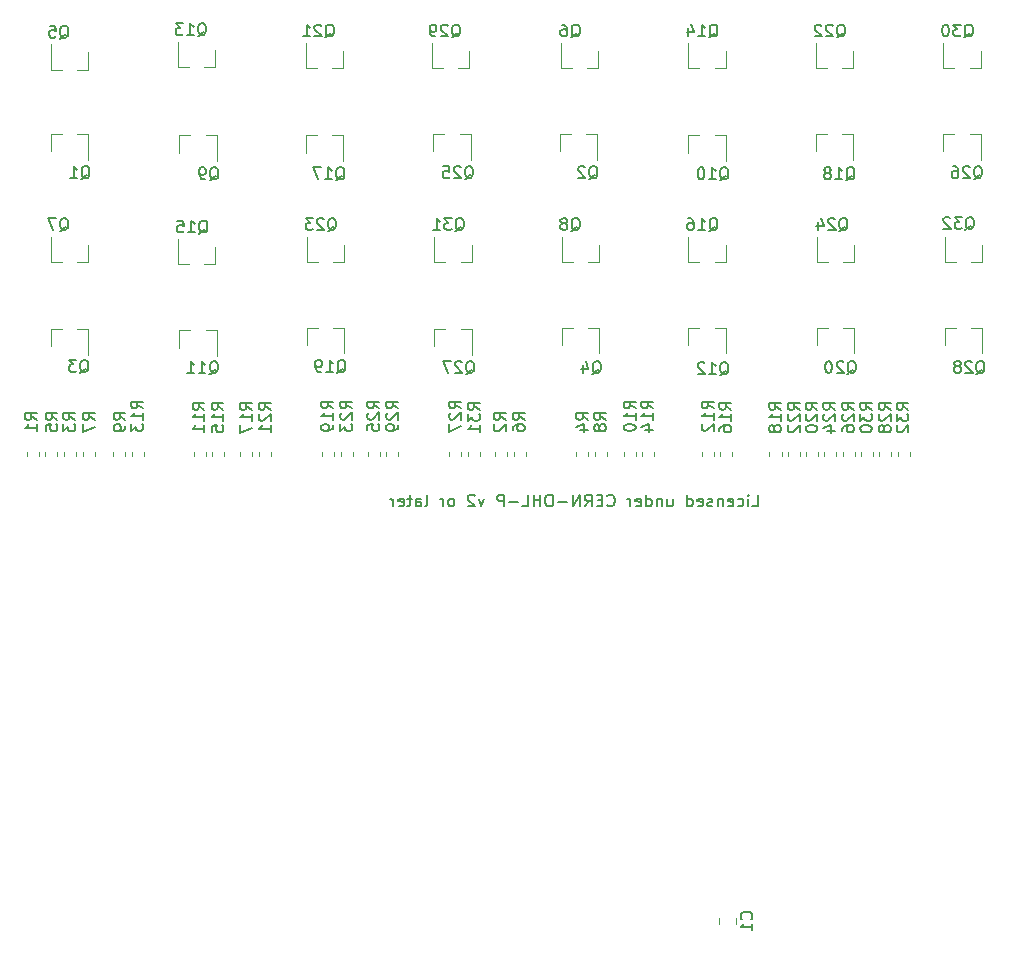
<source format=gbo>
%TF.GenerationSoftware,KiCad,Pcbnew,(5.1.0)-1*%
%TF.CreationDate,2022-03-22T21:10:23+01:00*%
%TF.ProjectId,led_display,6c65645f-6469-4737-906c-61792e6b6963,rev?*%
%TF.SameCoordinates,Original*%
%TF.FileFunction,Legend,Bot*%
%TF.FilePolarity,Positive*%
%FSLAX46Y46*%
G04 Gerber Fmt 4.6, Leading zero omitted, Abs format (unit mm)*
G04 Created by KiCad (PCBNEW (5.1.0)-1) date 2022-03-22 21:10:23*
%MOMM*%
%LPD*%
G04 APERTURE LIST*
%ADD10C,0.150000*%
%ADD11C,0.120000*%
%ADD12C,3.302000*%
%ADD13C,3.102000*%
%ADD14R,3.102000X3.102000*%
%ADD15O,1.802000X1.802000*%
%ADD16R,1.802000X1.802000*%
%ADD17R,0.902000X1.002000*%
%ADD18O,2.102000X1.302000*%
%ADD19O,1.829200X1.829200*%
%ADD20R,1.829200X1.829200*%
%ADD21C,0.100000*%
%ADD22C,1.077000*%
%ADD23C,0.977000*%
G04 APERTURE END LIST*
D10*
X148547619Y-90152380D02*
X149023809Y-90152380D01*
X149023809Y-89152380D01*
X148214285Y-90152380D02*
X148214285Y-89485714D01*
X148214285Y-89152380D02*
X148261904Y-89200000D01*
X148214285Y-89247619D01*
X148166666Y-89200000D01*
X148214285Y-89152380D01*
X148214285Y-89247619D01*
X147309523Y-90104761D02*
X147404761Y-90152380D01*
X147595238Y-90152380D01*
X147690476Y-90104761D01*
X147738095Y-90057142D01*
X147785714Y-89961904D01*
X147785714Y-89676190D01*
X147738095Y-89580952D01*
X147690476Y-89533333D01*
X147595238Y-89485714D01*
X147404761Y-89485714D01*
X147309523Y-89533333D01*
X146500000Y-90104761D02*
X146595238Y-90152380D01*
X146785714Y-90152380D01*
X146880952Y-90104761D01*
X146928571Y-90009523D01*
X146928571Y-89628571D01*
X146880952Y-89533333D01*
X146785714Y-89485714D01*
X146595238Y-89485714D01*
X146500000Y-89533333D01*
X146452380Y-89628571D01*
X146452380Y-89723809D01*
X146928571Y-89819047D01*
X146023809Y-89485714D02*
X146023809Y-90152380D01*
X146023809Y-89580952D02*
X145976190Y-89533333D01*
X145880952Y-89485714D01*
X145738095Y-89485714D01*
X145642857Y-89533333D01*
X145595238Y-89628571D01*
X145595238Y-90152380D01*
X145166666Y-90104761D02*
X145071428Y-90152380D01*
X144880952Y-90152380D01*
X144785714Y-90104761D01*
X144738095Y-90009523D01*
X144738095Y-89961904D01*
X144785714Y-89866666D01*
X144880952Y-89819047D01*
X145023809Y-89819047D01*
X145119047Y-89771428D01*
X145166666Y-89676190D01*
X145166666Y-89628571D01*
X145119047Y-89533333D01*
X145023809Y-89485714D01*
X144880952Y-89485714D01*
X144785714Y-89533333D01*
X143928571Y-90104761D02*
X144023809Y-90152380D01*
X144214285Y-90152380D01*
X144309523Y-90104761D01*
X144357142Y-90009523D01*
X144357142Y-89628571D01*
X144309523Y-89533333D01*
X144214285Y-89485714D01*
X144023809Y-89485714D01*
X143928571Y-89533333D01*
X143880952Y-89628571D01*
X143880952Y-89723809D01*
X144357142Y-89819047D01*
X143023809Y-90152380D02*
X143023809Y-89152380D01*
X143023809Y-90104761D02*
X143119047Y-90152380D01*
X143309523Y-90152380D01*
X143404761Y-90104761D01*
X143452380Y-90057142D01*
X143500000Y-89961904D01*
X143500000Y-89676190D01*
X143452380Y-89580952D01*
X143404761Y-89533333D01*
X143309523Y-89485714D01*
X143119047Y-89485714D01*
X143023809Y-89533333D01*
X141357142Y-89485714D02*
X141357142Y-90152380D01*
X141785714Y-89485714D02*
X141785714Y-90009523D01*
X141738095Y-90104761D01*
X141642857Y-90152380D01*
X141500000Y-90152380D01*
X141404761Y-90104761D01*
X141357142Y-90057142D01*
X140880952Y-89485714D02*
X140880952Y-90152380D01*
X140880952Y-89580952D02*
X140833333Y-89533333D01*
X140738095Y-89485714D01*
X140595238Y-89485714D01*
X140500000Y-89533333D01*
X140452380Y-89628571D01*
X140452380Y-90152380D01*
X139547619Y-90152380D02*
X139547619Y-89152380D01*
X139547619Y-90104761D02*
X139642857Y-90152380D01*
X139833333Y-90152380D01*
X139928571Y-90104761D01*
X139976190Y-90057142D01*
X140023809Y-89961904D01*
X140023809Y-89676190D01*
X139976190Y-89580952D01*
X139928571Y-89533333D01*
X139833333Y-89485714D01*
X139642857Y-89485714D01*
X139547619Y-89533333D01*
X138690476Y-90104761D02*
X138785714Y-90152380D01*
X138976190Y-90152380D01*
X139071428Y-90104761D01*
X139119047Y-90009523D01*
X139119047Y-89628571D01*
X139071428Y-89533333D01*
X138976190Y-89485714D01*
X138785714Y-89485714D01*
X138690476Y-89533333D01*
X138642857Y-89628571D01*
X138642857Y-89723809D01*
X139119047Y-89819047D01*
X138214285Y-90152380D02*
X138214285Y-89485714D01*
X138214285Y-89676190D02*
X138166666Y-89580952D01*
X138119047Y-89533333D01*
X138023809Y-89485714D01*
X137928571Y-89485714D01*
X136261904Y-90057142D02*
X136309523Y-90104761D01*
X136452380Y-90152380D01*
X136547619Y-90152380D01*
X136690476Y-90104761D01*
X136785714Y-90009523D01*
X136833333Y-89914285D01*
X136880952Y-89723809D01*
X136880952Y-89580952D01*
X136833333Y-89390476D01*
X136785714Y-89295238D01*
X136690476Y-89200000D01*
X136547619Y-89152380D01*
X136452380Y-89152380D01*
X136309523Y-89200000D01*
X136261904Y-89247619D01*
X135833333Y-89628571D02*
X135500000Y-89628571D01*
X135357142Y-90152380D02*
X135833333Y-90152380D01*
X135833333Y-89152380D01*
X135357142Y-89152380D01*
X134357142Y-90152380D02*
X134690476Y-89676190D01*
X134928571Y-90152380D02*
X134928571Y-89152380D01*
X134547619Y-89152380D01*
X134452380Y-89200000D01*
X134404761Y-89247619D01*
X134357142Y-89342857D01*
X134357142Y-89485714D01*
X134404761Y-89580952D01*
X134452380Y-89628571D01*
X134547619Y-89676190D01*
X134928571Y-89676190D01*
X133928571Y-90152380D02*
X133928571Y-89152380D01*
X133357142Y-90152380D01*
X133357142Y-89152380D01*
X132880952Y-89771428D02*
X132119047Y-89771428D01*
X131452380Y-89152380D02*
X131261904Y-89152380D01*
X131166666Y-89200000D01*
X131071428Y-89295238D01*
X131023809Y-89485714D01*
X131023809Y-89819047D01*
X131071428Y-90009523D01*
X131166666Y-90104761D01*
X131261904Y-90152380D01*
X131452380Y-90152380D01*
X131547619Y-90104761D01*
X131642857Y-90009523D01*
X131690476Y-89819047D01*
X131690476Y-89485714D01*
X131642857Y-89295238D01*
X131547619Y-89200000D01*
X131452380Y-89152380D01*
X130595238Y-90152380D02*
X130595238Y-89152380D01*
X130595238Y-89628571D02*
X130023809Y-89628571D01*
X130023809Y-90152380D02*
X130023809Y-89152380D01*
X129071428Y-90152380D02*
X129547619Y-90152380D01*
X129547619Y-89152380D01*
X128738095Y-89771428D02*
X127976190Y-89771428D01*
X127500000Y-90152380D02*
X127500000Y-89152380D01*
X127119047Y-89152380D01*
X127023809Y-89200000D01*
X126976190Y-89247619D01*
X126928571Y-89342857D01*
X126928571Y-89485714D01*
X126976190Y-89580952D01*
X127023809Y-89628571D01*
X127119047Y-89676190D01*
X127500000Y-89676190D01*
X125833333Y-89485714D02*
X125595238Y-90152380D01*
X125357142Y-89485714D01*
X125023809Y-89247619D02*
X124976190Y-89200000D01*
X124880952Y-89152380D01*
X124642857Y-89152380D01*
X124547619Y-89200000D01*
X124500000Y-89247619D01*
X124452380Y-89342857D01*
X124452380Y-89438095D01*
X124500000Y-89580952D01*
X125071428Y-90152380D01*
X124452380Y-90152380D01*
X123119047Y-90152380D02*
X123214285Y-90104761D01*
X123261904Y-90057142D01*
X123309523Y-89961904D01*
X123309523Y-89676190D01*
X123261904Y-89580952D01*
X123214285Y-89533333D01*
X123119047Y-89485714D01*
X122976190Y-89485714D01*
X122880952Y-89533333D01*
X122833333Y-89580952D01*
X122785714Y-89676190D01*
X122785714Y-89961904D01*
X122833333Y-90057142D01*
X122880952Y-90104761D01*
X122976190Y-90152380D01*
X123119047Y-90152380D01*
X122357142Y-90152380D02*
X122357142Y-89485714D01*
X122357142Y-89676190D02*
X122309523Y-89580952D01*
X122261904Y-89533333D01*
X122166666Y-89485714D01*
X122071428Y-89485714D01*
X120833333Y-90152380D02*
X120928571Y-90104761D01*
X120976190Y-90009523D01*
X120976190Y-89152380D01*
X120023809Y-90152380D02*
X120023809Y-89628571D01*
X120071428Y-89533333D01*
X120166666Y-89485714D01*
X120357142Y-89485714D01*
X120452380Y-89533333D01*
X120023809Y-90104761D02*
X120119047Y-90152380D01*
X120357142Y-90152380D01*
X120452380Y-90104761D01*
X120500000Y-90009523D01*
X120500000Y-89914285D01*
X120452380Y-89819047D01*
X120357142Y-89771428D01*
X120119047Y-89771428D01*
X120023809Y-89723809D01*
X119690476Y-89485714D02*
X119309523Y-89485714D01*
X119547619Y-89152380D02*
X119547619Y-90009523D01*
X119500000Y-90104761D01*
X119404761Y-90152380D01*
X119309523Y-90152380D01*
X118595238Y-90104761D02*
X118690476Y-90152380D01*
X118880952Y-90152380D01*
X118976190Y-90104761D01*
X119023809Y-90009523D01*
X119023809Y-89628571D01*
X118976190Y-89533333D01*
X118880952Y-89485714D01*
X118690476Y-89485714D01*
X118595238Y-89533333D01*
X118547619Y-89628571D01*
X118547619Y-89723809D01*
X119023809Y-89819047D01*
X118119047Y-90152380D02*
X118119047Y-89485714D01*
X118119047Y-89676190D02*
X118071428Y-89580952D01*
X118023809Y-89533333D01*
X117928571Y-89485714D01*
X117833333Y-89485714D01*
D11*
X167980000Y-69460000D02*
X167980000Y-68000000D01*
X164820000Y-69460000D02*
X164820000Y-67300000D01*
X164820000Y-69460000D02*
X165750000Y-69460000D01*
X167980000Y-69460000D02*
X167050000Y-69460000D01*
X124780000Y-69460000D02*
X124780000Y-68000000D01*
X121620000Y-69460000D02*
X121620000Y-67300000D01*
X121620000Y-69460000D02*
X122550000Y-69460000D01*
X124780000Y-69460000D02*
X123850000Y-69460000D01*
X167880000Y-53060000D02*
X167880000Y-51600000D01*
X164720000Y-53060000D02*
X164720000Y-50900000D01*
X164720000Y-53060000D02*
X165650000Y-53060000D01*
X167880000Y-53060000D02*
X166950000Y-53060000D01*
X124580000Y-53060000D02*
X124580000Y-51600000D01*
X121420000Y-53060000D02*
X121420000Y-50900000D01*
X121420000Y-53060000D02*
X122350000Y-53060000D01*
X124580000Y-53060000D02*
X123650000Y-53060000D01*
X164820000Y-75040000D02*
X164820000Y-76500000D01*
X167980000Y-75040000D02*
X167980000Y-77200000D01*
X167980000Y-75040000D02*
X167050000Y-75040000D01*
X164820000Y-75040000D02*
X165750000Y-75040000D01*
X121620000Y-75140000D02*
X121620000Y-76600000D01*
X124780000Y-75140000D02*
X124780000Y-77300000D01*
X124780000Y-75140000D02*
X123850000Y-75140000D01*
X121620000Y-75140000D02*
X122550000Y-75140000D01*
X164720000Y-58640000D02*
X164720000Y-60100000D01*
X167880000Y-58640000D02*
X167880000Y-60800000D01*
X167880000Y-58640000D02*
X166950000Y-58640000D01*
X164720000Y-58640000D02*
X165650000Y-58640000D01*
X121520000Y-58640000D02*
X121520000Y-60100000D01*
X124680000Y-58640000D02*
X124680000Y-60800000D01*
X124680000Y-58640000D02*
X123750000Y-58640000D01*
X121520000Y-58640000D02*
X122450000Y-58640000D01*
X157180000Y-69460000D02*
X157180000Y-68000000D01*
X154020000Y-69460000D02*
X154020000Y-67300000D01*
X154020000Y-69460000D02*
X154950000Y-69460000D01*
X157180000Y-69460000D02*
X156250000Y-69460000D01*
X113980000Y-69460000D02*
X113980000Y-68000000D01*
X110820000Y-69460000D02*
X110820000Y-67300000D01*
X110820000Y-69460000D02*
X111750000Y-69460000D01*
X113980000Y-69460000D02*
X113050000Y-69460000D01*
X157080000Y-53060000D02*
X157080000Y-51600000D01*
X153920000Y-53060000D02*
X153920000Y-50900000D01*
X153920000Y-53060000D02*
X154850000Y-53060000D01*
X157080000Y-53060000D02*
X156150000Y-53060000D01*
X113880000Y-53060000D02*
X113880000Y-51600000D01*
X110720000Y-53060000D02*
X110720000Y-50900000D01*
X110720000Y-53060000D02*
X111650000Y-53060000D01*
X113880000Y-53060000D02*
X112950000Y-53060000D01*
X154020000Y-75040000D02*
X154020000Y-76500000D01*
X157180000Y-75040000D02*
X157180000Y-77200000D01*
X157180000Y-75040000D02*
X156250000Y-75040000D01*
X154020000Y-75040000D02*
X154950000Y-75040000D01*
X110820000Y-75040000D02*
X110820000Y-76500000D01*
X113980000Y-75040000D02*
X113980000Y-77200000D01*
X113980000Y-75040000D02*
X113050000Y-75040000D01*
X110820000Y-75040000D02*
X111750000Y-75040000D01*
X153920000Y-58640000D02*
X153920000Y-60100000D01*
X157080000Y-58640000D02*
X157080000Y-60800000D01*
X157080000Y-58640000D02*
X156150000Y-58640000D01*
X153920000Y-58640000D02*
X154850000Y-58640000D01*
X110720000Y-58740000D02*
X110720000Y-60200000D01*
X113880000Y-58740000D02*
X113880000Y-60900000D01*
X113880000Y-58740000D02*
X112950000Y-58740000D01*
X110720000Y-58740000D02*
X111650000Y-58740000D01*
X146280000Y-69460000D02*
X146280000Y-68000000D01*
X143120000Y-69460000D02*
X143120000Y-67300000D01*
X143120000Y-69460000D02*
X144050000Y-69460000D01*
X146280000Y-69460000D02*
X145350000Y-69460000D01*
X103080000Y-69660000D02*
X103080000Y-68200000D01*
X99920000Y-69660000D02*
X99920000Y-67500000D01*
X99920000Y-69660000D02*
X100850000Y-69660000D01*
X103080000Y-69660000D02*
X102150000Y-69660000D01*
X146280000Y-53060000D02*
X146280000Y-51600000D01*
X143120000Y-53060000D02*
X143120000Y-50900000D01*
X143120000Y-53060000D02*
X144050000Y-53060000D01*
X146280000Y-53060000D02*
X145350000Y-53060000D01*
X103080000Y-52960000D02*
X103080000Y-51500000D01*
X99920000Y-52960000D02*
X99920000Y-50800000D01*
X99920000Y-52960000D02*
X100850000Y-52960000D01*
X103080000Y-52960000D02*
X102150000Y-52960000D01*
X143120000Y-75040000D02*
X143120000Y-76500000D01*
X146280000Y-75040000D02*
X146280000Y-77200000D01*
X146280000Y-75040000D02*
X145350000Y-75040000D01*
X143120000Y-75040000D02*
X144050000Y-75040000D01*
X100020000Y-75240000D02*
X100020000Y-76700000D01*
X103180000Y-75240000D02*
X103180000Y-77400000D01*
X103180000Y-75240000D02*
X102250000Y-75240000D01*
X100020000Y-75240000D02*
X100950000Y-75240000D01*
X143120000Y-58740000D02*
X143120000Y-60200000D01*
X146280000Y-58740000D02*
X146280000Y-60900000D01*
X146280000Y-58740000D02*
X145350000Y-58740000D01*
X143120000Y-58740000D02*
X144050000Y-58740000D01*
X100020000Y-58740000D02*
X100020000Y-60200000D01*
X103180000Y-58740000D02*
X103180000Y-60900000D01*
X103180000Y-58740000D02*
X102250000Y-58740000D01*
X100020000Y-58740000D02*
X100950000Y-58740000D01*
X135580000Y-69460000D02*
X135580000Y-68000000D01*
X132420000Y-69460000D02*
X132420000Y-67300000D01*
X132420000Y-69460000D02*
X133350000Y-69460000D01*
X135580000Y-69460000D02*
X134650000Y-69460000D01*
X92280000Y-69460000D02*
X92280000Y-68000000D01*
X89120000Y-69460000D02*
X89120000Y-67300000D01*
X89120000Y-69460000D02*
X90050000Y-69460000D01*
X92280000Y-69460000D02*
X91350000Y-69460000D01*
X135480000Y-53060000D02*
X135480000Y-51600000D01*
X132320000Y-53060000D02*
X132320000Y-50900000D01*
X132320000Y-53060000D02*
X133250000Y-53060000D01*
X135480000Y-53060000D02*
X134550000Y-53060000D01*
X92280000Y-53160000D02*
X92280000Y-51700000D01*
X89120000Y-53160000D02*
X89120000Y-51000000D01*
X89120000Y-53160000D02*
X90050000Y-53160000D01*
X92280000Y-53160000D02*
X91350000Y-53160000D01*
X132420000Y-75040000D02*
X132420000Y-76500000D01*
X135580000Y-75040000D02*
X135580000Y-77200000D01*
X135580000Y-75040000D02*
X134650000Y-75040000D01*
X132420000Y-75040000D02*
X133350000Y-75040000D01*
X89120000Y-75140000D02*
X89120000Y-76600000D01*
X92280000Y-75140000D02*
X92280000Y-77300000D01*
X92280000Y-75140000D02*
X91350000Y-75140000D01*
X89120000Y-75140000D02*
X90050000Y-75140000D01*
X132220000Y-58640000D02*
X132220000Y-60100000D01*
X135380000Y-58640000D02*
X135380000Y-60800000D01*
X135380000Y-58640000D02*
X134450000Y-58640000D01*
X132220000Y-58640000D02*
X133150000Y-58640000D01*
X89120000Y-58640000D02*
X89120000Y-60100000D01*
X92280000Y-58640000D02*
X92280000Y-60800000D01*
X92280000Y-58640000D02*
X91350000Y-58640000D01*
X89120000Y-58640000D02*
X90050000Y-58640000D01*
X145740000Y-125521078D02*
X145740000Y-125003922D01*
X147160000Y-125521078D02*
X147160000Y-125003922D01*
X161860000Y-85549721D02*
X161860000Y-85875279D01*
X160840000Y-85549721D02*
X160840000Y-85875279D01*
X125460000Y-85549721D02*
X125460000Y-85875279D01*
X124440000Y-85549721D02*
X124440000Y-85875279D01*
X158760000Y-85549721D02*
X158760000Y-85875279D01*
X157740000Y-85549721D02*
X157740000Y-85875279D01*
X118560000Y-85549721D02*
X118560000Y-85875279D01*
X117540000Y-85549721D02*
X117540000Y-85875279D01*
X160310000Y-85549721D02*
X160310000Y-85875279D01*
X159290000Y-85549721D02*
X159290000Y-85875279D01*
X123910000Y-85549721D02*
X123910000Y-85875279D01*
X122890000Y-85549721D02*
X122890000Y-85875279D01*
X157210000Y-85549721D02*
X157210000Y-85875279D01*
X156190000Y-85549721D02*
X156190000Y-85875279D01*
X117010000Y-85549721D02*
X117010000Y-85875279D01*
X115990000Y-85549721D02*
X115990000Y-85875279D01*
X155660000Y-85549721D02*
X155660000Y-85875279D01*
X154640000Y-85549721D02*
X154640000Y-85875279D01*
X114710000Y-85549721D02*
X114710000Y-85875279D01*
X113690000Y-85549721D02*
X113690000Y-85875279D01*
X152560000Y-85549721D02*
X152560000Y-85875279D01*
X151540000Y-85549721D02*
X151540000Y-85875279D01*
X107810000Y-85549721D02*
X107810000Y-85875279D01*
X106790000Y-85549721D02*
X106790000Y-85875279D01*
X154110000Y-85549721D02*
X154110000Y-85875279D01*
X153090000Y-85549721D02*
X153090000Y-85875279D01*
X113110000Y-85549721D02*
X113110000Y-85875279D01*
X112090000Y-85549721D02*
X112090000Y-85875279D01*
X151010000Y-85549721D02*
X151010000Y-85875279D01*
X149990000Y-85549721D02*
X149990000Y-85875279D01*
X106210000Y-85549721D02*
X106210000Y-85875279D01*
X105190000Y-85549721D02*
X105190000Y-85875279D01*
X146860000Y-85549721D02*
X146860000Y-85875279D01*
X145840000Y-85549721D02*
X145840000Y-85875279D01*
X103810000Y-85549721D02*
X103810000Y-85875279D01*
X102790000Y-85549721D02*
X102790000Y-85875279D01*
X140210000Y-85549721D02*
X140210000Y-85875279D01*
X139190000Y-85549721D02*
X139190000Y-85875279D01*
X97010000Y-85549721D02*
X97010000Y-85875279D01*
X95990000Y-85549721D02*
X95990000Y-85875279D01*
X145310000Y-85549721D02*
X145310000Y-85875279D01*
X144290000Y-85549721D02*
X144290000Y-85875279D01*
X102260000Y-85549721D02*
X102260000Y-85875279D01*
X101240000Y-85549721D02*
X101240000Y-85875279D01*
X138660000Y-85549721D02*
X138660000Y-85875279D01*
X137640000Y-85549721D02*
X137640000Y-85875279D01*
X95410000Y-85549721D02*
X95410000Y-85875279D01*
X94390000Y-85549721D02*
X94390000Y-85875279D01*
X136210000Y-85549721D02*
X136210000Y-85875279D01*
X135190000Y-85549721D02*
X135190000Y-85875279D01*
X92910000Y-85549721D02*
X92910000Y-85875279D01*
X91890000Y-85549721D02*
X91890000Y-85875279D01*
X129360000Y-85549721D02*
X129360000Y-85875279D01*
X128340000Y-85549721D02*
X128340000Y-85875279D01*
X89710000Y-85549721D02*
X89710000Y-85875279D01*
X88690000Y-85549721D02*
X88690000Y-85875279D01*
X134660000Y-85549721D02*
X134660000Y-85875279D01*
X133640000Y-85549721D02*
X133640000Y-85875279D01*
X91310000Y-85549721D02*
X91310000Y-85875279D01*
X90290000Y-85549721D02*
X90290000Y-85875279D01*
X127810000Y-85549721D02*
X127810000Y-85875279D01*
X126790000Y-85549721D02*
X126790000Y-85875279D01*
X88110000Y-85549721D02*
X88110000Y-85875279D01*
X87090000Y-85549721D02*
X87090000Y-85875279D01*
D10*
X166571428Y-66747619D02*
X166666666Y-66700000D01*
X166761904Y-66604761D01*
X166904761Y-66461904D01*
X167000000Y-66414285D01*
X167095238Y-66414285D01*
X167047619Y-66652380D02*
X167142857Y-66604761D01*
X167238095Y-66509523D01*
X167285714Y-66319047D01*
X167285714Y-65985714D01*
X167238095Y-65795238D01*
X167142857Y-65700000D01*
X167047619Y-65652380D01*
X166857142Y-65652380D01*
X166761904Y-65700000D01*
X166666666Y-65795238D01*
X166619047Y-65985714D01*
X166619047Y-66319047D01*
X166666666Y-66509523D01*
X166761904Y-66604761D01*
X166857142Y-66652380D01*
X167047619Y-66652380D01*
X166285714Y-65652380D02*
X165666666Y-65652380D01*
X166000000Y-66033333D01*
X165857142Y-66033333D01*
X165761904Y-66080952D01*
X165714285Y-66128571D01*
X165666666Y-66223809D01*
X165666666Y-66461904D01*
X165714285Y-66557142D01*
X165761904Y-66604761D01*
X165857142Y-66652380D01*
X166142857Y-66652380D01*
X166238095Y-66604761D01*
X166285714Y-66557142D01*
X165285714Y-65747619D02*
X165238095Y-65700000D01*
X165142857Y-65652380D01*
X164904761Y-65652380D01*
X164809523Y-65700000D01*
X164761904Y-65747619D01*
X164714285Y-65842857D01*
X164714285Y-65938095D01*
X164761904Y-66080952D01*
X165333333Y-66652380D01*
X164714285Y-66652380D01*
X123371428Y-66847619D02*
X123466666Y-66800000D01*
X123561904Y-66704761D01*
X123704761Y-66561904D01*
X123800000Y-66514285D01*
X123895238Y-66514285D01*
X123847619Y-66752380D02*
X123942857Y-66704761D01*
X124038095Y-66609523D01*
X124085714Y-66419047D01*
X124085714Y-66085714D01*
X124038095Y-65895238D01*
X123942857Y-65800000D01*
X123847619Y-65752380D01*
X123657142Y-65752380D01*
X123561904Y-65800000D01*
X123466666Y-65895238D01*
X123419047Y-66085714D01*
X123419047Y-66419047D01*
X123466666Y-66609523D01*
X123561904Y-66704761D01*
X123657142Y-66752380D01*
X123847619Y-66752380D01*
X123085714Y-65752380D02*
X122466666Y-65752380D01*
X122800000Y-66133333D01*
X122657142Y-66133333D01*
X122561904Y-66180952D01*
X122514285Y-66228571D01*
X122466666Y-66323809D01*
X122466666Y-66561904D01*
X122514285Y-66657142D01*
X122561904Y-66704761D01*
X122657142Y-66752380D01*
X122942857Y-66752380D01*
X123038095Y-66704761D01*
X123085714Y-66657142D01*
X121514285Y-66752380D02*
X122085714Y-66752380D01*
X121800000Y-66752380D02*
X121800000Y-65752380D01*
X121895238Y-65895238D01*
X121990476Y-65990476D01*
X122085714Y-66038095D01*
X166471428Y-50447619D02*
X166566666Y-50400000D01*
X166661904Y-50304761D01*
X166804761Y-50161904D01*
X166900000Y-50114285D01*
X166995238Y-50114285D01*
X166947619Y-50352380D02*
X167042857Y-50304761D01*
X167138095Y-50209523D01*
X167185714Y-50019047D01*
X167185714Y-49685714D01*
X167138095Y-49495238D01*
X167042857Y-49400000D01*
X166947619Y-49352380D01*
X166757142Y-49352380D01*
X166661904Y-49400000D01*
X166566666Y-49495238D01*
X166519047Y-49685714D01*
X166519047Y-50019047D01*
X166566666Y-50209523D01*
X166661904Y-50304761D01*
X166757142Y-50352380D01*
X166947619Y-50352380D01*
X166185714Y-49352380D02*
X165566666Y-49352380D01*
X165900000Y-49733333D01*
X165757142Y-49733333D01*
X165661904Y-49780952D01*
X165614285Y-49828571D01*
X165566666Y-49923809D01*
X165566666Y-50161904D01*
X165614285Y-50257142D01*
X165661904Y-50304761D01*
X165757142Y-50352380D01*
X166042857Y-50352380D01*
X166138095Y-50304761D01*
X166185714Y-50257142D01*
X164947619Y-49352380D02*
X164852380Y-49352380D01*
X164757142Y-49400000D01*
X164709523Y-49447619D01*
X164661904Y-49542857D01*
X164614285Y-49733333D01*
X164614285Y-49971428D01*
X164661904Y-50161904D01*
X164709523Y-50257142D01*
X164757142Y-50304761D01*
X164852380Y-50352380D01*
X164947619Y-50352380D01*
X165042857Y-50304761D01*
X165090476Y-50257142D01*
X165138095Y-50161904D01*
X165185714Y-49971428D01*
X165185714Y-49733333D01*
X165138095Y-49542857D01*
X165090476Y-49447619D01*
X165042857Y-49400000D01*
X164947619Y-49352380D01*
X123071428Y-50447619D02*
X123166666Y-50400000D01*
X123261904Y-50304761D01*
X123404761Y-50161904D01*
X123500000Y-50114285D01*
X123595238Y-50114285D01*
X123547619Y-50352380D02*
X123642857Y-50304761D01*
X123738095Y-50209523D01*
X123785714Y-50019047D01*
X123785714Y-49685714D01*
X123738095Y-49495238D01*
X123642857Y-49400000D01*
X123547619Y-49352380D01*
X123357142Y-49352380D01*
X123261904Y-49400000D01*
X123166666Y-49495238D01*
X123119047Y-49685714D01*
X123119047Y-50019047D01*
X123166666Y-50209523D01*
X123261904Y-50304761D01*
X123357142Y-50352380D01*
X123547619Y-50352380D01*
X122738095Y-49447619D02*
X122690476Y-49400000D01*
X122595238Y-49352380D01*
X122357142Y-49352380D01*
X122261904Y-49400000D01*
X122214285Y-49447619D01*
X122166666Y-49542857D01*
X122166666Y-49638095D01*
X122214285Y-49780952D01*
X122785714Y-50352380D01*
X122166666Y-50352380D01*
X121690476Y-50352380D02*
X121500000Y-50352380D01*
X121404761Y-50304761D01*
X121357142Y-50257142D01*
X121261904Y-50114285D01*
X121214285Y-49923809D01*
X121214285Y-49542857D01*
X121261904Y-49447619D01*
X121309523Y-49400000D01*
X121404761Y-49352380D01*
X121595238Y-49352380D01*
X121690476Y-49400000D01*
X121738095Y-49447619D01*
X121785714Y-49542857D01*
X121785714Y-49780952D01*
X121738095Y-49876190D01*
X121690476Y-49923809D01*
X121595238Y-49971428D01*
X121404761Y-49971428D01*
X121309523Y-49923809D01*
X121261904Y-49876190D01*
X121214285Y-49780952D01*
X167471428Y-78947619D02*
X167566666Y-78900000D01*
X167661904Y-78804761D01*
X167804761Y-78661904D01*
X167900000Y-78614285D01*
X167995238Y-78614285D01*
X167947619Y-78852380D02*
X168042857Y-78804761D01*
X168138095Y-78709523D01*
X168185714Y-78519047D01*
X168185714Y-78185714D01*
X168138095Y-77995238D01*
X168042857Y-77900000D01*
X167947619Y-77852380D01*
X167757142Y-77852380D01*
X167661904Y-77900000D01*
X167566666Y-77995238D01*
X167519047Y-78185714D01*
X167519047Y-78519047D01*
X167566666Y-78709523D01*
X167661904Y-78804761D01*
X167757142Y-78852380D01*
X167947619Y-78852380D01*
X167138095Y-77947619D02*
X167090476Y-77900000D01*
X166995238Y-77852380D01*
X166757142Y-77852380D01*
X166661904Y-77900000D01*
X166614285Y-77947619D01*
X166566666Y-78042857D01*
X166566666Y-78138095D01*
X166614285Y-78280952D01*
X167185714Y-78852380D01*
X166566666Y-78852380D01*
X165995238Y-78280952D02*
X166090476Y-78233333D01*
X166138095Y-78185714D01*
X166185714Y-78090476D01*
X166185714Y-78042857D01*
X166138095Y-77947619D01*
X166090476Y-77900000D01*
X165995238Y-77852380D01*
X165804761Y-77852380D01*
X165709523Y-77900000D01*
X165661904Y-77947619D01*
X165614285Y-78042857D01*
X165614285Y-78090476D01*
X165661904Y-78185714D01*
X165709523Y-78233333D01*
X165804761Y-78280952D01*
X165995238Y-78280952D01*
X166090476Y-78328571D01*
X166138095Y-78376190D01*
X166185714Y-78471428D01*
X166185714Y-78661904D01*
X166138095Y-78757142D01*
X166090476Y-78804761D01*
X165995238Y-78852380D01*
X165804761Y-78852380D01*
X165709523Y-78804761D01*
X165661904Y-78757142D01*
X165614285Y-78661904D01*
X165614285Y-78471428D01*
X165661904Y-78376190D01*
X165709523Y-78328571D01*
X165804761Y-78280952D01*
X124271428Y-78947619D02*
X124366666Y-78900000D01*
X124461904Y-78804761D01*
X124604761Y-78661904D01*
X124700000Y-78614285D01*
X124795238Y-78614285D01*
X124747619Y-78852380D02*
X124842857Y-78804761D01*
X124938095Y-78709523D01*
X124985714Y-78519047D01*
X124985714Y-78185714D01*
X124938095Y-77995238D01*
X124842857Y-77900000D01*
X124747619Y-77852380D01*
X124557142Y-77852380D01*
X124461904Y-77900000D01*
X124366666Y-77995238D01*
X124319047Y-78185714D01*
X124319047Y-78519047D01*
X124366666Y-78709523D01*
X124461904Y-78804761D01*
X124557142Y-78852380D01*
X124747619Y-78852380D01*
X123938095Y-77947619D02*
X123890476Y-77900000D01*
X123795238Y-77852380D01*
X123557142Y-77852380D01*
X123461904Y-77900000D01*
X123414285Y-77947619D01*
X123366666Y-78042857D01*
X123366666Y-78138095D01*
X123414285Y-78280952D01*
X123985714Y-78852380D01*
X123366666Y-78852380D01*
X123033333Y-77852380D02*
X122366666Y-77852380D01*
X122795238Y-78852380D01*
X167271428Y-62447619D02*
X167366666Y-62400000D01*
X167461904Y-62304761D01*
X167604761Y-62161904D01*
X167700000Y-62114285D01*
X167795238Y-62114285D01*
X167747619Y-62352380D02*
X167842857Y-62304761D01*
X167938095Y-62209523D01*
X167985714Y-62019047D01*
X167985714Y-61685714D01*
X167938095Y-61495238D01*
X167842857Y-61400000D01*
X167747619Y-61352380D01*
X167557142Y-61352380D01*
X167461904Y-61400000D01*
X167366666Y-61495238D01*
X167319047Y-61685714D01*
X167319047Y-62019047D01*
X167366666Y-62209523D01*
X167461904Y-62304761D01*
X167557142Y-62352380D01*
X167747619Y-62352380D01*
X166938095Y-61447619D02*
X166890476Y-61400000D01*
X166795238Y-61352380D01*
X166557142Y-61352380D01*
X166461904Y-61400000D01*
X166414285Y-61447619D01*
X166366666Y-61542857D01*
X166366666Y-61638095D01*
X166414285Y-61780952D01*
X166985714Y-62352380D01*
X166366666Y-62352380D01*
X165509523Y-61352380D02*
X165700000Y-61352380D01*
X165795238Y-61400000D01*
X165842857Y-61447619D01*
X165938095Y-61590476D01*
X165985714Y-61780952D01*
X165985714Y-62161904D01*
X165938095Y-62257142D01*
X165890476Y-62304761D01*
X165795238Y-62352380D01*
X165604761Y-62352380D01*
X165509523Y-62304761D01*
X165461904Y-62257142D01*
X165414285Y-62161904D01*
X165414285Y-61923809D01*
X165461904Y-61828571D01*
X165509523Y-61780952D01*
X165604761Y-61733333D01*
X165795238Y-61733333D01*
X165890476Y-61780952D01*
X165938095Y-61828571D01*
X165985714Y-61923809D01*
X124171428Y-62447619D02*
X124266666Y-62400000D01*
X124361904Y-62304761D01*
X124504761Y-62161904D01*
X124600000Y-62114285D01*
X124695238Y-62114285D01*
X124647619Y-62352380D02*
X124742857Y-62304761D01*
X124838095Y-62209523D01*
X124885714Y-62019047D01*
X124885714Y-61685714D01*
X124838095Y-61495238D01*
X124742857Y-61400000D01*
X124647619Y-61352380D01*
X124457142Y-61352380D01*
X124361904Y-61400000D01*
X124266666Y-61495238D01*
X124219047Y-61685714D01*
X124219047Y-62019047D01*
X124266666Y-62209523D01*
X124361904Y-62304761D01*
X124457142Y-62352380D01*
X124647619Y-62352380D01*
X123838095Y-61447619D02*
X123790476Y-61400000D01*
X123695238Y-61352380D01*
X123457142Y-61352380D01*
X123361904Y-61400000D01*
X123314285Y-61447619D01*
X123266666Y-61542857D01*
X123266666Y-61638095D01*
X123314285Y-61780952D01*
X123885714Y-62352380D01*
X123266666Y-62352380D01*
X122361904Y-61352380D02*
X122838095Y-61352380D01*
X122885714Y-61828571D01*
X122838095Y-61780952D01*
X122742857Y-61733333D01*
X122504761Y-61733333D01*
X122409523Y-61780952D01*
X122361904Y-61828571D01*
X122314285Y-61923809D01*
X122314285Y-62161904D01*
X122361904Y-62257142D01*
X122409523Y-62304761D01*
X122504761Y-62352380D01*
X122742857Y-62352380D01*
X122838095Y-62304761D01*
X122885714Y-62257142D01*
X155871428Y-66847619D02*
X155966666Y-66800000D01*
X156061904Y-66704761D01*
X156204761Y-66561904D01*
X156300000Y-66514285D01*
X156395238Y-66514285D01*
X156347619Y-66752380D02*
X156442857Y-66704761D01*
X156538095Y-66609523D01*
X156585714Y-66419047D01*
X156585714Y-66085714D01*
X156538095Y-65895238D01*
X156442857Y-65800000D01*
X156347619Y-65752380D01*
X156157142Y-65752380D01*
X156061904Y-65800000D01*
X155966666Y-65895238D01*
X155919047Y-66085714D01*
X155919047Y-66419047D01*
X155966666Y-66609523D01*
X156061904Y-66704761D01*
X156157142Y-66752380D01*
X156347619Y-66752380D01*
X155538095Y-65847619D02*
X155490476Y-65800000D01*
X155395238Y-65752380D01*
X155157142Y-65752380D01*
X155061904Y-65800000D01*
X155014285Y-65847619D01*
X154966666Y-65942857D01*
X154966666Y-66038095D01*
X155014285Y-66180952D01*
X155585714Y-66752380D01*
X154966666Y-66752380D01*
X154109523Y-66085714D02*
X154109523Y-66752380D01*
X154347619Y-65704761D02*
X154585714Y-66419047D01*
X153966666Y-66419047D01*
X112571428Y-66847619D02*
X112666666Y-66800000D01*
X112761904Y-66704761D01*
X112904761Y-66561904D01*
X113000000Y-66514285D01*
X113095238Y-66514285D01*
X113047619Y-66752380D02*
X113142857Y-66704761D01*
X113238095Y-66609523D01*
X113285714Y-66419047D01*
X113285714Y-66085714D01*
X113238095Y-65895238D01*
X113142857Y-65800000D01*
X113047619Y-65752380D01*
X112857142Y-65752380D01*
X112761904Y-65800000D01*
X112666666Y-65895238D01*
X112619047Y-66085714D01*
X112619047Y-66419047D01*
X112666666Y-66609523D01*
X112761904Y-66704761D01*
X112857142Y-66752380D01*
X113047619Y-66752380D01*
X112238095Y-65847619D02*
X112190476Y-65800000D01*
X112095238Y-65752380D01*
X111857142Y-65752380D01*
X111761904Y-65800000D01*
X111714285Y-65847619D01*
X111666666Y-65942857D01*
X111666666Y-66038095D01*
X111714285Y-66180952D01*
X112285714Y-66752380D01*
X111666666Y-66752380D01*
X111333333Y-65752380D02*
X110714285Y-65752380D01*
X111047619Y-66133333D01*
X110904761Y-66133333D01*
X110809523Y-66180952D01*
X110761904Y-66228571D01*
X110714285Y-66323809D01*
X110714285Y-66561904D01*
X110761904Y-66657142D01*
X110809523Y-66704761D01*
X110904761Y-66752380D01*
X111190476Y-66752380D01*
X111285714Y-66704761D01*
X111333333Y-66657142D01*
X155671428Y-50447619D02*
X155766666Y-50400000D01*
X155861904Y-50304761D01*
X156004761Y-50161904D01*
X156100000Y-50114285D01*
X156195238Y-50114285D01*
X156147619Y-50352380D02*
X156242857Y-50304761D01*
X156338095Y-50209523D01*
X156385714Y-50019047D01*
X156385714Y-49685714D01*
X156338095Y-49495238D01*
X156242857Y-49400000D01*
X156147619Y-49352380D01*
X155957142Y-49352380D01*
X155861904Y-49400000D01*
X155766666Y-49495238D01*
X155719047Y-49685714D01*
X155719047Y-50019047D01*
X155766666Y-50209523D01*
X155861904Y-50304761D01*
X155957142Y-50352380D01*
X156147619Y-50352380D01*
X155338095Y-49447619D02*
X155290476Y-49400000D01*
X155195238Y-49352380D01*
X154957142Y-49352380D01*
X154861904Y-49400000D01*
X154814285Y-49447619D01*
X154766666Y-49542857D01*
X154766666Y-49638095D01*
X154814285Y-49780952D01*
X155385714Y-50352380D01*
X154766666Y-50352380D01*
X154385714Y-49447619D02*
X154338095Y-49400000D01*
X154242857Y-49352380D01*
X154004761Y-49352380D01*
X153909523Y-49400000D01*
X153861904Y-49447619D01*
X153814285Y-49542857D01*
X153814285Y-49638095D01*
X153861904Y-49780952D01*
X154433333Y-50352380D01*
X153814285Y-50352380D01*
X112371428Y-50447619D02*
X112466666Y-50400000D01*
X112561904Y-50304761D01*
X112704761Y-50161904D01*
X112800000Y-50114285D01*
X112895238Y-50114285D01*
X112847619Y-50352380D02*
X112942857Y-50304761D01*
X113038095Y-50209523D01*
X113085714Y-50019047D01*
X113085714Y-49685714D01*
X113038095Y-49495238D01*
X112942857Y-49400000D01*
X112847619Y-49352380D01*
X112657142Y-49352380D01*
X112561904Y-49400000D01*
X112466666Y-49495238D01*
X112419047Y-49685714D01*
X112419047Y-50019047D01*
X112466666Y-50209523D01*
X112561904Y-50304761D01*
X112657142Y-50352380D01*
X112847619Y-50352380D01*
X112038095Y-49447619D02*
X111990476Y-49400000D01*
X111895238Y-49352380D01*
X111657142Y-49352380D01*
X111561904Y-49400000D01*
X111514285Y-49447619D01*
X111466666Y-49542857D01*
X111466666Y-49638095D01*
X111514285Y-49780952D01*
X112085714Y-50352380D01*
X111466666Y-50352380D01*
X110514285Y-50352380D02*
X111085714Y-50352380D01*
X110800000Y-50352380D02*
X110800000Y-49352380D01*
X110895238Y-49495238D01*
X110990476Y-49590476D01*
X111085714Y-49638095D01*
X156571428Y-78947619D02*
X156666666Y-78900000D01*
X156761904Y-78804761D01*
X156904761Y-78661904D01*
X157000000Y-78614285D01*
X157095238Y-78614285D01*
X157047619Y-78852380D02*
X157142857Y-78804761D01*
X157238095Y-78709523D01*
X157285714Y-78519047D01*
X157285714Y-78185714D01*
X157238095Y-77995238D01*
X157142857Y-77900000D01*
X157047619Y-77852380D01*
X156857142Y-77852380D01*
X156761904Y-77900000D01*
X156666666Y-77995238D01*
X156619047Y-78185714D01*
X156619047Y-78519047D01*
X156666666Y-78709523D01*
X156761904Y-78804761D01*
X156857142Y-78852380D01*
X157047619Y-78852380D01*
X156238095Y-77947619D02*
X156190476Y-77900000D01*
X156095238Y-77852380D01*
X155857142Y-77852380D01*
X155761904Y-77900000D01*
X155714285Y-77947619D01*
X155666666Y-78042857D01*
X155666666Y-78138095D01*
X155714285Y-78280952D01*
X156285714Y-78852380D01*
X155666666Y-78852380D01*
X155047619Y-77852380D02*
X154952380Y-77852380D01*
X154857142Y-77900000D01*
X154809523Y-77947619D01*
X154761904Y-78042857D01*
X154714285Y-78233333D01*
X154714285Y-78471428D01*
X154761904Y-78661904D01*
X154809523Y-78757142D01*
X154857142Y-78804761D01*
X154952380Y-78852380D01*
X155047619Y-78852380D01*
X155142857Y-78804761D01*
X155190476Y-78757142D01*
X155238095Y-78661904D01*
X155285714Y-78471428D01*
X155285714Y-78233333D01*
X155238095Y-78042857D01*
X155190476Y-77947619D01*
X155142857Y-77900000D01*
X155047619Y-77852380D01*
X113371428Y-78847619D02*
X113466666Y-78800000D01*
X113561904Y-78704761D01*
X113704761Y-78561904D01*
X113800000Y-78514285D01*
X113895238Y-78514285D01*
X113847619Y-78752380D02*
X113942857Y-78704761D01*
X114038095Y-78609523D01*
X114085714Y-78419047D01*
X114085714Y-78085714D01*
X114038095Y-77895238D01*
X113942857Y-77800000D01*
X113847619Y-77752380D01*
X113657142Y-77752380D01*
X113561904Y-77800000D01*
X113466666Y-77895238D01*
X113419047Y-78085714D01*
X113419047Y-78419047D01*
X113466666Y-78609523D01*
X113561904Y-78704761D01*
X113657142Y-78752380D01*
X113847619Y-78752380D01*
X112466666Y-78752380D02*
X113038095Y-78752380D01*
X112752380Y-78752380D02*
X112752380Y-77752380D01*
X112847619Y-77895238D01*
X112942857Y-77990476D01*
X113038095Y-78038095D01*
X111990476Y-78752380D02*
X111800000Y-78752380D01*
X111704761Y-78704761D01*
X111657142Y-78657142D01*
X111561904Y-78514285D01*
X111514285Y-78323809D01*
X111514285Y-77942857D01*
X111561904Y-77847619D01*
X111609523Y-77800000D01*
X111704761Y-77752380D01*
X111895238Y-77752380D01*
X111990476Y-77800000D01*
X112038095Y-77847619D01*
X112085714Y-77942857D01*
X112085714Y-78180952D01*
X112038095Y-78276190D01*
X111990476Y-78323809D01*
X111895238Y-78371428D01*
X111704761Y-78371428D01*
X111609523Y-78323809D01*
X111561904Y-78276190D01*
X111514285Y-78180952D01*
X156471428Y-62547619D02*
X156566666Y-62500000D01*
X156661904Y-62404761D01*
X156804761Y-62261904D01*
X156900000Y-62214285D01*
X156995238Y-62214285D01*
X156947619Y-62452380D02*
X157042857Y-62404761D01*
X157138095Y-62309523D01*
X157185714Y-62119047D01*
X157185714Y-61785714D01*
X157138095Y-61595238D01*
X157042857Y-61500000D01*
X156947619Y-61452380D01*
X156757142Y-61452380D01*
X156661904Y-61500000D01*
X156566666Y-61595238D01*
X156519047Y-61785714D01*
X156519047Y-62119047D01*
X156566666Y-62309523D01*
X156661904Y-62404761D01*
X156757142Y-62452380D01*
X156947619Y-62452380D01*
X155566666Y-62452380D02*
X156138095Y-62452380D01*
X155852380Y-62452380D02*
X155852380Y-61452380D01*
X155947619Y-61595238D01*
X156042857Y-61690476D01*
X156138095Y-61738095D01*
X154995238Y-61880952D02*
X155090476Y-61833333D01*
X155138095Y-61785714D01*
X155185714Y-61690476D01*
X155185714Y-61642857D01*
X155138095Y-61547619D01*
X155090476Y-61500000D01*
X154995238Y-61452380D01*
X154804761Y-61452380D01*
X154709523Y-61500000D01*
X154661904Y-61547619D01*
X154614285Y-61642857D01*
X154614285Y-61690476D01*
X154661904Y-61785714D01*
X154709523Y-61833333D01*
X154804761Y-61880952D01*
X154995238Y-61880952D01*
X155090476Y-61928571D01*
X155138095Y-61976190D01*
X155185714Y-62071428D01*
X155185714Y-62261904D01*
X155138095Y-62357142D01*
X155090476Y-62404761D01*
X154995238Y-62452380D01*
X154804761Y-62452380D01*
X154709523Y-62404761D01*
X154661904Y-62357142D01*
X154614285Y-62261904D01*
X154614285Y-62071428D01*
X154661904Y-61976190D01*
X154709523Y-61928571D01*
X154804761Y-61880952D01*
X113271428Y-62547619D02*
X113366666Y-62500000D01*
X113461904Y-62404761D01*
X113604761Y-62261904D01*
X113700000Y-62214285D01*
X113795238Y-62214285D01*
X113747619Y-62452380D02*
X113842857Y-62404761D01*
X113938095Y-62309523D01*
X113985714Y-62119047D01*
X113985714Y-61785714D01*
X113938095Y-61595238D01*
X113842857Y-61500000D01*
X113747619Y-61452380D01*
X113557142Y-61452380D01*
X113461904Y-61500000D01*
X113366666Y-61595238D01*
X113319047Y-61785714D01*
X113319047Y-62119047D01*
X113366666Y-62309523D01*
X113461904Y-62404761D01*
X113557142Y-62452380D01*
X113747619Y-62452380D01*
X112366666Y-62452380D02*
X112938095Y-62452380D01*
X112652380Y-62452380D02*
X112652380Y-61452380D01*
X112747619Y-61595238D01*
X112842857Y-61690476D01*
X112938095Y-61738095D01*
X112033333Y-61452380D02*
X111366666Y-61452380D01*
X111795238Y-62452380D01*
X144871428Y-66847619D02*
X144966666Y-66800000D01*
X145061904Y-66704761D01*
X145204761Y-66561904D01*
X145300000Y-66514285D01*
X145395238Y-66514285D01*
X145347619Y-66752380D02*
X145442857Y-66704761D01*
X145538095Y-66609523D01*
X145585714Y-66419047D01*
X145585714Y-66085714D01*
X145538095Y-65895238D01*
X145442857Y-65800000D01*
X145347619Y-65752380D01*
X145157142Y-65752380D01*
X145061904Y-65800000D01*
X144966666Y-65895238D01*
X144919047Y-66085714D01*
X144919047Y-66419047D01*
X144966666Y-66609523D01*
X145061904Y-66704761D01*
X145157142Y-66752380D01*
X145347619Y-66752380D01*
X143966666Y-66752380D02*
X144538095Y-66752380D01*
X144252380Y-66752380D02*
X144252380Y-65752380D01*
X144347619Y-65895238D01*
X144442857Y-65990476D01*
X144538095Y-66038095D01*
X143109523Y-65752380D02*
X143300000Y-65752380D01*
X143395238Y-65800000D01*
X143442857Y-65847619D01*
X143538095Y-65990476D01*
X143585714Y-66180952D01*
X143585714Y-66561904D01*
X143538095Y-66657142D01*
X143490476Y-66704761D01*
X143395238Y-66752380D01*
X143204761Y-66752380D01*
X143109523Y-66704761D01*
X143061904Y-66657142D01*
X143014285Y-66561904D01*
X143014285Y-66323809D01*
X143061904Y-66228571D01*
X143109523Y-66180952D01*
X143204761Y-66133333D01*
X143395238Y-66133333D01*
X143490476Y-66180952D01*
X143538095Y-66228571D01*
X143585714Y-66323809D01*
X101671428Y-67047619D02*
X101766666Y-67000000D01*
X101861904Y-66904761D01*
X102004761Y-66761904D01*
X102100000Y-66714285D01*
X102195238Y-66714285D01*
X102147619Y-66952380D02*
X102242857Y-66904761D01*
X102338095Y-66809523D01*
X102385714Y-66619047D01*
X102385714Y-66285714D01*
X102338095Y-66095238D01*
X102242857Y-66000000D01*
X102147619Y-65952380D01*
X101957142Y-65952380D01*
X101861904Y-66000000D01*
X101766666Y-66095238D01*
X101719047Y-66285714D01*
X101719047Y-66619047D01*
X101766666Y-66809523D01*
X101861904Y-66904761D01*
X101957142Y-66952380D01*
X102147619Y-66952380D01*
X100766666Y-66952380D02*
X101338095Y-66952380D01*
X101052380Y-66952380D02*
X101052380Y-65952380D01*
X101147619Y-66095238D01*
X101242857Y-66190476D01*
X101338095Y-66238095D01*
X99861904Y-65952380D02*
X100338095Y-65952380D01*
X100385714Y-66428571D01*
X100338095Y-66380952D01*
X100242857Y-66333333D01*
X100004761Y-66333333D01*
X99909523Y-66380952D01*
X99861904Y-66428571D01*
X99814285Y-66523809D01*
X99814285Y-66761904D01*
X99861904Y-66857142D01*
X99909523Y-66904761D01*
X100004761Y-66952380D01*
X100242857Y-66952380D01*
X100338095Y-66904761D01*
X100385714Y-66857142D01*
X144871428Y-50447619D02*
X144966666Y-50400000D01*
X145061904Y-50304761D01*
X145204761Y-50161904D01*
X145300000Y-50114285D01*
X145395238Y-50114285D01*
X145347619Y-50352380D02*
X145442857Y-50304761D01*
X145538095Y-50209523D01*
X145585714Y-50019047D01*
X145585714Y-49685714D01*
X145538095Y-49495238D01*
X145442857Y-49400000D01*
X145347619Y-49352380D01*
X145157142Y-49352380D01*
X145061904Y-49400000D01*
X144966666Y-49495238D01*
X144919047Y-49685714D01*
X144919047Y-50019047D01*
X144966666Y-50209523D01*
X145061904Y-50304761D01*
X145157142Y-50352380D01*
X145347619Y-50352380D01*
X143966666Y-50352380D02*
X144538095Y-50352380D01*
X144252380Y-50352380D02*
X144252380Y-49352380D01*
X144347619Y-49495238D01*
X144442857Y-49590476D01*
X144538095Y-49638095D01*
X143109523Y-49685714D02*
X143109523Y-50352380D01*
X143347619Y-49304761D02*
X143585714Y-50019047D01*
X142966666Y-50019047D01*
X101571428Y-50347619D02*
X101666666Y-50300000D01*
X101761904Y-50204761D01*
X101904761Y-50061904D01*
X102000000Y-50014285D01*
X102095238Y-50014285D01*
X102047619Y-50252380D02*
X102142857Y-50204761D01*
X102238095Y-50109523D01*
X102285714Y-49919047D01*
X102285714Y-49585714D01*
X102238095Y-49395238D01*
X102142857Y-49300000D01*
X102047619Y-49252380D01*
X101857142Y-49252380D01*
X101761904Y-49300000D01*
X101666666Y-49395238D01*
X101619047Y-49585714D01*
X101619047Y-49919047D01*
X101666666Y-50109523D01*
X101761904Y-50204761D01*
X101857142Y-50252380D01*
X102047619Y-50252380D01*
X100666666Y-50252380D02*
X101238095Y-50252380D01*
X100952380Y-50252380D02*
X100952380Y-49252380D01*
X101047619Y-49395238D01*
X101142857Y-49490476D01*
X101238095Y-49538095D01*
X100333333Y-49252380D02*
X99714285Y-49252380D01*
X100047619Y-49633333D01*
X99904761Y-49633333D01*
X99809523Y-49680952D01*
X99761904Y-49728571D01*
X99714285Y-49823809D01*
X99714285Y-50061904D01*
X99761904Y-50157142D01*
X99809523Y-50204761D01*
X99904761Y-50252380D01*
X100190476Y-50252380D01*
X100285714Y-50204761D01*
X100333333Y-50157142D01*
X145771428Y-79047619D02*
X145866666Y-79000000D01*
X145961904Y-78904761D01*
X146104761Y-78761904D01*
X146200000Y-78714285D01*
X146295238Y-78714285D01*
X146247619Y-78952380D02*
X146342857Y-78904761D01*
X146438095Y-78809523D01*
X146485714Y-78619047D01*
X146485714Y-78285714D01*
X146438095Y-78095238D01*
X146342857Y-78000000D01*
X146247619Y-77952380D01*
X146057142Y-77952380D01*
X145961904Y-78000000D01*
X145866666Y-78095238D01*
X145819047Y-78285714D01*
X145819047Y-78619047D01*
X145866666Y-78809523D01*
X145961904Y-78904761D01*
X146057142Y-78952380D01*
X146247619Y-78952380D01*
X144866666Y-78952380D02*
X145438095Y-78952380D01*
X145152380Y-78952380D02*
X145152380Y-77952380D01*
X145247619Y-78095238D01*
X145342857Y-78190476D01*
X145438095Y-78238095D01*
X144485714Y-78047619D02*
X144438095Y-78000000D01*
X144342857Y-77952380D01*
X144104761Y-77952380D01*
X144009523Y-78000000D01*
X143961904Y-78047619D01*
X143914285Y-78142857D01*
X143914285Y-78238095D01*
X143961904Y-78380952D01*
X144533333Y-78952380D01*
X143914285Y-78952380D01*
X102571428Y-78947619D02*
X102666666Y-78900000D01*
X102761904Y-78804761D01*
X102904761Y-78661904D01*
X103000000Y-78614285D01*
X103095238Y-78614285D01*
X103047619Y-78852380D02*
X103142857Y-78804761D01*
X103238095Y-78709523D01*
X103285714Y-78519047D01*
X103285714Y-78185714D01*
X103238095Y-77995238D01*
X103142857Y-77900000D01*
X103047619Y-77852380D01*
X102857142Y-77852380D01*
X102761904Y-77900000D01*
X102666666Y-77995238D01*
X102619047Y-78185714D01*
X102619047Y-78519047D01*
X102666666Y-78709523D01*
X102761904Y-78804761D01*
X102857142Y-78852380D01*
X103047619Y-78852380D01*
X101666666Y-78852380D02*
X102238095Y-78852380D01*
X101952380Y-78852380D02*
X101952380Y-77852380D01*
X102047619Y-77995238D01*
X102142857Y-78090476D01*
X102238095Y-78138095D01*
X100714285Y-78852380D02*
X101285714Y-78852380D01*
X101000000Y-78852380D02*
X101000000Y-77852380D01*
X101095238Y-77995238D01*
X101190476Y-78090476D01*
X101285714Y-78138095D01*
X145771428Y-62547619D02*
X145866666Y-62500000D01*
X145961904Y-62404761D01*
X146104761Y-62261904D01*
X146200000Y-62214285D01*
X146295238Y-62214285D01*
X146247619Y-62452380D02*
X146342857Y-62404761D01*
X146438095Y-62309523D01*
X146485714Y-62119047D01*
X146485714Y-61785714D01*
X146438095Y-61595238D01*
X146342857Y-61500000D01*
X146247619Y-61452380D01*
X146057142Y-61452380D01*
X145961904Y-61500000D01*
X145866666Y-61595238D01*
X145819047Y-61785714D01*
X145819047Y-62119047D01*
X145866666Y-62309523D01*
X145961904Y-62404761D01*
X146057142Y-62452380D01*
X146247619Y-62452380D01*
X144866666Y-62452380D02*
X145438095Y-62452380D01*
X145152380Y-62452380D02*
X145152380Y-61452380D01*
X145247619Y-61595238D01*
X145342857Y-61690476D01*
X145438095Y-61738095D01*
X144247619Y-61452380D02*
X144152380Y-61452380D01*
X144057142Y-61500000D01*
X144009523Y-61547619D01*
X143961904Y-61642857D01*
X143914285Y-61833333D01*
X143914285Y-62071428D01*
X143961904Y-62261904D01*
X144009523Y-62357142D01*
X144057142Y-62404761D01*
X144152380Y-62452380D01*
X144247619Y-62452380D01*
X144342857Y-62404761D01*
X144390476Y-62357142D01*
X144438095Y-62261904D01*
X144485714Y-62071428D01*
X144485714Y-61833333D01*
X144438095Y-61642857D01*
X144390476Y-61547619D01*
X144342857Y-61500000D01*
X144247619Y-61452380D01*
X102595238Y-62547619D02*
X102690476Y-62500000D01*
X102785714Y-62404761D01*
X102928571Y-62261904D01*
X103023809Y-62214285D01*
X103119047Y-62214285D01*
X103071428Y-62452380D02*
X103166666Y-62404761D01*
X103261904Y-62309523D01*
X103309523Y-62119047D01*
X103309523Y-61785714D01*
X103261904Y-61595238D01*
X103166666Y-61500000D01*
X103071428Y-61452380D01*
X102880952Y-61452380D01*
X102785714Y-61500000D01*
X102690476Y-61595238D01*
X102642857Y-61785714D01*
X102642857Y-62119047D01*
X102690476Y-62309523D01*
X102785714Y-62404761D01*
X102880952Y-62452380D01*
X103071428Y-62452380D01*
X102166666Y-62452380D02*
X101976190Y-62452380D01*
X101880952Y-62404761D01*
X101833333Y-62357142D01*
X101738095Y-62214285D01*
X101690476Y-62023809D01*
X101690476Y-61642857D01*
X101738095Y-61547619D01*
X101785714Y-61500000D01*
X101880952Y-61452380D01*
X102071428Y-61452380D01*
X102166666Y-61500000D01*
X102214285Y-61547619D01*
X102261904Y-61642857D01*
X102261904Y-61880952D01*
X102214285Y-61976190D01*
X102166666Y-62023809D01*
X102071428Y-62071428D01*
X101880952Y-62071428D01*
X101785714Y-62023809D01*
X101738095Y-61976190D01*
X101690476Y-61880952D01*
X133195238Y-66847619D02*
X133290476Y-66800000D01*
X133385714Y-66704761D01*
X133528571Y-66561904D01*
X133623809Y-66514285D01*
X133719047Y-66514285D01*
X133671428Y-66752380D02*
X133766666Y-66704761D01*
X133861904Y-66609523D01*
X133909523Y-66419047D01*
X133909523Y-66085714D01*
X133861904Y-65895238D01*
X133766666Y-65800000D01*
X133671428Y-65752380D01*
X133480952Y-65752380D01*
X133385714Y-65800000D01*
X133290476Y-65895238D01*
X133242857Y-66085714D01*
X133242857Y-66419047D01*
X133290476Y-66609523D01*
X133385714Y-66704761D01*
X133480952Y-66752380D01*
X133671428Y-66752380D01*
X132671428Y-66180952D02*
X132766666Y-66133333D01*
X132814285Y-66085714D01*
X132861904Y-65990476D01*
X132861904Y-65942857D01*
X132814285Y-65847619D01*
X132766666Y-65800000D01*
X132671428Y-65752380D01*
X132480952Y-65752380D01*
X132385714Y-65800000D01*
X132338095Y-65847619D01*
X132290476Y-65942857D01*
X132290476Y-65990476D01*
X132338095Y-66085714D01*
X132385714Y-66133333D01*
X132480952Y-66180952D01*
X132671428Y-66180952D01*
X132766666Y-66228571D01*
X132814285Y-66276190D01*
X132861904Y-66371428D01*
X132861904Y-66561904D01*
X132814285Y-66657142D01*
X132766666Y-66704761D01*
X132671428Y-66752380D01*
X132480952Y-66752380D01*
X132385714Y-66704761D01*
X132338095Y-66657142D01*
X132290476Y-66561904D01*
X132290476Y-66371428D01*
X132338095Y-66276190D01*
X132385714Y-66228571D01*
X132480952Y-66180952D01*
X89895238Y-66847619D02*
X89990476Y-66800000D01*
X90085714Y-66704761D01*
X90228571Y-66561904D01*
X90323809Y-66514285D01*
X90419047Y-66514285D01*
X90371428Y-66752380D02*
X90466666Y-66704761D01*
X90561904Y-66609523D01*
X90609523Y-66419047D01*
X90609523Y-66085714D01*
X90561904Y-65895238D01*
X90466666Y-65800000D01*
X90371428Y-65752380D01*
X90180952Y-65752380D01*
X90085714Y-65800000D01*
X89990476Y-65895238D01*
X89942857Y-66085714D01*
X89942857Y-66419047D01*
X89990476Y-66609523D01*
X90085714Y-66704761D01*
X90180952Y-66752380D01*
X90371428Y-66752380D01*
X89609523Y-65752380D02*
X88942857Y-65752380D01*
X89371428Y-66752380D01*
X133195238Y-50447619D02*
X133290476Y-50400000D01*
X133385714Y-50304761D01*
X133528571Y-50161904D01*
X133623809Y-50114285D01*
X133719047Y-50114285D01*
X133671428Y-50352380D02*
X133766666Y-50304761D01*
X133861904Y-50209523D01*
X133909523Y-50019047D01*
X133909523Y-49685714D01*
X133861904Y-49495238D01*
X133766666Y-49400000D01*
X133671428Y-49352380D01*
X133480952Y-49352380D01*
X133385714Y-49400000D01*
X133290476Y-49495238D01*
X133242857Y-49685714D01*
X133242857Y-50019047D01*
X133290476Y-50209523D01*
X133385714Y-50304761D01*
X133480952Y-50352380D01*
X133671428Y-50352380D01*
X132385714Y-49352380D02*
X132576190Y-49352380D01*
X132671428Y-49400000D01*
X132719047Y-49447619D01*
X132814285Y-49590476D01*
X132861904Y-49780952D01*
X132861904Y-50161904D01*
X132814285Y-50257142D01*
X132766666Y-50304761D01*
X132671428Y-50352380D01*
X132480952Y-50352380D01*
X132385714Y-50304761D01*
X132338095Y-50257142D01*
X132290476Y-50161904D01*
X132290476Y-49923809D01*
X132338095Y-49828571D01*
X132385714Y-49780952D01*
X132480952Y-49733333D01*
X132671428Y-49733333D01*
X132766666Y-49780952D01*
X132814285Y-49828571D01*
X132861904Y-49923809D01*
X89895238Y-50547619D02*
X89990476Y-50500000D01*
X90085714Y-50404761D01*
X90228571Y-50261904D01*
X90323809Y-50214285D01*
X90419047Y-50214285D01*
X90371428Y-50452380D02*
X90466666Y-50404761D01*
X90561904Y-50309523D01*
X90609523Y-50119047D01*
X90609523Y-49785714D01*
X90561904Y-49595238D01*
X90466666Y-49500000D01*
X90371428Y-49452380D01*
X90180952Y-49452380D01*
X90085714Y-49500000D01*
X89990476Y-49595238D01*
X89942857Y-49785714D01*
X89942857Y-50119047D01*
X89990476Y-50309523D01*
X90085714Y-50404761D01*
X90180952Y-50452380D01*
X90371428Y-50452380D01*
X89038095Y-49452380D02*
X89514285Y-49452380D01*
X89561904Y-49928571D01*
X89514285Y-49880952D01*
X89419047Y-49833333D01*
X89180952Y-49833333D01*
X89085714Y-49880952D01*
X89038095Y-49928571D01*
X88990476Y-50023809D01*
X88990476Y-50261904D01*
X89038095Y-50357142D01*
X89085714Y-50404761D01*
X89180952Y-50452380D01*
X89419047Y-50452380D01*
X89514285Y-50404761D01*
X89561904Y-50357142D01*
X134995238Y-78947619D02*
X135090476Y-78900000D01*
X135185714Y-78804761D01*
X135328571Y-78661904D01*
X135423809Y-78614285D01*
X135519047Y-78614285D01*
X135471428Y-78852380D02*
X135566666Y-78804761D01*
X135661904Y-78709523D01*
X135709523Y-78519047D01*
X135709523Y-78185714D01*
X135661904Y-77995238D01*
X135566666Y-77900000D01*
X135471428Y-77852380D01*
X135280952Y-77852380D01*
X135185714Y-77900000D01*
X135090476Y-77995238D01*
X135042857Y-78185714D01*
X135042857Y-78519047D01*
X135090476Y-78709523D01*
X135185714Y-78804761D01*
X135280952Y-78852380D01*
X135471428Y-78852380D01*
X134185714Y-78185714D02*
X134185714Y-78852380D01*
X134423809Y-77804761D02*
X134661904Y-78519047D01*
X134042857Y-78519047D01*
X91595238Y-78847619D02*
X91690476Y-78800000D01*
X91785714Y-78704761D01*
X91928571Y-78561904D01*
X92023809Y-78514285D01*
X92119047Y-78514285D01*
X92071428Y-78752380D02*
X92166666Y-78704761D01*
X92261904Y-78609523D01*
X92309523Y-78419047D01*
X92309523Y-78085714D01*
X92261904Y-77895238D01*
X92166666Y-77800000D01*
X92071428Y-77752380D01*
X91880952Y-77752380D01*
X91785714Y-77800000D01*
X91690476Y-77895238D01*
X91642857Y-78085714D01*
X91642857Y-78419047D01*
X91690476Y-78609523D01*
X91785714Y-78704761D01*
X91880952Y-78752380D01*
X92071428Y-78752380D01*
X91309523Y-77752380D02*
X90690476Y-77752380D01*
X91023809Y-78133333D01*
X90880952Y-78133333D01*
X90785714Y-78180952D01*
X90738095Y-78228571D01*
X90690476Y-78323809D01*
X90690476Y-78561904D01*
X90738095Y-78657142D01*
X90785714Y-78704761D01*
X90880952Y-78752380D01*
X91166666Y-78752380D01*
X91261904Y-78704761D01*
X91309523Y-78657142D01*
X134695238Y-62447619D02*
X134790476Y-62400000D01*
X134885714Y-62304761D01*
X135028571Y-62161904D01*
X135123809Y-62114285D01*
X135219047Y-62114285D01*
X135171428Y-62352380D02*
X135266666Y-62304761D01*
X135361904Y-62209523D01*
X135409523Y-62019047D01*
X135409523Y-61685714D01*
X135361904Y-61495238D01*
X135266666Y-61400000D01*
X135171428Y-61352380D01*
X134980952Y-61352380D01*
X134885714Y-61400000D01*
X134790476Y-61495238D01*
X134742857Y-61685714D01*
X134742857Y-62019047D01*
X134790476Y-62209523D01*
X134885714Y-62304761D01*
X134980952Y-62352380D01*
X135171428Y-62352380D01*
X134361904Y-61447619D02*
X134314285Y-61400000D01*
X134219047Y-61352380D01*
X133980952Y-61352380D01*
X133885714Y-61400000D01*
X133838095Y-61447619D01*
X133790476Y-61542857D01*
X133790476Y-61638095D01*
X133838095Y-61780952D01*
X134409523Y-62352380D01*
X133790476Y-62352380D01*
X91695238Y-62447619D02*
X91790476Y-62400000D01*
X91885714Y-62304761D01*
X92028571Y-62161904D01*
X92123809Y-62114285D01*
X92219047Y-62114285D01*
X92171428Y-62352380D02*
X92266666Y-62304761D01*
X92361904Y-62209523D01*
X92409523Y-62019047D01*
X92409523Y-61685714D01*
X92361904Y-61495238D01*
X92266666Y-61400000D01*
X92171428Y-61352380D01*
X91980952Y-61352380D01*
X91885714Y-61400000D01*
X91790476Y-61495238D01*
X91742857Y-61685714D01*
X91742857Y-62019047D01*
X91790476Y-62209523D01*
X91885714Y-62304761D01*
X91980952Y-62352380D01*
X92171428Y-62352380D01*
X90790476Y-62352380D02*
X91361904Y-62352380D01*
X91076190Y-62352380D02*
X91076190Y-61352380D01*
X91171428Y-61495238D01*
X91266666Y-61590476D01*
X91361904Y-61638095D01*
X148457142Y-125095833D02*
X148504761Y-125048214D01*
X148552380Y-124905357D01*
X148552380Y-124810119D01*
X148504761Y-124667261D01*
X148409523Y-124572023D01*
X148314285Y-124524404D01*
X148123809Y-124476785D01*
X147980952Y-124476785D01*
X147790476Y-124524404D01*
X147695238Y-124572023D01*
X147600000Y-124667261D01*
X147552380Y-124810119D01*
X147552380Y-124905357D01*
X147600000Y-125048214D01*
X147647619Y-125095833D01*
X148552380Y-126048214D02*
X148552380Y-125476785D01*
X148552380Y-125762500D02*
X147552380Y-125762500D01*
X147695238Y-125667261D01*
X147790476Y-125572023D01*
X147838095Y-125476785D01*
X161752380Y-81957142D02*
X161276190Y-81623809D01*
X161752380Y-81385714D02*
X160752380Y-81385714D01*
X160752380Y-81766666D01*
X160800000Y-81861904D01*
X160847619Y-81909523D01*
X160942857Y-81957142D01*
X161085714Y-81957142D01*
X161180952Y-81909523D01*
X161228571Y-81861904D01*
X161276190Y-81766666D01*
X161276190Y-81385714D01*
X160752380Y-82290476D02*
X160752380Y-82909523D01*
X161133333Y-82576190D01*
X161133333Y-82719047D01*
X161180952Y-82814285D01*
X161228571Y-82861904D01*
X161323809Y-82909523D01*
X161561904Y-82909523D01*
X161657142Y-82861904D01*
X161704761Y-82814285D01*
X161752380Y-82719047D01*
X161752380Y-82433333D01*
X161704761Y-82338095D01*
X161657142Y-82290476D01*
X160847619Y-83290476D02*
X160800000Y-83338095D01*
X160752380Y-83433333D01*
X160752380Y-83671428D01*
X160800000Y-83766666D01*
X160847619Y-83814285D01*
X160942857Y-83861904D01*
X161038095Y-83861904D01*
X161180952Y-83814285D01*
X161752380Y-83242857D01*
X161752380Y-83861904D01*
X125452380Y-81957142D02*
X124976190Y-81623809D01*
X125452380Y-81385714D02*
X124452380Y-81385714D01*
X124452380Y-81766666D01*
X124500000Y-81861904D01*
X124547619Y-81909523D01*
X124642857Y-81957142D01*
X124785714Y-81957142D01*
X124880952Y-81909523D01*
X124928571Y-81861904D01*
X124976190Y-81766666D01*
X124976190Y-81385714D01*
X124452380Y-82290476D02*
X124452380Y-82909523D01*
X124833333Y-82576190D01*
X124833333Y-82719047D01*
X124880952Y-82814285D01*
X124928571Y-82861904D01*
X125023809Y-82909523D01*
X125261904Y-82909523D01*
X125357142Y-82861904D01*
X125404761Y-82814285D01*
X125452380Y-82719047D01*
X125452380Y-82433333D01*
X125404761Y-82338095D01*
X125357142Y-82290476D01*
X125452380Y-83861904D02*
X125452380Y-83290476D01*
X125452380Y-83576190D02*
X124452380Y-83576190D01*
X124595238Y-83480952D01*
X124690476Y-83385714D01*
X124738095Y-83290476D01*
X158652380Y-81957142D02*
X158176190Y-81623809D01*
X158652380Y-81385714D02*
X157652380Y-81385714D01*
X157652380Y-81766666D01*
X157700000Y-81861904D01*
X157747619Y-81909523D01*
X157842857Y-81957142D01*
X157985714Y-81957142D01*
X158080952Y-81909523D01*
X158128571Y-81861904D01*
X158176190Y-81766666D01*
X158176190Y-81385714D01*
X157652380Y-82290476D02*
X157652380Y-82909523D01*
X158033333Y-82576190D01*
X158033333Y-82719047D01*
X158080952Y-82814285D01*
X158128571Y-82861904D01*
X158223809Y-82909523D01*
X158461904Y-82909523D01*
X158557142Y-82861904D01*
X158604761Y-82814285D01*
X158652380Y-82719047D01*
X158652380Y-82433333D01*
X158604761Y-82338095D01*
X158557142Y-82290476D01*
X157652380Y-83528571D02*
X157652380Y-83623809D01*
X157700000Y-83719047D01*
X157747619Y-83766666D01*
X157842857Y-83814285D01*
X158033333Y-83861904D01*
X158271428Y-83861904D01*
X158461904Y-83814285D01*
X158557142Y-83766666D01*
X158604761Y-83719047D01*
X158652380Y-83623809D01*
X158652380Y-83528571D01*
X158604761Y-83433333D01*
X158557142Y-83385714D01*
X158461904Y-83338095D01*
X158271428Y-83290476D01*
X158033333Y-83290476D01*
X157842857Y-83338095D01*
X157747619Y-83385714D01*
X157700000Y-83433333D01*
X157652380Y-83528571D01*
X118552380Y-81857142D02*
X118076190Y-81523809D01*
X118552380Y-81285714D02*
X117552380Y-81285714D01*
X117552380Y-81666666D01*
X117600000Y-81761904D01*
X117647619Y-81809523D01*
X117742857Y-81857142D01*
X117885714Y-81857142D01*
X117980952Y-81809523D01*
X118028571Y-81761904D01*
X118076190Y-81666666D01*
X118076190Y-81285714D01*
X117647619Y-82238095D02*
X117600000Y-82285714D01*
X117552380Y-82380952D01*
X117552380Y-82619047D01*
X117600000Y-82714285D01*
X117647619Y-82761904D01*
X117742857Y-82809523D01*
X117838095Y-82809523D01*
X117980952Y-82761904D01*
X118552380Y-82190476D01*
X118552380Y-82809523D01*
X118552380Y-83285714D02*
X118552380Y-83476190D01*
X118504761Y-83571428D01*
X118457142Y-83619047D01*
X118314285Y-83714285D01*
X118123809Y-83761904D01*
X117742857Y-83761904D01*
X117647619Y-83714285D01*
X117600000Y-83666666D01*
X117552380Y-83571428D01*
X117552380Y-83380952D01*
X117600000Y-83285714D01*
X117647619Y-83238095D01*
X117742857Y-83190476D01*
X117980952Y-83190476D01*
X118076190Y-83238095D01*
X118123809Y-83285714D01*
X118171428Y-83380952D01*
X118171428Y-83571428D01*
X118123809Y-83666666D01*
X118076190Y-83714285D01*
X117980952Y-83761904D01*
X160252380Y-81957142D02*
X159776190Y-81623809D01*
X160252380Y-81385714D02*
X159252380Y-81385714D01*
X159252380Y-81766666D01*
X159300000Y-81861904D01*
X159347619Y-81909523D01*
X159442857Y-81957142D01*
X159585714Y-81957142D01*
X159680952Y-81909523D01*
X159728571Y-81861904D01*
X159776190Y-81766666D01*
X159776190Y-81385714D01*
X159347619Y-82338095D02*
X159300000Y-82385714D01*
X159252380Y-82480952D01*
X159252380Y-82719047D01*
X159300000Y-82814285D01*
X159347619Y-82861904D01*
X159442857Y-82909523D01*
X159538095Y-82909523D01*
X159680952Y-82861904D01*
X160252380Y-82290476D01*
X160252380Y-82909523D01*
X159680952Y-83480952D02*
X159633333Y-83385714D01*
X159585714Y-83338095D01*
X159490476Y-83290476D01*
X159442857Y-83290476D01*
X159347619Y-83338095D01*
X159300000Y-83385714D01*
X159252380Y-83480952D01*
X159252380Y-83671428D01*
X159300000Y-83766666D01*
X159347619Y-83814285D01*
X159442857Y-83861904D01*
X159490476Y-83861904D01*
X159585714Y-83814285D01*
X159633333Y-83766666D01*
X159680952Y-83671428D01*
X159680952Y-83480952D01*
X159728571Y-83385714D01*
X159776190Y-83338095D01*
X159871428Y-83290476D01*
X160061904Y-83290476D01*
X160157142Y-83338095D01*
X160204761Y-83385714D01*
X160252380Y-83480952D01*
X160252380Y-83671428D01*
X160204761Y-83766666D01*
X160157142Y-83814285D01*
X160061904Y-83861904D01*
X159871428Y-83861904D01*
X159776190Y-83814285D01*
X159728571Y-83766666D01*
X159680952Y-83671428D01*
X123852380Y-81857142D02*
X123376190Y-81523809D01*
X123852380Y-81285714D02*
X122852380Y-81285714D01*
X122852380Y-81666666D01*
X122900000Y-81761904D01*
X122947619Y-81809523D01*
X123042857Y-81857142D01*
X123185714Y-81857142D01*
X123280952Y-81809523D01*
X123328571Y-81761904D01*
X123376190Y-81666666D01*
X123376190Y-81285714D01*
X122947619Y-82238095D02*
X122900000Y-82285714D01*
X122852380Y-82380952D01*
X122852380Y-82619047D01*
X122900000Y-82714285D01*
X122947619Y-82761904D01*
X123042857Y-82809523D01*
X123138095Y-82809523D01*
X123280952Y-82761904D01*
X123852380Y-82190476D01*
X123852380Y-82809523D01*
X122852380Y-83142857D02*
X122852380Y-83809523D01*
X123852380Y-83380952D01*
X157152380Y-81957142D02*
X156676190Y-81623809D01*
X157152380Y-81385714D02*
X156152380Y-81385714D01*
X156152380Y-81766666D01*
X156200000Y-81861904D01*
X156247619Y-81909523D01*
X156342857Y-81957142D01*
X156485714Y-81957142D01*
X156580952Y-81909523D01*
X156628571Y-81861904D01*
X156676190Y-81766666D01*
X156676190Y-81385714D01*
X156247619Y-82338095D02*
X156200000Y-82385714D01*
X156152380Y-82480952D01*
X156152380Y-82719047D01*
X156200000Y-82814285D01*
X156247619Y-82861904D01*
X156342857Y-82909523D01*
X156438095Y-82909523D01*
X156580952Y-82861904D01*
X157152380Y-82290476D01*
X157152380Y-82909523D01*
X156152380Y-83766666D02*
X156152380Y-83576190D01*
X156200000Y-83480952D01*
X156247619Y-83433333D01*
X156390476Y-83338095D01*
X156580952Y-83290476D01*
X156961904Y-83290476D01*
X157057142Y-83338095D01*
X157104761Y-83385714D01*
X157152380Y-83480952D01*
X157152380Y-83671428D01*
X157104761Y-83766666D01*
X157057142Y-83814285D01*
X156961904Y-83861904D01*
X156723809Y-83861904D01*
X156628571Y-83814285D01*
X156580952Y-83766666D01*
X156533333Y-83671428D01*
X156533333Y-83480952D01*
X156580952Y-83385714D01*
X156628571Y-83338095D01*
X156723809Y-83290476D01*
X116952380Y-81857142D02*
X116476190Y-81523809D01*
X116952380Y-81285714D02*
X115952380Y-81285714D01*
X115952380Y-81666666D01*
X116000000Y-81761904D01*
X116047619Y-81809523D01*
X116142857Y-81857142D01*
X116285714Y-81857142D01*
X116380952Y-81809523D01*
X116428571Y-81761904D01*
X116476190Y-81666666D01*
X116476190Y-81285714D01*
X116047619Y-82238095D02*
X116000000Y-82285714D01*
X115952380Y-82380952D01*
X115952380Y-82619047D01*
X116000000Y-82714285D01*
X116047619Y-82761904D01*
X116142857Y-82809523D01*
X116238095Y-82809523D01*
X116380952Y-82761904D01*
X116952380Y-82190476D01*
X116952380Y-82809523D01*
X115952380Y-83714285D02*
X115952380Y-83238095D01*
X116428571Y-83190476D01*
X116380952Y-83238095D01*
X116333333Y-83333333D01*
X116333333Y-83571428D01*
X116380952Y-83666666D01*
X116428571Y-83714285D01*
X116523809Y-83761904D01*
X116761904Y-83761904D01*
X116857142Y-83714285D01*
X116904761Y-83666666D01*
X116952380Y-83571428D01*
X116952380Y-83333333D01*
X116904761Y-83238095D01*
X116857142Y-83190476D01*
X155552380Y-81957142D02*
X155076190Y-81623809D01*
X155552380Y-81385714D02*
X154552380Y-81385714D01*
X154552380Y-81766666D01*
X154600000Y-81861904D01*
X154647619Y-81909523D01*
X154742857Y-81957142D01*
X154885714Y-81957142D01*
X154980952Y-81909523D01*
X155028571Y-81861904D01*
X155076190Y-81766666D01*
X155076190Y-81385714D01*
X154647619Y-82338095D02*
X154600000Y-82385714D01*
X154552380Y-82480952D01*
X154552380Y-82719047D01*
X154600000Y-82814285D01*
X154647619Y-82861904D01*
X154742857Y-82909523D01*
X154838095Y-82909523D01*
X154980952Y-82861904D01*
X155552380Y-82290476D01*
X155552380Y-82909523D01*
X154885714Y-83766666D02*
X155552380Y-83766666D01*
X154504761Y-83528571D02*
X155219047Y-83290476D01*
X155219047Y-83909523D01*
X114652380Y-81857142D02*
X114176190Y-81523809D01*
X114652380Y-81285714D02*
X113652380Y-81285714D01*
X113652380Y-81666666D01*
X113700000Y-81761904D01*
X113747619Y-81809523D01*
X113842857Y-81857142D01*
X113985714Y-81857142D01*
X114080952Y-81809523D01*
X114128571Y-81761904D01*
X114176190Y-81666666D01*
X114176190Y-81285714D01*
X113747619Y-82238095D02*
X113700000Y-82285714D01*
X113652380Y-82380952D01*
X113652380Y-82619047D01*
X113700000Y-82714285D01*
X113747619Y-82761904D01*
X113842857Y-82809523D01*
X113938095Y-82809523D01*
X114080952Y-82761904D01*
X114652380Y-82190476D01*
X114652380Y-82809523D01*
X113652380Y-83142857D02*
X113652380Y-83761904D01*
X114033333Y-83428571D01*
X114033333Y-83571428D01*
X114080952Y-83666666D01*
X114128571Y-83714285D01*
X114223809Y-83761904D01*
X114461904Y-83761904D01*
X114557142Y-83714285D01*
X114604761Y-83666666D01*
X114652380Y-83571428D01*
X114652380Y-83285714D01*
X114604761Y-83190476D01*
X114557142Y-83142857D01*
X152552380Y-81957142D02*
X152076190Y-81623809D01*
X152552380Y-81385714D02*
X151552380Y-81385714D01*
X151552380Y-81766666D01*
X151600000Y-81861904D01*
X151647619Y-81909523D01*
X151742857Y-81957142D01*
X151885714Y-81957142D01*
X151980952Y-81909523D01*
X152028571Y-81861904D01*
X152076190Y-81766666D01*
X152076190Y-81385714D01*
X151647619Y-82338095D02*
X151600000Y-82385714D01*
X151552380Y-82480952D01*
X151552380Y-82719047D01*
X151600000Y-82814285D01*
X151647619Y-82861904D01*
X151742857Y-82909523D01*
X151838095Y-82909523D01*
X151980952Y-82861904D01*
X152552380Y-82290476D01*
X152552380Y-82909523D01*
X151647619Y-83290476D02*
X151600000Y-83338095D01*
X151552380Y-83433333D01*
X151552380Y-83671428D01*
X151600000Y-83766666D01*
X151647619Y-83814285D01*
X151742857Y-83861904D01*
X151838095Y-83861904D01*
X151980952Y-83814285D01*
X152552380Y-83242857D01*
X152552380Y-83861904D01*
X107752380Y-81957142D02*
X107276190Y-81623809D01*
X107752380Y-81385714D02*
X106752380Y-81385714D01*
X106752380Y-81766666D01*
X106800000Y-81861904D01*
X106847619Y-81909523D01*
X106942857Y-81957142D01*
X107085714Y-81957142D01*
X107180952Y-81909523D01*
X107228571Y-81861904D01*
X107276190Y-81766666D01*
X107276190Y-81385714D01*
X106847619Y-82338095D02*
X106800000Y-82385714D01*
X106752380Y-82480952D01*
X106752380Y-82719047D01*
X106800000Y-82814285D01*
X106847619Y-82861904D01*
X106942857Y-82909523D01*
X107038095Y-82909523D01*
X107180952Y-82861904D01*
X107752380Y-82290476D01*
X107752380Y-82909523D01*
X107752380Y-83861904D02*
X107752380Y-83290476D01*
X107752380Y-83576190D02*
X106752380Y-83576190D01*
X106895238Y-83480952D01*
X106990476Y-83385714D01*
X107038095Y-83290476D01*
X154052380Y-81957142D02*
X153576190Y-81623809D01*
X154052380Y-81385714D02*
X153052380Y-81385714D01*
X153052380Y-81766666D01*
X153100000Y-81861904D01*
X153147619Y-81909523D01*
X153242857Y-81957142D01*
X153385714Y-81957142D01*
X153480952Y-81909523D01*
X153528571Y-81861904D01*
X153576190Y-81766666D01*
X153576190Y-81385714D01*
X153147619Y-82338095D02*
X153100000Y-82385714D01*
X153052380Y-82480952D01*
X153052380Y-82719047D01*
X153100000Y-82814285D01*
X153147619Y-82861904D01*
X153242857Y-82909523D01*
X153338095Y-82909523D01*
X153480952Y-82861904D01*
X154052380Y-82290476D01*
X154052380Y-82909523D01*
X153052380Y-83528571D02*
X153052380Y-83623809D01*
X153100000Y-83719047D01*
X153147619Y-83766666D01*
X153242857Y-83814285D01*
X153433333Y-83861904D01*
X153671428Y-83861904D01*
X153861904Y-83814285D01*
X153957142Y-83766666D01*
X154004761Y-83719047D01*
X154052380Y-83623809D01*
X154052380Y-83528571D01*
X154004761Y-83433333D01*
X153957142Y-83385714D01*
X153861904Y-83338095D01*
X153671428Y-83290476D01*
X153433333Y-83290476D01*
X153242857Y-83338095D01*
X153147619Y-83385714D01*
X153100000Y-83433333D01*
X153052380Y-83528571D01*
X113052380Y-81857142D02*
X112576190Y-81523809D01*
X113052380Y-81285714D02*
X112052380Y-81285714D01*
X112052380Y-81666666D01*
X112100000Y-81761904D01*
X112147619Y-81809523D01*
X112242857Y-81857142D01*
X112385714Y-81857142D01*
X112480952Y-81809523D01*
X112528571Y-81761904D01*
X112576190Y-81666666D01*
X112576190Y-81285714D01*
X113052380Y-82809523D02*
X113052380Y-82238095D01*
X113052380Y-82523809D02*
X112052380Y-82523809D01*
X112195238Y-82428571D01*
X112290476Y-82333333D01*
X112338095Y-82238095D01*
X113052380Y-83285714D02*
X113052380Y-83476190D01*
X113004761Y-83571428D01*
X112957142Y-83619047D01*
X112814285Y-83714285D01*
X112623809Y-83761904D01*
X112242857Y-83761904D01*
X112147619Y-83714285D01*
X112100000Y-83666666D01*
X112052380Y-83571428D01*
X112052380Y-83380952D01*
X112100000Y-83285714D01*
X112147619Y-83238095D01*
X112242857Y-83190476D01*
X112480952Y-83190476D01*
X112576190Y-83238095D01*
X112623809Y-83285714D01*
X112671428Y-83380952D01*
X112671428Y-83571428D01*
X112623809Y-83666666D01*
X112576190Y-83714285D01*
X112480952Y-83761904D01*
X150952380Y-81957142D02*
X150476190Y-81623809D01*
X150952380Y-81385714D02*
X149952380Y-81385714D01*
X149952380Y-81766666D01*
X150000000Y-81861904D01*
X150047619Y-81909523D01*
X150142857Y-81957142D01*
X150285714Y-81957142D01*
X150380952Y-81909523D01*
X150428571Y-81861904D01*
X150476190Y-81766666D01*
X150476190Y-81385714D01*
X150952380Y-82909523D02*
X150952380Y-82338095D01*
X150952380Y-82623809D02*
X149952380Y-82623809D01*
X150095238Y-82528571D01*
X150190476Y-82433333D01*
X150238095Y-82338095D01*
X150380952Y-83480952D02*
X150333333Y-83385714D01*
X150285714Y-83338095D01*
X150190476Y-83290476D01*
X150142857Y-83290476D01*
X150047619Y-83338095D01*
X150000000Y-83385714D01*
X149952380Y-83480952D01*
X149952380Y-83671428D01*
X150000000Y-83766666D01*
X150047619Y-83814285D01*
X150142857Y-83861904D01*
X150190476Y-83861904D01*
X150285714Y-83814285D01*
X150333333Y-83766666D01*
X150380952Y-83671428D01*
X150380952Y-83480952D01*
X150428571Y-83385714D01*
X150476190Y-83338095D01*
X150571428Y-83290476D01*
X150761904Y-83290476D01*
X150857142Y-83338095D01*
X150904761Y-83385714D01*
X150952380Y-83480952D01*
X150952380Y-83671428D01*
X150904761Y-83766666D01*
X150857142Y-83814285D01*
X150761904Y-83861904D01*
X150571428Y-83861904D01*
X150476190Y-83814285D01*
X150428571Y-83766666D01*
X150380952Y-83671428D01*
X106152380Y-81957142D02*
X105676190Y-81623809D01*
X106152380Y-81385714D02*
X105152380Y-81385714D01*
X105152380Y-81766666D01*
X105200000Y-81861904D01*
X105247619Y-81909523D01*
X105342857Y-81957142D01*
X105485714Y-81957142D01*
X105580952Y-81909523D01*
X105628571Y-81861904D01*
X105676190Y-81766666D01*
X105676190Y-81385714D01*
X106152380Y-82909523D02*
X106152380Y-82338095D01*
X106152380Y-82623809D02*
X105152380Y-82623809D01*
X105295238Y-82528571D01*
X105390476Y-82433333D01*
X105438095Y-82338095D01*
X105152380Y-83242857D02*
X105152380Y-83909523D01*
X106152380Y-83480952D01*
X146752380Y-81957142D02*
X146276190Y-81623809D01*
X146752380Y-81385714D02*
X145752380Y-81385714D01*
X145752380Y-81766666D01*
X145800000Y-81861904D01*
X145847619Y-81909523D01*
X145942857Y-81957142D01*
X146085714Y-81957142D01*
X146180952Y-81909523D01*
X146228571Y-81861904D01*
X146276190Y-81766666D01*
X146276190Y-81385714D01*
X146752380Y-82909523D02*
X146752380Y-82338095D01*
X146752380Y-82623809D02*
X145752380Y-82623809D01*
X145895238Y-82528571D01*
X145990476Y-82433333D01*
X146038095Y-82338095D01*
X145752380Y-83766666D02*
X145752380Y-83576190D01*
X145800000Y-83480952D01*
X145847619Y-83433333D01*
X145990476Y-83338095D01*
X146180952Y-83290476D01*
X146561904Y-83290476D01*
X146657142Y-83338095D01*
X146704761Y-83385714D01*
X146752380Y-83480952D01*
X146752380Y-83671428D01*
X146704761Y-83766666D01*
X146657142Y-83814285D01*
X146561904Y-83861904D01*
X146323809Y-83861904D01*
X146228571Y-83814285D01*
X146180952Y-83766666D01*
X146133333Y-83671428D01*
X146133333Y-83480952D01*
X146180952Y-83385714D01*
X146228571Y-83338095D01*
X146323809Y-83290476D01*
X103752380Y-81957142D02*
X103276190Y-81623809D01*
X103752380Y-81385714D02*
X102752380Y-81385714D01*
X102752380Y-81766666D01*
X102800000Y-81861904D01*
X102847619Y-81909523D01*
X102942857Y-81957142D01*
X103085714Y-81957142D01*
X103180952Y-81909523D01*
X103228571Y-81861904D01*
X103276190Y-81766666D01*
X103276190Y-81385714D01*
X103752380Y-82909523D02*
X103752380Y-82338095D01*
X103752380Y-82623809D02*
X102752380Y-82623809D01*
X102895238Y-82528571D01*
X102990476Y-82433333D01*
X103038095Y-82338095D01*
X102752380Y-83814285D02*
X102752380Y-83338095D01*
X103228571Y-83290476D01*
X103180952Y-83338095D01*
X103133333Y-83433333D01*
X103133333Y-83671428D01*
X103180952Y-83766666D01*
X103228571Y-83814285D01*
X103323809Y-83861904D01*
X103561904Y-83861904D01*
X103657142Y-83814285D01*
X103704761Y-83766666D01*
X103752380Y-83671428D01*
X103752380Y-83433333D01*
X103704761Y-83338095D01*
X103657142Y-83290476D01*
X140152380Y-81857142D02*
X139676190Y-81523809D01*
X140152380Y-81285714D02*
X139152380Y-81285714D01*
X139152380Y-81666666D01*
X139200000Y-81761904D01*
X139247619Y-81809523D01*
X139342857Y-81857142D01*
X139485714Y-81857142D01*
X139580952Y-81809523D01*
X139628571Y-81761904D01*
X139676190Y-81666666D01*
X139676190Y-81285714D01*
X140152380Y-82809523D02*
X140152380Y-82238095D01*
X140152380Y-82523809D02*
X139152380Y-82523809D01*
X139295238Y-82428571D01*
X139390476Y-82333333D01*
X139438095Y-82238095D01*
X139485714Y-83666666D02*
X140152380Y-83666666D01*
X139104761Y-83428571D02*
X139819047Y-83190476D01*
X139819047Y-83809523D01*
X96952380Y-81857142D02*
X96476190Y-81523809D01*
X96952380Y-81285714D02*
X95952380Y-81285714D01*
X95952380Y-81666666D01*
X96000000Y-81761904D01*
X96047619Y-81809523D01*
X96142857Y-81857142D01*
X96285714Y-81857142D01*
X96380952Y-81809523D01*
X96428571Y-81761904D01*
X96476190Y-81666666D01*
X96476190Y-81285714D01*
X96952380Y-82809523D02*
X96952380Y-82238095D01*
X96952380Y-82523809D02*
X95952380Y-82523809D01*
X96095238Y-82428571D01*
X96190476Y-82333333D01*
X96238095Y-82238095D01*
X95952380Y-83142857D02*
X95952380Y-83761904D01*
X96333333Y-83428571D01*
X96333333Y-83571428D01*
X96380952Y-83666666D01*
X96428571Y-83714285D01*
X96523809Y-83761904D01*
X96761904Y-83761904D01*
X96857142Y-83714285D01*
X96904761Y-83666666D01*
X96952380Y-83571428D01*
X96952380Y-83285714D01*
X96904761Y-83190476D01*
X96857142Y-83142857D01*
X145252380Y-81857142D02*
X144776190Y-81523809D01*
X145252380Y-81285714D02*
X144252380Y-81285714D01*
X144252380Y-81666666D01*
X144300000Y-81761904D01*
X144347619Y-81809523D01*
X144442857Y-81857142D01*
X144585714Y-81857142D01*
X144680952Y-81809523D01*
X144728571Y-81761904D01*
X144776190Y-81666666D01*
X144776190Y-81285714D01*
X145252380Y-82809523D02*
X145252380Y-82238095D01*
X145252380Y-82523809D02*
X144252380Y-82523809D01*
X144395238Y-82428571D01*
X144490476Y-82333333D01*
X144538095Y-82238095D01*
X144347619Y-83190476D02*
X144300000Y-83238095D01*
X144252380Y-83333333D01*
X144252380Y-83571428D01*
X144300000Y-83666666D01*
X144347619Y-83714285D01*
X144442857Y-83761904D01*
X144538095Y-83761904D01*
X144680952Y-83714285D01*
X145252380Y-83142857D01*
X145252380Y-83761904D01*
X102152380Y-81957142D02*
X101676190Y-81623809D01*
X102152380Y-81385714D02*
X101152380Y-81385714D01*
X101152380Y-81766666D01*
X101200000Y-81861904D01*
X101247619Y-81909523D01*
X101342857Y-81957142D01*
X101485714Y-81957142D01*
X101580952Y-81909523D01*
X101628571Y-81861904D01*
X101676190Y-81766666D01*
X101676190Y-81385714D01*
X102152380Y-82909523D02*
X102152380Y-82338095D01*
X102152380Y-82623809D02*
X101152380Y-82623809D01*
X101295238Y-82528571D01*
X101390476Y-82433333D01*
X101438095Y-82338095D01*
X102152380Y-83861904D02*
X102152380Y-83290476D01*
X102152380Y-83576190D02*
X101152380Y-83576190D01*
X101295238Y-83480952D01*
X101390476Y-83385714D01*
X101438095Y-83290476D01*
X138652380Y-81857142D02*
X138176190Y-81523809D01*
X138652380Y-81285714D02*
X137652380Y-81285714D01*
X137652380Y-81666666D01*
X137700000Y-81761904D01*
X137747619Y-81809523D01*
X137842857Y-81857142D01*
X137985714Y-81857142D01*
X138080952Y-81809523D01*
X138128571Y-81761904D01*
X138176190Y-81666666D01*
X138176190Y-81285714D01*
X138652380Y-82809523D02*
X138652380Y-82238095D01*
X138652380Y-82523809D02*
X137652380Y-82523809D01*
X137795238Y-82428571D01*
X137890476Y-82333333D01*
X137938095Y-82238095D01*
X137652380Y-83428571D02*
X137652380Y-83523809D01*
X137700000Y-83619047D01*
X137747619Y-83666666D01*
X137842857Y-83714285D01*
X138033333Y-83761904D01*
X138271428Y-83761904D01*
X138461904Y-83714285D01*
X138557142Y-83666666D01*
X138604761Y-83619047D01*
X138652380Y-83523809D01*
X138652380Y-83428571D01*
X138604761Y-83333333D01*
X138557142Y-83285714D01*
X138461904Y-83238095D01*
X138271428Y-83190476D01*
X138033333Y-83190476D01*
X137842857Y-83238095D01*
X137747619Y-83285714D01*
X137700000Y-83333333D01*
X137652380Y-83428571D01*
X95452380Y-82833333D02*
X94976190Y-82500000D01*
X95452380Y-82261904D02*
X94452380Y-82261904D01*
X94452380Y-82642857D01*
X94500000Y-82738095D01*
X94547619Y-82785714D01*
X94642857Y-82833333D01*
X94785714Y-82833333D01*
X94880952Y-82785714D01*
X94928571Y-82738095D01*
X94976190Y-82642857D01*
X94976190Y-82261904D01*
X95452380Y-83309523D02*
X95452380Y-83500000D01*
X95404761Y-83595238D01*
X95357142Y-83642857D01*
X95214285Y-83738095D01*
X95023809Y-83785714D01*
X94642857Y-83785714D01*
X94547619Y-83738095D01*
X94500000Y-83690476D01*
X94452380Y-83595238D01*
X94452380Y-83404761D01*
X94500000Y-83309523D01*
X94547619Y-83261904D01*
X94642857Y-83214285D01*
X94880952Y-83214285D01*
X94976190Y-83261904D01*
X95023809Y-83309523D01*
X95071428Y-83404761D01*
X95071428Y-83595238D01*
X95023809Y-83690476D01*
X94976190Y-83738095D01*
X94880952Y-83785714D01*
X136152380Y-82833333D02*
X135676190Y-82500000D01*
X136152380Y-82261904D02*
X135152380Y-82261904D01*
X135152380Y-82642857D01*
X135200000Y-82738095D01*
X135247619Y-82785714D01*
X135342857Y-82833333D01*
X135485714Y-82833333D01*
X135580952Y-82785714D01*
X135628571Y-82738095D01*
X135676190Y-82642857D01*
X135676190Y-82261904D01*
X135580952Y-83404761D02*
X135533333Y-83309523D01*
X135485714Y-83261904D01*
X135390476Y-83214285D01*
X135342857Y-83214285D01*
X135247619Y-83261904D01*
X135200000Y-83309523D01*
X135152380Y-83404761D01*
X135152380Y-83595238D01*
X135200000Y-83690476D01*
X135247619Y-83738095D01*
X135342857Y-83785714D01*
X135390476Y-83785714D01*
X135485714Y-83738095D01*
X135533333Y-83690476D01*
X135580952Y-83595238D01*
X135580952Y-83404761D01*
X135628571Y-83309523D01*
X135676190Y-83261904D01*
X135771428Y-83214285D01*
X135961904Y-83214285D01*
X136057142Y-83261904D01*
X136104761Y-83309523D01*
X136152380Y-83404761D01*
X136152380Y-83595238D01*
X136104761Y-83690476D01*
X136057142Y-83738095D01*
X135961904Y-83785714D01*
X135771428Y-83785714D01*
X135676190Y-83738095D01*
X135628571Y-83690476D01*
X135580952Y-83595238D01*
X92852380Y-82833333D02*
X92376190Y-82500000D01*
X92852380Y-82261904D02*
X91852380Y-82261904D01*
X91852380Y-82642857D01*
X91900000Y-82738095D01*
X91947619Y-82785714D01*
X92042857Y-82833333D01*
X92185714Y-82833333D01*
X92280952Y-82785714D01*
X92328571Y-82738095D01*
X92376190Y-82642857D01*
X92376190Y-82261904D01*
X91852380Y-83166666D02*
X91852380Y-83833333D01*
X92852380Y-83404761D01*
X129252380Y-82833333D02*
X128776190Y-82500000D01*
X129252380Y-82261904D02*
X128252380Y-82261904D01*
X128252380Y-82642857D01*
X128300000Y-82738095D01*
X128347619Y-82785714D01*
X128442857Y-82833333D01*
X128585714Y-82833333D01*
X128680952Y-82785714D01*
X128728571Y-82738095D01*
X128776190Y-82642857D01*
X128776190Y-82261904D01*
X128252380Y-83690476D02*
X128252380Y-83500000D01*
X128300000Y-83404761D01*
X128347619Y-83357142D01*
X128490476Y-83261904D01*
X128680952Y-83214285D01*
X129061904Y-83214285D01*
X129157142Y-83261904D01*
X129204761Y-83309523D01*
X129252380Y-83404761D01*
X129252380Y-83595238D01*
X129204761Y-83690476D01*
X129157142Y-83738095D01*
X129061904Y-83785714D01*
X128823809Y-83785714D01*
X128728571Y-83738095D01*
X128680952Y-83690476D01*
X128633333Y-83595238D01*
X128633333Y-83404761D01*
X128680952Y-83309523D01*
X128728571Y-83261904D01*
X128823809Y-83214285D01*
X89702380Y-82833333D02*
X89226190Y-82500000D01*
X89702380Y-82261904D02*
X88702380Y-82261904D01*
X88702380Y-82642857D01*
X88750000Y-82738095D01*
X88797619Y-82785714D01*
X88892857Y-82833333D01*
X89035714Y-82833333D01*
X89130952Y-82785714D01*
X89178571Y-82738095D01*
X89226190Y-82642857D01*
X89226190Y-82261904D01*
X88702380Y-83738095D02*
X88702380Y-83261904D01*
X89178571Y-83214285D01*
X89130952Y-83261904D01*
X89083333Y-83357142D01*
X89083333Y-83595238D01*
X89130952Y-83690476D01*
X89178571Y-83738095D01*
X89273809Y-83785714D01*
X89511904Y-83785714D01*
X89607142Y-83738095D01*
X89654761Y-83690476D01*
X89702380Y-83595238D01*
X89702380Y-83357142D01*
X89654761Y-83261904D01*
X89607142Y-83214285D01*
X134652380Y-82833333D02*
X134176190Y-82500000D01*
X134652380Y-82261904D02*
X133652380Y-82261904D01*
X133652380Y-82642857D01*
X133700000Y-82738095D01*
X133747619Y-82785714D01*
X133842857Y-82833333D01*
X133985714Y-82833333D01*
X134080952Y-82785714D01*
X134128571Y-82738095D01*
X134176190Y-82642857D01*
X134176190Y-82261904D01*
X133985714Y-83690476D02*
X134652380Y-83690476D01*
X133604761Y-83452380D02*
X134319047Y-83214285D01*
X134319047Y-83833333D01*
X91202380Y-82833333D02*
X90726190Y-82500000D01*
X91202380Y-82261904D02*
X90202380Y-82261904D01*
X90202380Y-82642857D01*
X90250000Y-82738095D01*
X90297619Y-82785714D01*
X90392857Y-82833333D01*
X90535714Y-82833333D01*
X90630952Y-82785714D01*
X90678571Y-82738095D01*
X90726190Y-82642857D01*
X90726190Y-82261904D01*
X90202380Y-83166666D02*
X90202380Y-83785714D01*
X90583333Y-83452380D01*
X90583333Y-83595238D01*
X90630952Y-83690476D01*
X90678571Y-83738095D01*
X90773809Y-83785714D01*
X91011904Y-83785714D01*
X91107142Y-83738095D01*
X91154761Y-83690476D01*
X91202380Y-83595238D01*
X91202380Y-83309523D01*
X91154761Y-83214285D01*
X91107142Y-83166666D01*
X127652380Y-82833333D02*
X127176190Y-82500000D01*
X127652380Y-82261904D02*
X126652380Y-82261904D01*
X126652380Y-82642857D01*
X126700000Y-82738095D01*
X126747619Y-82785714D01*
X126842857Y-82833333D01*
X126985714Y-82833333D01*
X127080952Y-82785714D01*
X127128571Y-82738095D01*
X127176190Y-82642857D01*
X127176190Y-82261904D01*
X126747619Y-83214285D02*
X126700000Y-83261904D01*
X126652380Y-83357142D01*
X126652380Y-83595238D01*
X126700000Y-83690476D01*
X126747619Y-83738095D01*
X126842857Y-83785714D01*
X126938095Y-83785714D01*
X127080952Y-83738095D01*
X127652380Y-83166666D01*
X127652380Y-83785714D01*
X87952380Y-82833333D02*
X87476190Y-82500000D01*
X87952380Y-82261904D02*
X86952380Y-82261904D01*
X86952380Y-82642857D01*
X87000000Y-82738095D01*
X87047619Y-82785714D01*
X87142857Y-82833333D01*
X87285714Y-82833333D01*
X87380952Y-82785714D01*
X87428571Y-82738095D01*
X87476190Y-82642857D01*
X87476190Y-82261904D01*
X87952380Y-83785714D02*
X87952380Y-83214285D01*
X87952380Y-83500000D02*
X86952380Y-83500000D01*
X87095238Y-83404761D01*
X87190476Y-83309523D01*
X87238095Y-83214285D01*
%LPC*%
D12*
X175450000Y-49550000D03*
X175450000Y-125700000D03*
X87600000Y-125700000D03*
D13*
X99280000Y-123950000D03*
D14*
X94200000Y-123950000D03*
D15*
X94210000Y-116400000D03*
D16*
X96750000Y-116400000D03*
D17*
X166400000Y-69700000D03*
X167350000Y-67700000D03*
X165450000Y-67700000D03*
X123200000Y-69700000D03*
X124150000Y-67700000D03*
X122250000Y-67700000D03*
X166300000Y-53300000D03*
X167250000Y-51300000D03*
X165350000Y-51300000D03*
X123000000Y-53300000D03*
X123950000Y-51300000D03*
X122050000Y-51300000D03*
X166400000Y-74800000D03*
X165450000Y-76800000D03*
X167350000Y-76800000D03*
X123200000Y-74900000D03*
X122250000Y-76900000D03*
X124150000Y-76900000D03*
X166300000Y-58400000D03*
X165350000Y-60400000D03*
X167250000Y-60400000D03*
X123100000Y-58400000D03*
X122150000Y-60400000D03*
X124050000Y-60400000D03*
X155600000Y-69700000D03*
X156550000Y-67700000D03*
X154650000Y-67700000D03*
X112400000Y-69700000D03*
X113350000Y-67700000D03*
X111450000Y-67700000D03*
X155500000Y-53300000D03*
X156450000Y-51300000D03*
X154550000Y-51300000D03*
X112300000Y-53300000D03*
X113250000Y-51300000D03*
X111350000Y-51300000D03*
X155600000Y-74800000D03*
X154650000Y-76800000D03*
X156550000Y-76800000D03*
X112400000Y-74800000D03*
X111450000Y-76800000D03*
X113350000Y-76800000D03*
X155500000Y-58400000D03*
X154550000Y-60400000D03*
X156450000Y-60400000D03*
X112300000Y-58500000D03*
X111350000Y-60500000D03*
X113250000Y-60500000D03*
X144700000Y-69700000D03*
X145650000Y-67700000D03*
X143750000Y-67700000D03*
X101500000Y-69900000D03*
X102450000Y-67900000D03*
X100550000Y-67900000D03*
X144700000Y-53300000D03*
X145650000Y-51300000D03*
X143750000Y-51300000D03*
X101500000Y-53200000D03*
X102450000Y-51200000D03*
X100550000Y-51200000D03*
X144700000Y-74800000D03*
X143750000Y-76800000D03*
X145650000Y-76800000D03*
X101600000Y-75000000D03*
X100650000Y-77000000D03*
X102550000Y-77000000D03*
X144700000Y-58500000D03*
X143750000Y-60500000D03*
X145650000Y-60500000D03*
X101600000Y-58500000D03*
X100650000Y-60500000D03*
X102550000Y-60500000D03*
X134000000Y-69700000D03*
X134950000Y-67700000D03*
X133050000Y-67700000D03*
X90700000Y-69700000D03*
X91650000Y-67700000D03*
X89750000Y-67700000D03*
X133900000Y-53300000D03*
X134850000Y-51300000D03*
X132950000Y-51300000D03*
X90700000Y-53400000D03*
X91650000Y-51400000D03*
X89750000Y-51400000D03*
X134000000Y-74800000D03*
X133050000Y-76800000D03*
X134950000Y-76800000D03*
X90700000Y-74900000D03*
X89750000Y-76900000D03*
X91650000Y-76900000D03*
X133800000Y-58400000D03*
X132850000Y-60400000D03*
X134750000Y-60400000D03*
X90700000Y-58400000D03*
X89750000Y-60400000D03*
X91650000Y-60400000D03*
D18*
X170210000Y-67220000D03*
X162590000Y-67220000D03*
X170210000Y-69760000D03*
X162590000Y-69760000D03*
X170210000Y-72300000D03*
X162590000Y-72300000D03*
X170210000Y-74840000D03*
X162590000Y-74840000D03*
X170210000Y-77380000D03*
X162590000Y-77380000D03*
X159410000Y-67220000D03*
X151790000Y-67220000D03*
X159410000Y-69760000D03*
X151790000Y-69760000D03*
X159410000Y-72300000D03*
X151790000Y-72300000D03*
X159410000Y-74840000D03*
X151790000Y-74840000D03*
X159410000Y-77380000D03*
X151790000Y-77380000D03*
X148610000Y-67220000D03*
X140990000Y-67220000D03*
X148610000Y-69760000D03*
X140990000Y-69760000D03*
X148610000Y-72300000D03*
X140990000Y-72300000D03*
X148610000Y-74840000D03*
X140990000Y-74840000D03*
X148610000Y-77380000D03*
X140990000Y-77380000D03*
X137810000Y-67220000D03*
X130190000Y-67220000D03*
X137810000Y-69760000D03*
X130190000Y-69760000D03*
X137810000Y-72300000D03*
X130190000Y-72300000D03*
X137810000Y-74840000D03*
X130190000Y-74840000D03*
X137810000Y-77380000D03*
X130190000Y-77380000D03*
X127010000Y-67220000D03*
X119390000Y-67220000D03*
X127010000Y-69760000D03*
X119390000Y-69760000D03*
X127010000Y-72300000D03*
X119390000Y-72300000D03*
X127010000Y-74840000D03*
X119390000Y-74840000D03*
X127010000Y-77380000D03*
X119390000Y-77380000D03*
X116210000Y-67220000D03*
X108590000Y-67220000D03*
X116210000Y-69760000D03*
X108590000Y-69760000D03*
X116210000Y-72300000D03*
X108590000Y-72300000D03*
X116210000Y-74840000D03*
X108590000Y-74840000D03*
X116210000Y-77380000D03*
X108590000Y-77380000D03*
X105410000Y-67220000D03*
X97790000Y-67220000D03*
X105410000Y-69760000D03*
X97790000Y-69760000D03*
X105410000Y-72300000D03*
X97790000Y-72300000D03*
X105410000Y-74840000D03*
X97790000Y-74840000D03*
X105410000Y-77380000D03*
X97790000Y-77380000D03*
X94610000Y-67220000D03*
X86990000Y-67220000D03*
X94610000Y-69760000D03*
X86990000Y-69760000D03*
X94610000Y-72300000D03*
X86990000Y-72300000D03*
X94610000Y-74840000D03*
X86990000Y-74840000D03*
X94610000Y-77380000D03*
X86990000Y-77380000D03*
X170110000Y-50720000D03*
X162490000Y-50720000D03*
X170110000Y-53260000D03*
X162490000Y-53260000D03*
X170110000Y-55800000D03*
X162490000Y-55800000D03*
X170110000Y-58340000D03*
X162490000Y-58340000D03*
X170110000Y-60880000D03*
X162490000Y-60880000D03*
X159310000Y-50720000D03*
X151690000Y-50720000D03*
X159310000Y-53260000D03*
X151690000Y-53260000D03*
X159310000Y-55800000D03*
X151690000Y-55800000D03*
X159310000Y-58340000D03*
X151690000Y-58340000D03*
X159310000Y-60880000D03*
X151690000Y-60880000D03*
X148510000Y-50720000D03*
X140890000Y-50720000D03*
X148510000Y-53260000D03*
X140890000Y-53260000D03*
X148510000Y-55800000D03*
X140890000Y-55800000D03*
X148510000Y-58340000D03*
X140890000Y-58340000D03*
X148510000Y-60880000D03*
X140890000Y-60880000D03*
X137710000Y-50720000D03*
X130090000Y-50720000D03*
X137710000Y-53260000D03*
X130090000Y-53260000D03*
X137710000Y-55800000D03*
X130090000Y-55800000D03*
X137710000Y-58340000D03*
X130090000Y-58340000D03*
X137710000Y-60880000D03*
X130090000Y-60880000D03*
X126900000Y-50780000D03*
X119280000Y-50780000D03*
X126900000Y-53320000D03*
X119280000Y-53320000D03*
X126900000Y-55860000D03*
X119280000Y-55860000D03*
X126900000Y-58400000D03*
X119280000Y-58400000D03*
X126900000Y-60940000D03*
X119280000Y-60940000D03*
X116110000Y-50820000D03*
X108490000Y-50820000D03*
X116110000Y-53360000D03*
X108490000Y-53360000D03*
X116110000Y-55900000D03*
X108490000Y-55900000D03*
X116110000Y-58440000D03*
X108490000Y-58440000D03*
X116110000Y-60980000D03*
X108490000Y-60980000D03*
X105310000Y-50820000D03*
X97690000Y-50820000D03*
X105310000Y-53360000D03*
X97690000Y-53360000D03*
X105310000Y-55900000D03*
X97690000Y-55900000D03*
X105310000Y-58440000D03*
X97690000Y-58440000D03*
X105310000Y-60980000D03*
X97690000Y-60980000D03*
X94510000Y-50820000D03*
X86890000Y-50820000D03*
X94510000Y-53360000D03*
X86890000Y-53360000D03*
X94510000Y-55900000D03*
X86890000Y-55900000D03*
X94510000Y-58440000D03*
X86890000Y-58440000D03*
X94510000Y-60980000D03*
X86890000Y-60980000D03*
D19*
X139680000Y-121710000D03*
X139680000Y-124250000D03*
X137140000Y-121710000D03*
X137140000Y-124250000D03*
X134600000Y-121710000D03*
X134600000Y-124250000D03*
X132060000Y-121710000D03*
X132060000Y-124250000D03*
X129520000Y-121710000D03*
X129520000Y-124250000D03*
X126980000Y-121710000D03*
X126980000Y-124250000D03*
X124440000Y-121710000D03*
X124440000Y-124250000D03*
X121900000Y-121710000D03*
X121900000Y-124250000D03*
X119360000Y-121710000D03*
X119360000Y-124250000D03*
X116820000Y-121710000D03*
X116820000Y-124250000D03*
X114280000Y-121710000D03*
X114280000Y-124250000D03*
X111740000Y-121710000D03*
X111740000Y-124250000D03*
X109200000Y-121710000D03*
D20*
X109200000Y-124250000D03*
D19*
X163460000Y-121710000D03*
X163460000Y-124250000D03*
X160920000Y-121710000D03*
X160920000Y-124250000D03*
X158380000Y-121710000D03*
X158380000Y-124250000D03*
X155840000Y-121710000D03*
X155840000Y-124250000D03*
X153300000Y-121710000D03*
D20*
X153300000Y-124250000D03*
D21*
G36*
X146958141Y-123787797D02*
G01*
X146984278Y-123791674D01*
X147009909Y-123798094D01*
X147034788Y-123806995D01*
X147058674Y-123818293D01*
X147081337Y-123831877D01*
X147102560Y-123847617D01*
X147122139Y-123865361D01*
X147139883Y-123884940D01*
X147155623Y-123906163D01*
X147169207Y-123928826D01*
X147180505Y-123952712D01*
X147189406Y-123977591D01*
X147195826Y-124003222D01*
X147199703Y-124029359D01*
X147201000Y-124055750D01*
X147201000Y-124594250D01*
X147199703Y-124620641D01*
X147195826Y-124646778D01*
X147189406Y-124672409D01*
X147180505Y-124697288D01*
X147169207Y-124721174D01*
X147155623Y-124743837D01*
X147139883Y-124765060D01*
X147122139Y-124784639D01*
X147102560Y-124802383D01*
X147081337Y-124818123D01*
X147058674Y-124831707D01*
X147034788Y-124843005D01*
X147009909Y-124851906D01*
X146984278Y-124858326D01*
X146958141Y-124862203D01*
X146931750Y-124863500D01*
X145968250Y-124863500D01*
X145941859Y-124862203D01*
X145915722Y-124858326D01*
X145890091Y-124851906D01*
X145865212Y-124843005D01*
X145841326Y-124831707D01*
X145818663Y-124818123D01*
X145797440Y-124802383D01*
X145777861Y-124784639D01*
X145760117Y-124765060D01*
X145744377Y-124743837D01*
X145730793Y-124721174D01*
X145719495Y-124697288D01*
X145710594Y-124672409D01*
X145704174Y-124646778D01*
X145700297Y-124620641D01*
X145699000Y-124594250D01*
X145699000Y-124055750D01*
X145700297Y-124029359D01*
X145704174Y-124003222D01*
X145710594Y-123977591D01*
X145719495Y-123952712D01*
X145730793Y-123928826D01*
X145744377Y-123906163D01*
X145760117Y-123884940D01*
X145777861Y-123865361D01*
X145797440Y-123847617D01*
X145818663Y-123831877D01*
X145841326Y-123818293D01*
X145865212Y-123806995D01*
X145890091Y-123798094D01*
X145915722Y-123791674D01*
X145941859Y-123787797D01*
X145968250Y-123786500D01*
X146931750Y-123786500D01*
X146958141Y-123787797D01*
X146958141Y-123787797D01*
G37*
D22*
X146450000Y-124325000D03*
D21*
G36*
X146958141Y-125662797D02*
G01*
X146984278Y-125666674D01*
X147009909Y-125673094D01*
X147034788Y-125681995D01*
X147058674Y-125693293D01*
X147081337Y-125706877D01*
X147102560Y-125722617D01*
X147122139Y-125740361D01*
X147139883Y-125759940D01*
X147155623Y-125781163D01*
X147169207Y-125803826D01*
X147180505Y-125827712D01*
X147189406Y-125852591D01*
X147195826Y-125878222D01*
X147199703Y-125904359D01*
X147201000Y-125930750D01*
X147201000Y-126469250D01*
X147199703Y-126495641D01*
X147195826Y-126521778D01*
X147189406Y-126547409D01*
X147180505Y-126572288D01*
X147169207Y-126596174D01*
X147155623Y-126618837D01*
X147139883Y-126640060D01*
X147122139Y-126659639D01*
X147102560Y-126677383D01*
X147081337Y-126693123D01*
X147058674Y-126706707D01*
X147034788Y-126718005D01*
X147009909Y-126726906D01*
X146984278Y-126733326D01*
X146958141Y-126737203D01*
X146931750Y-126738500D01*
X145968250Y-126738500D01*
X145941859Y-126737203D01*
X145915722Y-126733326D01*
X145890091Y-126726906D01*
X145865212Y-126718005D01*
X145841326Y-126706707D01*
X145818663Y-126693123D01*
X145797440Y-126677383D01*
X145777861Y-126659639D01*
X145760117Y-126640060D01*
X145744377Y-126618837D01*
X145730793Y-126596174D01*
X145719495Y-126572288D01*
X145710594Y-126547409D01*
X145704174Y-126521778D01*
X145700297Y-126495641D01*
X145699000Y-126469250D01*
X145699000Y-125930750D01*
X145700297Y-125904359D01*
X145704174Y-125878222D01*
X145710594Y-125852591D01*
X145719495Y-125827712D01*
X145730793Y-125803826D01*
X145744377Y-125781163D01*
X145760117Y-125759940D01*
X145777861Y-125740361D01*
X145797440Y-125722617D01*
X145818663Y-125706877D01*
X145841326Y-125693293D01*
X145865212Y-125681995D01*
X145890091Y-125673094D01*
X145915722Y-125666674D01*
X145941859Y-125662797D01*
X145968250Y-125661500D01*
X146931750Y-125661500D01*
X146958141Y-125662797D01*
X146958141Y-125662797D01*
G37*
D22*
X146450000Y-126200000D03*
D21*
G36*
X161655691Y-86012676D02*
G01*
X161679401Y-86016193D01*
X161702652Y-86022017D01*
X161725220Y-86030092D01*
X161746889Y-86040341D01*
X161767448Y-86052664D01*
X161786701Y-86066942D01*
X161804461Y-86083039D01*
X161820558Y-86100799D01*
X161834836Y-86120052D01*
X161847159Y-86140611D01*
X161857408Y-86162280D01*
X161865483Y-86184848D01*
X161871307Y-86208099D01*
X161874824Y-86231809D01*
X161876000Y-86255750D01*
X161876000Y-86744250D01*
X161874824Y-86768191D01*
X161871307Y-86791901D01*
X161865483Y-86815152D01*
X161857408Y-86837720D01*
X161847159Y-86859389D01*
X161834836Y-86879948D01*
X161820558Y-86899201D01*
X161804461Y-86916961D01*
X161786701Y-86933058D01*
X161767448Y-86947336D01*
X161746889Y-86959659D01*
X161725220Y-86969908D01*
X161702652Y-86977983D01*
X161679401Y-86983807D01*
X161655691Y-86987324D01*
X161631750Y-86988500D01*
X161068250Y-86988500D01*
X161044309Y-86987324D01*
X161020599Y-86983807D01*
X160997348Y-86977983D01*
X160974780Y-86969908D01*
X160953111Y-86959659D01*
X160932552Y-86947336D01*
X160913299Y-86933058D01*
X160895539Y-86916961D01*
X160879442Y-86899201D01*
X160865164Y-86879948D01*
X160852841Y-86859389D01*
X160842592Y-86837720D01*
X160834517Y-86815152D01*
X160828693Y-86791901D01*
X160825176Y-86768191D01*
X160824000Y-86744250D01*
X160824000Y-86255750D01*
X160825176Y-86231809D01*
X160828693Y-86208099D01*
X160834517Y-86184848D01*
X160842592Y-86162280D01*
X160852841Y-86140611D01*
X160865164Y-86120052D01*
X160879442Y-86100799D01*
X160895539Y-86083039D01*
X160913299Y-86066942D01*
X160932552Y-86052664D01*
X160953111Y-86040341D01*
X160974780Y-86030092D01*
X160997348Y-86022017D01*
X161020599Y-86016193D01*
X161044309Y-86012676D01*
X161068250Y-86011500D01*
X161631750Y-86011500D01*
X161655691Y-86012676D01*
X161655691Y-86012676D01*
G37*
D23*
X161350000Y-86500000D03*
D21*
G36*
X161655691Y-84437676D02*
G01*
X161679401Y-84441193D01*
X161702652Y-84447017D01*
X161725220Y-84455092D01*
X161746889Y-84465341D01*
X161767448Y-84477664D01*
X161786701Y-84491942D01*
X161804461Y-84508039D01*
X161820558Y-84525799D01*
X161834836Y-84545052D01*
X161847159Y-84565611D01*
X161857408Y-84587280D01*
X161865483Y-84609848D01*
X161871307Y-84633099D01*
X161874824Y-84656809D01*
X161876000Y-84680750D01*
X161876000Y-85169250D01*
X161874824Y-85193191D01*
X161871307Y-85216901D01*
X161865483Y-85240152D01*
X161857408Y-85262720D01*
X161847159Y-85284389D01*
X161834836Y-85304948D01*
X161820558Y-85324201D01*
X161804461Y-85341961D01*
X161786701Y-85358058D01*
X161767448Y-85372336D01*
X161746889Y-85384659D01*
X161725220Y-85394908D01*
X161702652Y-85402983D01*
X161679401Y-85408807D01*
X161655691Y-85412324D01*
X161631750Y-85413500D01*
X161068250Y-85413500D01*
X161044309Y-85412324D01*
X161020599Y-85408807D01*
X160997348Y-85402983D01*
X160974780Y-85394908D01*
X160953111Y-85384659D01*
X160932552Y-85372336D01*
X160913299Y-85358058D01*
X160895539Y-85341961D01*
X160879442Y-85324201D01*
X160865164Y-85304948D01*
X160852841Y-85284389D01*
X160842592Y-85262720D01*
X160834517Y-85240152D01*
X160828693Y-85216901D01*
X160825176Y-85193191D01*
X160824000Y-85169250D01*
X160824000Y-84680750D01*
X160825176Y-84656809D01*
X160828693Y-84633099D01*
X160834517Y-84609848D01*
X160842592Y-84587280D01*
X160852841Y-84565611D01*
X160865164Y-84545052D01*
X160879442Y-84525799D01*
X160895539Y-84508039D01*
X160913299Y-84491942D01*
X160932552Y-84477664D01*
X160953111Y-84465341D01*
X160974780Y-84455092D01*
X160997348Y-84447017D01*
X161020599Y-84441193D01*
X161044309Y-84437676D01*
X161068250Y-84436500D01*
X161631750Y-84436500D01*
X161655691Y-84437676D01*
X161655691Y-84437676D01*
G37*
D23*
X161350000Y-84925000D03*
D21*
G36*
X125255691Y-86012676D02*
G01*
X125279401Y-86016193D01*
X125302652Y-86022017D01*
X125325220Y-86030092D01*
X125346889Y-86040341D01*
X125367448Y-86052664D01*
X125386701Y-86066942D01*
X125404461Y-86083039D01*
X125420558Y-86100799D01*
X125434836Y-86120052D01*
X125447159Y-86140611D01*
X125457408Y-86162280D01*
X125465483Y-86184848D01*
X125471307Y-86208099D01*
X125474824Y-86231809D01*
X125476000Y-86255750D01*
X125476000Y-86744250D01*
X125474824Y-86768191D01*
X125471307Y-86791901D01*
X125465483Y-86815152D01*
X125457408Y-86837720D01*
X125447159Y-86859389D01*
X125434836Y-86879948D01*
X125420558Y-86899201D01*
X125404461Y-86916961D01*
X125386701Y-86933058D01*
X125367448Y-86947336D01*
X125346889Y-86959659D01*
X125325220Y-86969908D01*
X125302652Y-86977983D01*
X125279401Y-86983807D01*
X125255691Y-86987324D01*
X125231750Y-86988500D01*
X124668250Y-86988500D01*
X124644309Y-86987324D01*
X124620599Y-86983807D01*
X124597348Y-86977983D01*
X124574780Y-86969908D01*
X124553111Y-86959659D01*
X124532552Y-86947336D01*
X124513299Y-86933058D01*
X124495539Y-86916961D01*
X124479442Y-86899201D01*
X124465164Y-86879948D01*
X124452841Y-86859389D01*
X124442592Y-86837720D01*
X124434517Y-86815152D01*
X124428693Y-86791901D01*
X124425176Y-86768191D01*
X124424000Y-86744250D01*
X124424000Y-86255750D01*
X124425176Y-86231809D01*
X124428693Y-86208099D01*
X124434517Y-86184848D01*
X124442592Y-86162280D01*
X124452841Y-86140611D01*
X124465164Y-86120052D01*
X124479442Y-86100799D01*
X124495539Y-86083039D01*
X124513299Y-86066942D01*
X124532552Y-86052664D01*
X124553111Y-86040341D01*
X124574780Y-86030092D01*
X124597348Y-86022017D01*
X124620599Y-86016193D01*
X124644309Y-86012676D01*
X124668250Y-86011500D01*
X125231750Y-86011500D01*
X125255691Y-86012676D01*
X125255691Y-86012676D01*
G37*
D23*
X124950000Y-86500000D03*
D21*
G36*
X125255691Y-84437676D02*
G01*
X125279401Y-84441193D01*
X125302652Y-84447017D01*
X125325220Y-84455092D01*
X125346889Y-84465341D01*
X125367448Y-84477664D01*
X125386701Y-84491942D01*
X125404461Y-84508039D01*
X125420558Y-84525799D01*
X125434836Y-84545052D01*
X125447159Y-84565611D01*
X125457408Y-84587280D01*
X125465483Y-84609848D01*
X125471307Y-84633099D01*
X125474824Y-84656809D01*
X125476000Y-84680750D01*
X125476000Y-85169250D01*
X125474824Y-85193191D01*
X125471307Y-85216901D01*
X125465483Y-85240152D01*
X125457408Y-85262720D01*
X125447159Y-85284389D01*
X125434836Y-85304948D01*
X125420558Y-85324201D01*
X125404461Y-85341961D01*
X125386701Y-85358058D01*
X125367448Y-85372336D01*
X125346889Y-85384659D01*
X125325220Y-85394908D01*
X125302652Y-85402983D01*
X125279401Y-85408807D01*
X125255691Y-85412324D01*
X125231750Y-85413500D01*
X124668250Y-85413500D01*
X124644309Y-85412324D01*
X124620599Y-85408807D01*
X124597348Y-85402983D01*
X124574780Y-85394908D01*
X124553111Y-85384659D01*
X124532552Y-85372336D01*
X124513299Y-85358058D01*
X124495539Y-85341961D01*
X124479442Y-85324201D01*
X124465164Y-85304948D01*
X124452841Y-85284389D01*
X124442592Y-85262720D01*
X124434517Y-85240152D01*
X124428693Y-85216901D01*
X124425176Y-85193191D01*
X124424000Y-85169250D01*
X124424000Y-84680750D01*
X124425176Y-84656809D01*
X124428693Y-84633099D01*
X124434517Y-84609848D01*
X124442592Y-84587280D01*
X124452841Y-84565611D01*
X124465164Y-84545052D01*
X124479442Y-84525799D01*
X124495539Y-84508039D01*
X124513299Y-84491942D01*
X124532552Y-84477664D01*
X124553111Y-84465341D01*
X124574780Y-84455092D01*
X124597348Y-84447017D01*
X124620599Y-84441193D01*
X124644309Y-84437676D01*
X124668250Y-84436500D01*
X125231750Y-84436500D01*
X125255691Y-84437676D01*
X125255691Y-84437676D01*
G37*
D23*
X124950000Y-84925000D03*
D21*
G36*
X158555691Y-86012676D02*
G01*
X158579401Y-86016193D01*
X158602652Y-86022017D01*
X158625220Y-86030092D01*
X158646889Y-86040341D01*
X158667448Y-86052664D01*
X158686701Y-86066942D01*
X158704461Y-86083039D01*
X158720558Y-86100799D01*
X158734836Y-86120052D01*
X158747159Y-86140611D01*
X158757408Y-86162280D01*
X158765483Y-86184848D01*
X158771307Y-86208099D01*
X158774824Y-86231809D01*
X158776000Y-86255750D01*
X158776000Y-86744250D01*
X158774824Y-86768191D01*
X158771307Y-86791901D01*
X158765483Y-86815152D01*
X158757408Y-86837720D01*
X158747159Y-86859389D01*
X158734836Y-86879948D01*
X158720558Y-86899201D01*
X158704461Y-86916961D01*
X158686701Y-86933058D01*
X158667448Y-86947336D01*
X158646889Y-86959659D01*
X158625220Y-86969908D01*
X158602652Y-86977983D01*
X158579401Y-86983807D01*
X158555691Y-86987324D01*
X158531750Y-86988500D01*
X157968250Y-86988500D01*
X157944309Y-86987324D01*
X157920599Y-86983807D01*
X157897348Y-86977983D01*
X157874780Y-86969908D01*
X157853111Y-86959659D01*
X157832552Y-86947336D01*
X157813299Y-86933058D01*
X157795539Y-86916961D01*
X157779442Y-86899201D01*
X157765164Y-86879948D01*
X157752841Y-86859389D01*
X157742592Y-86837720D01*
X157734517Y-86815152D01*
X157728693Y-86791901D01*
X157725176Y-86768191D01*
X157724000Y-86744250D01*
X157724000Y-86255750D01*
X157725176Y-86231809D01*
X157728693Y-86208099D01*
X157734517Y-86184848D01*
X157742592Y-86162280D01*
X157752841Y-86140611D01*
X157765164Y-86120052D01*
X157779442Y-86100799D01*
X157795539Y-86083039D01*
X157813299Y-86066942D01*
X157832552Y-86052664D01*
X157853111Y-86040341D01*
X157874780Y-86030092D01*
X157897348Y-86022017D01*
X157920599Y-86016193D01*
X157944309Y-86012676D01*
X157968250Y-86011500D01*
X158531750Y-86011500D01*
X158555691Y-86012676D01*
X158555691Y-86012676D01*
G37*
D23*
X158250000Y-86500000D03*
D21*
G36*
X158555691Y-84437676D02*
G01*
X158579401Y-84441193D01*
X158602652Y-84447017D01*
X158625220Y-84455092D01*
X158646889Y-84465341D01*
X158667448Y-84477664D01*
X158686701Y-84491942D01*
X158704461Y-84508039D01*
X158720558Y-84525799D01*
X158734836Y-84545052D01*
X158747159Y-84565611D01*
X158757408Y-84587280D01*
X158765483Y-84609848D01*
X158771307Y-84633099D01*
X158774824Y-84656809D01*
X158776000Y-84680750D01*
X158776000Y-85169250D01*
X158774824Y-85193191D01*
X158771307Y-85216901D01*
X158765483Y-85240152D01*
X158757408Y-85262720D01*
X158747159Y-85284389D01*
X158734836Y-85304948D01*
X158720558Y-85324201D01*
X158704461Y-85341961D01*
X158686701Y-85358058D01*
X158667448Y-85372336D01*
X158646889Y-85384659D01*
X158625220Y-85394908D01*
X158602652Y-85402983D01*
X158579401Y-85408807D01*
X158555691Y-85412324D01*
X158531750Y-85413500D01*
X157968250Y-85413500D01*
X157944309Y-85412324D01*
X157920599Y-85408807D01*
X157897348Y-85402983D01*
X157874780Y-85394908D01*
X157853111Y-85384659D01*
X157832552Y-85372336D01*
X157813299Y-85358058D01*
X157795539Y-85341961D01*
X157779442Y-85324201D01*
X157765164Y-85304948D01*
X157752841Y-85284389D01*
X157742592Y-85262720D01*
X157734517Y-85240152D01*
X157728693Y-85216901D01*
X157725176Y-85193191D01*
X157724000Y-85169250D01*
X157724000Y-84680750D01*
X157725176Y-84656809D01*
X157728693Y-84633099D01*
X157734517Y-84609848D01*
X157742592Y-84587280D01*
X157752841Y-84565611D01*
X157765164Y-84545052D01*
X157779442Y-84525799D01*
X157795539Y-84508039D01*
X157813299Y-84491942D01*
X157832552Y-84477664D01*
X157853111Y-84465341D01*
X157874780Y-84455092D01*
X157897348Y-84447017D01*
X157920599Y-84441193D01*
X157944309Y-84437676D01*
X157968250Y-84436500D01*
X158531750Y-84436500D01*
X158555691Y-84437676D01*
X158555691Y-84437676D01*
G37*
D23*
X158250000Y-84925000D03*
D21*
G36*
X118355691Y-86012676D02*
G01*
X118379401Y-86016193D01*
X118402652Y-86022017D01*
X118425220Y-86030092D01*
X118446889Y-86040341D01*
X118467448Y-86052664D01*
X118486701Y-86066942D01*
X118504461Y-86083039D01*
X118520558Y-86100799D01*
X118534836Y-86120052D01*
X118547159Y-86140611D01*
X118557408Y-86162280D01*
X118565483Y-86184848D01*
X118571307Y-86208099D01*
X118574824Y-86231809D01*
X118576000Y-86255750D01*
X118576000Y-86744250D01*
X118574824Y-86768191D01*
X118571307Y-86791901D01*
X118565483Y-86815152D01*
X118557408Y-86837720D01*
X118547159Y-86859389D01*
X118534836Y-86879948D01*
X118520558Y-86899201D01*
X118504461Y-86916961D01*
X118486701Y-86933058D01*
X118467448Y-86947336D01*
X118446889Y-86959659D01*
X118425220Y-86969908D01*
X118402652Y-86977983D01*
X118379401Y-86983807D01*
X118355691Y-86987324D01*
X118331750Y-86988500D01*
X117768250Y-86988500D01*
X117744309Y-86987324D01*
X117720599Y-86983807D01*
X117697348Y-86977983D01*
X117674780Y-86969908D01*
X117653111Y-86959659D01*
X117632552Y-86947336D01*
X117613299Y-86933058D01*
X117595539Y-86916961D01*
X117579442Y-86899201D01*
X117565164Y-86879948D01*
X117552841Y-86859389D01*
X117542592Y-86837720D01*
X117534517Y-86815152D01*
X117528693Y-86791901D01*
X117525176Y-86768191D01*
X117524000Y-86744250D01*
X117524000Y-86255750D01*
X117525176Y-86231809D01*
X117528693Y-86208099D01*
X117534517Y-86184848D01*
X117542592Y-86162280D01*
X117552841Y-86140611D01*
X117565164Y-86120052D01*
X117579442Y-86100799D01*
X117595539Y-86083039D01*
X117613299Y-86066942D01*
X117632552Y-86052664D01*
X117653111Y-86040341D01*
X117674780Y-86030092D01*
X117697348Y-86022017D01*
X117720599Y-86016193D01*
X117744309Y-86012676D01*
X117768250Y-86011500D01*
X118331750Y-86011500D01*
X118355691Y-86012676D01*
X118355691Y-86012676D01*
G37*
D23*
X118050000Y-86500000D03*
D21*
G36*
X118355691Y-84437676D02*
G01*
X118379401Y-84441193D01*
X118402652Y-84447017D01*
X118425220Y-84455092D01*
X118446889Y-84465341D01*
X118467448Y-84477664D01*
X118486701Y-84491942D01*
X118504461Y-84508039D01*
X118520558Y-84525799D01*
X118534836Y-84545052D01*
X118547159Y-84565611D01*
X118557408Y-84587280D01*
X118565483Y-84609848D01*
X118571307Y-84633099D01*
X118574824Y-84656809D01*
X118576000Y-84680750D01*
X118576000Y-85169250D01*
X118574824Y-85193191D01*
X118571307Y-85216901D01*
X118565483Y-85240152D01*
X118557408Y-85262720D01*
X118547159Y-85284389D01*
X118534836Y-85304948D01*
X118520558Y-85324201D01*
X118504461Y-85341961D01*
X118486701Y-85358058D01*
X118467448Y-85372336D01*
X118446889Y-85384659D01*
X118425220Y-85394908D01*
X118402652Y-85402983D01*
X118379401Y-85408807D01*
X118355691Y-85412324D01*
X118331750Y-85413500D01*
X117768250Y-85413500D01*
X117744309Y-85412324D01*
X117720599Y-85408807D01*
X117697348Y-85402983D01*
X117674780Y-85394908D01*
X117653111Y-85384659D01*
X117632552Y-85372336D01*
X117613299Y-85358058D01*
X117595539Y-85341961D01*
X117579442Y-85324201D01*
X117565164Y-85304948D01*
X117552841Y-85284389D01*
X117542592Y-85262720D01*
X117534517Y-85240152D01*
X117528693Y-85216901D01*
X117525176Y-85193191D01*
X117524000Y-85169250D01*
X117524000Y-84680750D01*
X117525176Y-84656809D01*
X117528693Y-84633099D01*
X117534517Y-84609848D01*
X117542592Y-84587280D01*
X117552841Y-84565611D01*
X117565164Y-84545052D01*
X117579442Y-84525799D01*
X117595539Y-84508039D01*
X117613299Y-84491942D01*
X117632552Y-84477664D01*
X117653111Y-84465341D01*
X117674780Y-84455092D01*
X117697348Y-84447017D01*
X117720599Y-84441193D01*
X117744309Y-84437676D01*
X117768250Y-84436500D01*
X118331750Y-84436500D01*
X118355691Y-84437676D01*
X118355691Y-84437676D01*
G37*
D23*
X118050000Y-84925000D03*
D21*
G36*
X160105691Y-86012676D02*
G01*
X160129401Y-86016193D01*
X160152652Y-86022017D01*
X160175220Y-86030092D01*
X160196889Y-86040341D01*
X160217448Y-86052664D01*
X160236701Y-86066942D01*
X160254461Y-86083039D01*
X160270558Y-86100799D01*
X160284836Y-86120052D01*
X160297159Y-86140611D01*
X160307408Y-86162280D01*
X160315483Y-86184848D01*
X160321307Y-86208099D01*
X160324824Y-86231809D01*
X160326000Y-86255750D01*
X160326000Y-86744250D01*
X160324824Y-86768191D01*
X160321307Y-86791901D01*
X160315483Y-86815152D01*
X160307408Y-86837720D01*
X160297159Y-86859389D01*
X160284836Y-86879948D01*
X160270558Y-86899201D01*
X160254461Y-86916961D01*
X160236701Y-86933058D01*
X160217448Y-86947336D01*
X160196889Y-86959659D01*
X160175220Y-86969908D01*
X160152652Y-86977983D01*
X160129401Y-86983807D01*
X160105691Y-86987324D01*
X160081750Y-86988500D01*
X159518250Y-86988500D01*
X159494309Y-86987324D01*
X159470599Y-86983807D01*
X159447348Y-86977983D01*
X159424780Y-86969908D01*
X159403111Y-86959659D01*
X159382552Y-86947336D01*
X159363299Y-86933058D01*
X159345539Y-86916961D01*
X159329442Y-86899201D01*
X159315164Y-86879948D01*
X159302841Y-86859389D01*
X159292592Y-86837720D01*
X159284517Y-86815152D01*
X159278693Y-86791901D01*
X159275176Y-86768191D01*
X159274000Y-86744250D01*
X159274000Y-86255750D01*
X159275176Y-86231809D01*
X159278693Y-86208099D01*
X159284517Y-86184848D01*
X159292592Y-86162280D01*
X159302841Y-86140611D01*
X159315164Y-86120052D01*
X159329442Y-86100799D01*
X159345539Y-86083039D01*
X159363299Y-86066942D01*
X159382552Y-86052664D01*
X159403111Y-86040341D01*
X159424780Y-86030092D01*
X159447348Y-86022017D01*
X159470599Y-86016193D01*
X159494309Y-86012676D01*
X159518250Y-86011500D01*
X160081750Y-86011500D01*
X160105691Y-86012676D01*
X160105691Y-86012676D01*
G37*
D23*
X159800000Y-86500000D03*
D21*
G36*
X160105691Y-84437676D02*
G01*
X160129401Y-84441193D01*
X160152652Y-84447017D01*
X160175220Y-84455092D01*
X160196889Y-84465341D01*
X160217448Y-84477664D01*
X160236701Y-84491942D01*
X160254461Y-84508039D01*
X160270558Y-84525799D01*
X160284836Y-84545052D01*
X160297159Y-84565611D01*
X160307408Y-84587280D01*
X160315483Y-84609848D01*
X160321307Y-84633099D01*
X160324824Y-84656809D01*
X160326000Y-84680750D01*
X160326000Y-85169250D01*
X160324824Y-85193191D01*
X160321307Y-85216901D01*
X160315483Y-85240152D01*
X160307408Y-85262720D01*
X160297159Y-85284389D01*
X160284836Y-85304948D01*
X160270558Y-85324201D01*
X160254461Y-85341961D01*
X160236701Y-85358058D01*
X160217448Y-85372336D01*
X160196889Y-85384659D01*
X160175220Y-85394908D01*
X160152652Y-85402983D01*
X160129401Y-85408807D01*
X160105691Y-85412324D01*
X160081750Y-85413500D01*
X159518250Y-85413500D01*
X159494309Y-85412324D01*
X159470599Y-85408807D01*
X159447348Y-85402983D01*
X159424780Y-85394908D01*
X159403111Y-85384659D01*
X159382552Y-85372336D01*
X159363299Y-85358058D01*
X159345539Y-85341961D01*
X159329442Y-85324201D01*
X159315164Y-85304948D01*
X159302841Y-85284389D01*
X159292592Y-85262720D01*
X159284517Y-85240152D01*
X159278693Y-85216901D01*
X159275176Y-85193191D01*
X159274000Y-85169250D01*
X159274000Y-84680750D01*
X159275176Y-84656809D01*
X159278693Y-84633099D01*
X159284517Y-84609848D01*
X159292592Y-84587280D01*
X159302841Y-84565611D01*
X159315164Y-84545052D01*
X159329442Y-84525799D01*
X159345539Y-84508039D01*
X159363299Y-84491942D01*
X159382552Y-84477664D01*
X159403111Y-84465341D01*
X159424780Y-84455092D01*
X159447348Y-84447017D01*
X159470599Y-84441193D01*
X159494309Y-84437676D01*
X159518250Y-84436500D01*
X160081750Y-84436500D01*
X160105691Y-84437676D01*
X160105691Y-84437676D01*
G37*
D23*
X159800000Y-84925000D03*
D21*
G36*
X123705691Y-86012676D02*
G01*
X123729401Y-86016193D01*
X123752652Y-86022017D01*
X123775220Y-86030092D01*
X123796889Y-86040341D01*
X123817448Y-86052664D01*
X123836701Y-86066942D01*
X123854461Y-86083039D01*
X123870558Y-86100799D01*
X123884836Y-86120052D01*
X123897159Y-86140611D01*
X123907408Y-86162280D01*
X123915483Y-86184848D01*
X123921307Y-86208099D01*
X123924824Y-86231809D01*
X123926000Y-86255750D01*
X123926000Y-86744250D01*
X123924824Y-86768191D01*
X123921307Y-86791901D01*
X123915483Y-86815152D01*
X123907408Y-86837720D01*
X123897159Y-86859389D01*
X123884836Y-86879948D01*
X123870558Y-86899201D01*
X123854461Y-86916961D01*
X123836701Y-86933058D01*
X123817448Y-86947336D01*
X123796889Y-86959659D01*
X123775220Y-86969908D01*
X123752652Y-86977983D01*
X123729401Y-86983807D01*
X123705691Y-86987324D01*
X123681750Y-86988500D01*
X123118250Y-86988500D01*
X123094309Y-86987324D01*
X123070599Y-86983807D01*
X123047348Y-86977983D01*
X123024780Y-86969908D01*
X123003111Y-86959659D01*
X122982552Y-86947336D01*
X122963299Y-86933058D01*
X122945539Y-86916961D01*
X122929442Y-86899201D01*
X122915164Y-86879948D01*
X122902841Y-86859389D01*
X122892592Y-86837720D01*
X122884517Y-86815152D01*
X122878693Y-86791901D01*
X122875176Y-86768191D01*
X122874000Y-86744250D01*
X122874000Y-86255750D01*
X122875176Y-86231809D01*
X122878693Y-86208099D01*
X122884517Y-86184848D01*
X122892592Y-86162280D01*
X122902841Y-86140611D01*
X122915164Y-86120052D01*
X122929442Y-86100799D01*
X122945539Y-86083039D01*
X122963299Y-86066942D01*
X122982552Y-86052664D01*
X123003111Y-86040341D01*
X123024780Y-86030092D01*
X123047348Y-86022017D01*
X123070599Y-86016193D01*
X123094309Y-86012676D01*
X123118250Y-86011500D01*
X123681750Y-86011500D01*
X123705691Y-86012676D01*
X123705691Y-86012676D01*
G37*
D23*
X123400000Y-86500000D03*
D21*
G36*
X123705691Y-84437676D02*
G01*
X123729401Y-84441193D01*
X123752652Y-84447017D01*
X123775220Y-84455092D01*
X123796889Y-84465341D01*
X123817448Y-84477664D01*
X123836701Y-84491942D01*
X123854461Y-84508039D01*
X123870558Y-84525799D01*
X123884836Y-84545052D01*
X123897159Y-84565611D01*
X123907408Y-84587280D01*
X123915483Y-84609848D01*
X123921307Y-84633099D01*
X123924824Y-84656809D01*
X123926000Y-84680750D01*
X123926000Y-85169250D01*
X123924824Y-85193191D01*
X123921307Y-85216901D01*
X123915483Y-85240152D01*
X123907408Y-85262720D01*
X123897159Y-85284389D01*
X123884836Y-85304948D01*
X123870558Y-85324201D01*
X123854461Y-85341961D01*
X123836701Y-85358058D01*
X123817448Y-85372336D01*
X123796889Y-85384659D01*
X123775220Y-85394908D01*
X123752652Y-85402983D01*
X123729401Y-85408807D01*
X123705691Y-85412324D01*
X123681750Y-85413500D01*
X123118250Y-85413500D01*
X123094309Y-85412324D01*
X123070599Y-85408807D01*
X123047348Y-85402983D01*
X123024780Y-85394908D01*
X123003111Y-85384659D01*
X122982552Y-85372336D01*
X122963299Y-85358058D01*
X122945539Y-85341961D01*
X122929442Y-85324201D01*
X122915164Y-85304948D01*
X122902841Y-85284389D01*
X122892592Y-85262720D01*
X122884517Y-85240152D01*
X122878693Y-85216901D01*
X122875176Y-85193191D01*
X122874000Y-85169250D01*
X122874000Y-84680750D01*
X122875176Y-84656809D01*
X122878693Y-84633099D01*
X122884517Y-84609848D01*
X122892592Y-84587280D01*
X122902841Y-84565611D01*
X122915164Y-84545052D01*
X122929442Y-84525799D01*
X122945539Y-84508039D01*
X122963299Y-84491942D01*
X122982552Y-84477664D01*
X123003111Y-84465341D01*
X123024780Y-84455092D01*
X123047348Y-84447017D01*
X123070599Y-84441193D01*
X123094309Y-84437676D01*
X123118250Y-84436500D01*
X123681750Y-84436500D01*
X123705691Y-84437676D01*
X123705691Y-84437676D01*
G37*
D23*
X123400000Y-84925000D03*
D21*
G36*
X157005691Y-86012676D02*
G01*
X157029401Y-86016193D01*
X157052652Y-86022017D01*
X157075220Y-86030092D01*
X157096889Y-86040341D01*
X157117448Y-86052664D01*
X157136701Y-86066942D01*
X157154461Y-86083039D01*
X157170558Y-86100799D01*
X157184836Y-86120052D01*
X157197159Y-86140611D01*
X157207408Y-86162280D01*
X157215483Y-86184848D01*
X157221307Y-86208099D01*
X157224824Y-86231809D01*
X157226000Y-86255750D01*
X157226000Y-86744250D01*
X157224824Y-86768191D01*
X157221307Y-86791901D01*
X157215483Y-86815152D01*
X157207408Y-86837720D01*
X157197159Y-86859389D01*
X157184836Y-86879948D01*
X157170558Y-86899201D01*
X157154461Y-86916961D01*
X157136701Y-86933058D01*
X157117448Y-86947336D01*
X157096889Y-86959659D01*
X157075220Y-86969908D01*
X157052652Y-86977983D01*
X157029401Y-86983807D01*
X157005691Y-86987324D01*
X156981750Y-86988500D01*
X156418250Y-86988500D01*
X156394309Y-86987324D01*
X156370599Y-86983807D01*
X156347348Y-86977983D01*
X156324780Y-86969908D01*
X156303111Y-86959659D01*
X156282552Y-86947336D01*
X156263299Y-86933058D01*
X156245539Y-86916961D01*
X156229442Y-86899201D01*
X156215164Y-86879948D01*
X156202841Y-86859389D01*
X156192592Y-86837720D01*
X156184517Y-86815152D01*
X156178693Y-86791901D01*
X156175176Y-86768191D01*
X156174000Y-86744250D01*
X156174000Y-86255750D01*
X156175176Y-86231809D01*
X156178693Y-86208099D01*
X156184517Y-86184848D01*
X156192592Y-86162280D01*
X156202841Y-86140611D01*
X156215164Y-86120052D01*
X156229442Y-86100799D01*
X156245539Y-86083039D01*
X156263299Y-86066942D01*
X156282552Y-86052664D01*
X156303111Y-86040341D01*
X156324780Y-86030092D01*
X156347348Y-86022017D01*
X156370599Y-86016193D01*
X156394309Y-86012676D01*
X156418250Y-86011500D01*
X156981750Y-86011500D01*
X157005691Y-86012676D01*
X157005691Y-86012676D01*
G37*
D23*
X156700000Y-86500000D03*
D21*
G36*
X157005691Y-84437676D02*
G01*
X157029401Y-84441193D01*
X157052652Y-84447017D01*
X157075220Y-84455092D01*
X157096889Y-84465341D01*
X157117448Y-84477664D01*
X157136701Y-84491942D01*
X157154461Y-84508039D01*
X157170558Y-84525799D01*
X157184836Y-84545052D01*
X157197159Y-84565611D01*
X157207408Y-84587280D01*
X157215483Y-84609848D01*
X157221307Y-84633099D01*
X157224824Y-84656809D01*
X157226000Y-84680750D01*
X157226000Y-85169250D01*
X157224824Y-85193191D01*
X157221307Y-85216901D01*
X157215483Y-85240152D01*
X157207408Y-85262720D01*
X157197159Y-85284389D01*
X157184836Y-85304948D01*
X157170558Y-85324201D01*
X157154461Y-85341961D01*
X157136701Y-85358058D01*
X157117448Y-85372336D01*
X157096889Y-85384659D01*
X157075220Y-85394908D01*
X157052652Y-85402983D01*
X157029401Y-85408807D01*
X157005691Y-85412324D01*
X156981750Y-85413500D01*
X156418250Y-85413500D01*
X156394309Y-85412324D01*
X156370599Y-85408807D01*
X156347348Y-85402983D01*
X156324780Y-85394908D01*
X156303111Y-85384659D01*
X156282552Y-85372336D01*
X156263299Y-85358058D01*
X156245539Y-85341961D01*
X156229442Y-85324201D01*
X156215164Y-85304948D01*
X156202841Y-85284389D01*
X156192592Y-85262720D01*
X156184517Y-85240152D01*
X156178693Y-85216901D01*
X156175176Y-85193191D01*
X156174000Y-85169250D01*
X156174000Y-84680750D01*
X156175176Y-84656809D01*
X156178693Y-84633099D01*
X156184517Y-84609848D01*
X156192592Y-84587280D01*
X156202841Y-84565611D01*
X156215164Y-84545052D01*
X156229442Y-84525799D01*
X156245539Y-84508039D01*
X156263299Y-84491942D01*
X156282552Y-84477664D01*
X156303111Y-84465341D01*
X156324780Y-84455092D01*
X156347348Y-84447017D01*
X156370599Y-84441193D01*
X156394309Y-84437676D01*
X156418250Y-84436500D01*
X156981750Y-84436500D01*
X157005691Y-84437676D01*
X157005691Y-84437676D01*
G37*
D23*
X156700000Y-84925000D03*
D21*
G36*
X116805691Y-86012676D02*
G01*
X116829401Y-86016193D01*
X116852652Y-86022017D01*
X116875220Y-86030092D01*
X116896889Y-86040341D01*
X116917448Y-86052664D01*
X116936701Y-86066942D01*
X116954461Y-86083039D01*
X116970558Y-86100799D01*
X116984836Y-86120052D01*
X116997159Y-86140611D01*
X117007408Y-86162280D01*
X117015483Y-86184848D01*
X117021307Y-86208099D01*
X117024824Y-86231809D01*
X117026000Y-86255750D01*
X117026000Y-86744250D01*
X117024824Y-86768191D01*
X117021307Y-86791901D01*
X117015483Y-86815152D01*
X117007408Y-86837720D01*
X116997159Y-86859389D01*
X116984836Y-86879948D01*
X116970558Y-86899201D01*
X116954461Y-86916961D01*
X116936701Y-86933058D01*
X116917448Y-86947336D01*
X116896889Y-86959659D01*
X116875220Y-86969908D01*
X116852652Y-86977983D01*
X116829401Y-86983807D01*
X116805691Y-86987324D01*
X116781750Y-86988500D01*
X116218250Y-86988500D01*
X116194309Y-86987324D01*
X116170599Y-86983807D01*
X116147348Y-86977983D01*
X116124780Y-86969908D01*
X116103111Y-86959659D01*
X116082552Y-86947336D01*
X116063299Y-86933058D01*
X116045539Y-86916961D01*
X116029442Y-86899201D01*
X116015164Y-86879948D01*
X116002841Y-86859389D01*
X115992592Y-86837720D01*
X115984517Y-86815152D01*
X115978693Y-86791901D01*
X115975176Y-86768191D01*
X115974000Y-86744250D01*
X115974000Y-86255750D01*
X115975176Y-86231809D01*
X115978693Y-86208099D01*
X115984517Y-86184848D01*
X115992592Y-86162280D01*
X116002841Y-86140611D01*
X116015164Y-86120052D01*
X116029442Y-86100799D01*
X116045539Y-86083039D01*
X116063299Y-86066942D01*
X116082552Y-86052664D01*
X116103111Y-86040341D01*
X116124780Y-86030092D01*
X116147348Y-86022017D01*
X116170599Y-86016193D01*
X116194309Y-86012676D01*
X116218250Y-86011500D01*
X116781750Y-86011500D01*
X116805691Y-86012676D01*
X116805691Y-86012676D01*
G37*
D23*
X116500000Y-86500000D03*
D21*
G36*
X116805691Y-84437676D02*
G01*
X116829401Y-84441193D01*
X116852652Y-84447017D01*
X116875220Y-84455092D01*
X116896889Y-84465341D01*
X116917448Y-84477664D01*
X116936701Y-84491942D01*
X116954461Y-84508039D01*
X116970558Y-84525799D01*
X116984836Y-84545052D01*
X116997159Y-84565611D01*
X117007408Y-84587280D01*
X117015483Y-84609848D01*
X117021307Y-84633099D01*
X117024824Y-84656809D01*
X117026000Y-84680750D01*
X117026000Y-85169250D01*
X117024824Y-85193191D01*
X117021307Y-85216901D01*
X117015483Y-85240152D01*
X117007408Y-85262720D01*
X116997159Y-85284389D01*
X116984836Y-85304948D01*
X116970558Y-85324201D01*
X116954461Y-85341961D01*
X116936701Y-85358058D01*
X116917448Y-85372336D01*
X116896889Y-85384659D01*
X116875220Y-85394908D01*
X116852652Y-85402983D01*
X116829401Y-85408807D01*
X116805691Y-85412324D01*
X116781750Y-85413500D01*
X116218250Y-85413500D01*
X116194309Y-85412324D01*
X116170599Y-85408807D01*
X116147348Y-85402983D01*
X116124780Y-85394908D01*
X116103111Y-85384659D01*
X116082552Y-85372336D01*
X116063299Y-85358058D01*
X116045539Y-85341961D01*
X116029442Y-85324201D01*
X116015164Y-85304948D01*
X116002841Y-85284389D01*
X115992592Y-85262720D01*
X115984517Y-85240152D01*
X115978693Y-85216901D01*
X115975176Y-85193191D01*
X115974000Y-85169250D01*
X115974000Y-84680750D01*
X115975176Y-84656809D01*
X115978693Y-84633099D01*
X115984517Y-84609848D01*
X115992592Y-84587280D01*
X116002841Y-84565611D01*
X116015164Y-84545052D01*
X116029442Y-84525799D01*
X116045539Y-84508039D01*
X116063299Y-84491942D01*
X116082552Y-84477664D01*
X116103111Y-84465341D01*
X116124780Y-84455092D01*
X116147348Y-84447017D01*
X116170599Y-84441193D01*
X116194309Y-84437676D01*
X116218250Y-84436500D01*
X116781750Y-84436500D01*
X116805691Y-84437676D01*
X116805691Y-84437676D01*
G37*
D23*
X116500000Y-84925000D03*
D21*
G36*
X155455691Y-86012676D02*
G01*
X155479401Y-86016193D01*
X155502652Y-86022017D01*
X155525220Y-86030092D01*
X155546889Y-86040341D01*
X155567448Y-86052664D01*
X155586701Y-86066942D01*
X155604461Y-86083039D01*
X155620558Y-86100799D01*
X155634836Y-86120052D01*
X155647159Y-86140611D01*
X155657408Y-86162280D01*
X155665483Y-86184848D01*
X155671307Y-86208099D01*
X155674824Y-86231809D01*
X155676000Y-86255750D01*
X155676000Y-86744250D01*
X155674824Y-86768191D01*
X155671307Y-86791901D01*
X155665483Y-86815152D01*
X155657408Y-86837720D01*
X155647159Y-86859389D01*
X155634836Y-86879948D01*
X155620558Y-86899201D01*
X155604461Y-86916961D01*
X155586701Y-86933058D01*
X155567448Y-86947336D01*
X155546889Y-86959659D01*
X155525220Y-86969908D01*
X155502652Y-86977983D01*
X155479401Y-86983807D01*
X155455691Y-86987324D01*
X155431750Y-86988500D01*
X154868250Y-86988500D01*
X154844309Y-86987324D01*
X154820599Y-86983807D01*
X154797348Y-86977983D01*
X154774780Y-86969908D01*
X154753111Y-86959659D01*
X154732552Y-86947336D01*
X154713299Y-86933058D01*
X154695539Y-86916961D01*
X154679442Y-86899201D01*
X154665164Y-86879948D01*
X154652841Y-86859389D01*
X154642592Y-86837720D01*
X154634517Y-86815152D01*
X154628693Y-86791901D01*
X154625176Y-86768191D01*
X154624000Y-86744250D01*
X154624000Y-86255750D01*
X154625176Y-86231809D01*
X154628693Y-86208099D01*
X154634517Y-86184848D01*
X154642592Y-86162280D01*
X154652841Y-86140611D01*
X154665164Y-86120052D01*
X154679442Y-86100799D01*
X154695539Y-86083039D01*
X154713299Y-86066942D01*
X154732552Y-86052664D01*
X154753111Y-86040341D01*
X154774780Y-86030092D01*
X154797348Y-86022017D01*
X154820599Y-86016193D01*
X154844309Y-86012676D01*
X154868250Y-86011500D01*
X155431750Y-86011500D01*
X155455691Y-86012676D01*
X155455691Y-86012676D01*
G37*
D23*
X155150000Y-86500000D03*
D21*
G36*
X155455691Y-84437676D02*
G01*
X155479401Y-84441193D01*
X155502652Y-84447017D01*
X155525220Y-84455092D01*
X155546889Y-84465341D01*
X155567448Y-84477664D01*
X155586701Y-84491942D01*
X155604461Y-84508039D01*
X155620558Y-84525799D01*
X155634836Y-84545052D01*
X155647159Y-84565611D01*
X155657408Y-84587280D01*
X155665483Y-84609848D01*
X155671307Y-84633099D01*
X155674824Y-84656809D01*
X155676000Y-84680750D01*
X155676000Y-85169250D01*
X155674824Y-85193191D01*
X155671307Y-85216901D01*
X155665483Y-85240152D01*
X155657408Y-85262720D01*
X155647159Y-85284389D01*
X155634836Y-85304948D01*
X155620558Y-85324201D01*
X155604461Y-85341961D01*
X155586701Y-85358058D01*
X155567448Y-85372336D01*
X155546889Y-85384659D01*
X155525220Y-85394908D01*
X155502652Y-85402983D01*
X155479401Y-85408807D01*
X155455691Y-85412324D01*
X155431750Y-85413500D01*
X154868250Y-85413500D01*
X154844309Y-85412324D01*
X154820599Y-85408807D01*
X154797348Y-85402983D01*
X154774780Y-85394908D01*
X154753111Y-85384659D01*
X154732552Y-85372336D01*
X154713299Y-85358058D01*
X154695539Y-85341961D01*
X154679442Y-85324201D01*
X154665164Y-85304948D01*
X154652841Y-85284389D01*
X154642592Y-85262720D01*
X154634517Y-85240152D01*
X154628693Y-85216901D01*
X154625176Y-85193191D01*
X154624000Y-85169250D01*
X154624000Y-84680750D01*
X154625176Y-84656809D01*
X154628693Y-84633099D01*
X154634517Y-84609848D01*
X154642592Y-84587280D01*
X154652841Y-84565611D01*
X154665164Y-84545052D01*
X154679442Y-84525799D01*
X154695539Y-84508039D01*
X154713299Y-84491942D01*
X154732552Y-84477664D01*
X154753111Y-84465341D01*
X154774780Y-84455092D01*
X154797348Y-84447017D01*
X154820599Y-84441193D01*
X154844309Y-84437676D01*
X154868250Y-84436500D01*
X155431750Y-84436500D01*
X155455691Y-84437676D01*
X155455691Y-84437676D01*
G37*
D23*
X155150000Y-84925000D03*
D21*
G36*
X114505691Y-86012676D02*
G01*
X114529401Y-86016193D01*
X114552652Y-86022017D01*
X114575220Y-86030092D01*
X114596889Y-86040341D01*
X114617448Y-86052664D01*
X114636701Y-86066942D01*
X114654461Y-86083039D01*
X114670558Y-86100799D01*
X114684836Y-86120052D01*
X114697159Y-86140611D01*
X114707408Y-86162280D01*
X114715483Y-86184848D01*
X114721307Y-86208099D01*
X114724824Y-86231809D01*
X114726000Y-86255750D01*
X114726000Y-86744250D01*
X114724824Y-86768191D01*
X114721307Y-86791901D01*
X114715483Y-86815152D01*
X114707408Y-86837720D01*
X114697159Y-86859389D01*
X114684836Y-86879948D01*
X114670558Y-86899201D01*
X114654461Y-86916961D01*
X114636701Y-86933058D01*
X114617448Y-86947336D01*
X114596889Y-86959659D01*
X114575220Y-86969908D01*
X114552652Y-86977983D01*
X114529401Y-86983807D01*
X114505691Y-86987324D01*
X114481750Y-86988500D01*
X113918250Y-86988500D01*
X113894309Y-86987324D01*
X113870599Y-86983807D01*
X113847348Y-86977983D01*
X113824780Y-86969908D01*
X113803111Y-86959659D01*
X113782552Y-86947336D01*
X113763299Y-86933058D01*
X113745539Y-86916961D01*
X113729442Y-86899201D01*
X113715164Y-86879948D01*
X113702841Y-86859389D01*
X113692592Y-86837720D01*
X113684517Y-86815152D01*
X113678693Y-86791901D01*
X113675176Y-86768191D01*
X113674000Y-86744250D01*
X113674000Y-86255750D01*
X113675176Y-86231809D01*
X113678693Y-86208099D01*
X113684517Y-86184848D01*
X113692592Y-86162280D01*
X113702841Y-86140611D01*
X113715164Y-86120052D01*
X113729442Y-86100799D01*
X113745539Y-86083039D01*
X113763299Y-86066942D01*
X113782552Y-86052664D01*
X113803111Y-86040341D01*
X113824780Y-86030092D01*
X113847348Y-86022017D01*
X113870599Y-86016193D01*
X113894309Y-86012676D01*
X113918250Y-86011500D01*
X114481750Y-86011500D01*
X114505691Y-86012676D01*
X114505691Y-86012676D01*
G37*
D23*
X114200000Y-86500000D03*
D21*
G36*
X114505691Y-84437676D02*
G01*
X114529401Y-84441193D01*
X114552652Y-84447017D01*
X114575220Y-84455092D01*
X114596889Y-84465341D01*
X114617448Y-84477664D01*
X114636701Y-84491942D01*
X114654461Y-84508039D01*
X114670558Y-84525799D01*
X114684836Y-84545052D01*
X114697159Y-84565611D01*
X114707408Y-84587280D01*
X114715483Y-84609848D01*
X114721307Y-84633099D01*
X114724824Y-84656809D01*
X114726000Y-84680750D01*
X114726000Y-85169250D01*
X114724824Y-85193191D01*
X114721307Y-85216901D01*
X114715483Y-85240152D01*
X114707408Y-85262720D01*
X114697159Y-85284389D01*
X114684836Y-85304948D01*
X114670558Y-85324201D01*
X114654461Y-85341961D01*
X114636701Y-85358058D01*
X114617448Y-85372336D01*
X114596889Y-85384659D01*
X114575220Y-85394908D01*
X114552652Y-85402983D01*
X114529401Y-85408807D01*
X114505691Y-85412324D01*
X114481750Y-85413500D01*
X113918250Y-85413500D01*
X113894309Y-85412324D01*
X113870599Y-85408807D01*
X113847348Y-85402983D01*
X113824780Y-85394908D01*
X113803111Y-85384659D01*
X113782552Y-85372336D01*
X113763299Y-85358058D01*
X113745539Y-85341961D01*
X113729442Y-85324201D01*
X113715164Y-85304948D01*
X113702841Y-85284389D01*
X113692592Y-85262720D01*
X113684517Y-85240152D01*
X113678693Y-85216901D01*
X113675176Y-85193191D01*
X113674000Y-85169250D01*
X113674000Y-84680750D01*
X113675176Y-84656809D01*
X113678693Y-84633099D01*
X113684517Y-84609848D01*
X113692592Y-84587280D01*
X113702841Y-84565611D01*
X113715164Y-84545052D01*
X113729442Y-84525799D01*
X113745539Y-84508039D01*
X113763299Y-84491942D01*
X113782552Y-84477664D01*
X113803111Y-84465341D01*
X113824780Y-84455092D01*
X113847348Y-84447017D01*
X113870599Y-84441193D01*
X113894309Y-84437676D01*
X113918250Y-84436500D01*
X114481750Y-84436500D01*
X114505691Y-84437676D01*
X114505691Y-84437676D01*
G37*
D23*
X114200000Y-84925000D03*
D21*
G36*
X152355691Y-86012676D02*
G01*
X152379401Y-86016193D01*
X152402652Y-86022017D01*
X152425220Y-86030092D01*
X152446889Y-86040341D01*
X152467448Y-86052664D01*
X152486701Y-86066942D01*
X152504461Y-86083039D01*
X152520558Y-86100799D01*
X152534836Y-86120052D01*
X152547159Y-86140611D01*
X152557408Y-86162280D01*
X152565483Y-86184848D01*
X152571307Y-86208099D01*
X152574824Y-86231809D01*
X152576000Y-86255750D01*
X152576000Y-86744250D01*
X152574824Y-86768191D01*
X152571307Y-86791901D01*
X152565483Y-86815152D01*
X152557408Y-86837720D01*
X152547159Y-86859389D01*
X152534836Y-86879948D01*
X152520558Y-86899201D01*
X152504461Y-86916961D01*
X152486701Y-86933058D01*
X152467448Y-86947336D01*
X152446889Y-86959659D01*
X152425220Y-86969908D01*
X152402652Y-86977983D01*
X152379401Y-86983807D01*
X152355691Y-86987324D01*
X152331750Y-86988500D01*
X151768250Y-86988500D01*
X151744309Y-86987324D01*
X151720599Y-86983807D01*
X151697348Y-86977983D01*
X151674780Y-86969908D01*
X151653111Y-86959659D01*
X151632552Y-86947336D01*
X151613299Y-86933058D01*
X151595539Y-86916961D01*
X151579442Y-86899201D01*
X151565164Y-86879948D01*
X151552841Y-86859389D01*
X151542592Y-86837720D01*
X151534517Y-86815152D01*
X151528693Y-86791901D01*
X151525176Y-86768191D01*
X151524000Y-86744250D01*
X151524000Y-86255750D01*
X151525176Y-86231809D01*
X151528693Y-86208099D01*
X151534517Y-86184848D01*
X151542592Y-86162280D01*
X151552841Y-86140611D01*
X151565164Y-86120052D01*
X151579442Y-86100799D01*
X151595539Y-86083039D01*
X151613299Y-86066942D01*
X151632552Y-86052664D01*
X151653111Y-86040341D01*
X151674780Y-86030092D01*
X151697348Y-86022017D01*
X151720599Y-86016193D01*
X151744309Y-86012676D01*
X151768250Y-86011500D01*
X152331750Y-86011500D01*
X152355691Y-86012676D01*
X152355691Y-86012676D01*
G37*
D23*
X152050000Y-86500000D03*
D21*
G36*
X152355691Y-84437676D02*
G01*
X152379401Y-84441193D01*
X152402652Y-84447017D01*
X152425220Y-84455092D01*
X152446889Y-84465341D01*
X152467448Y-84477664D01*
X152486701Y-84491942D01*
X152504461Y-84508039D01*
X152520558Y-84525799D01*
X152534836Y-84545052D01*
X152547159Y-84565611D01*
X152557408Y-84587280D01*
X152565483Y-84609848D01*
X152571307Y-84633099D01*
X152574824Y-84656809D01*
X152576000Y-84680750D01*
X152576000Y-85169250D01*
X152574824Y-85193191D01*
X152571307Y-85216901D01*
X152565483Y-85240152D01*
X152557408Y-85262720D01*
X152547159Y-85284389D01*
X152534836Y-85304948D01*
X152520558Y-85324201D01*
X152504461Y-85341961D01*
X152486701Y-85358058D01*
X152467448Y-85372336D01*
X152446889Y-85384659D01*
X152425220Y-85394908D01*
X152402652Y-85402983D01*
X152379401Y-85408807D01*
X152355691Y-85412324D01*
X152331750Y-85413500D01*
X151768250Y-85413500D01*
X151744309Y-85412324D01*
X151720599Y-85408807D01*
X151697348Y-85402983D01*
X151674780Y-85394908D01*
X151653111Y-85384659D01*
X151632552Y-85372336D01*
X151613299Y-85358058D01*
X151595539Y-85341961D01*
X151579442Y-85324201D01*
X151565164Y-85304948D01*
X151552841Y-85284389D01*
X151542592Y-85262720D01*
X151534517Y-85240152D01*
X151528693Y-85216901D01*
X151525176Y-85193191D01*
X151524000Y-85169250D01*
X151524000Y-84680750D01*
X151525176Y-84656809D01*
X151528693Y-84633099D01*
X151534517Y-84609848D01*
X151542592Y-84587280D01*
X151552841Y-84565611D01*
X151565164Y-84545052D01*
X151579442Y-84525799D01*
X151595539Y-84508039D01*
X151613299Y-84491942D01*
X151632552Y-84477664D01*
X151653111Y-84465341D01*
X151674780Y-84455092D01*
X151697348Y-84447017D01*
X151720599Y-84441193D01*
X151744309Y-84437676D01*
X151768250Y-84436500D01*
X152331750Y-84436500D01*
X152355691Y-84437676D01*
X152355691Y-84437676D01*
G37*
D23*
X152050000Y-84925000D03*
D21*
G36*
X107605691Y-86012676D02*
G01*
X107629401Y-86016193D01*
X107652652Y-86022017D01*
X107675220Y-86030092D01*
X107696889Y-86040341D01*
X107717448Y-86052664D01*
X107736701Y-86066942D01*
X107754461Y-86083039D01*
X107770558Y-86100799D01*
X107784836Y-86120052D01*
X107797159Y-86140611D01*
X107807408Y-86162280D01*
X107815483Y-86184848D01*
X107821307Y-86208099D01*
X107824824Y-86231809D01*
X107826000Y-86255750D01*
X107826000Y-86744250D01*
X107824824Y-86768191D01*
X107821307Y-86791901D01*
X107815483Y-86815152D01*
X107807408Y-86837720D01*
X107797159Y-86859389D01*
X107784836Y-86879948D01*
X107770558Y-86899201D01*
X107754461Y-86916961D01*
X107736701Y-86933058D01*
X107717448Y-86947336D01*
X107696889Y-86959659D01*
X107675220Y-86969908D01*
X107652652Y-86977983D01*
X107629401Y-86983807D01*
X107605691Y-86987324D01*
X107581750Y-86988500D01*
X107018250Y-86988500D01*
X106994309Y-86987324D01*
X106970599Y-86983807D01*
X106947348Y-86977983D01*
X106924780Y-86969908D01*
X106903111Y-86959659D01*
X106882552Y-86947336D01*
X106863299Y-86933058D01*
X106845539Y-86916961D01*
X106829442Y-86899201D01*
X106815164Y-86879948D01*
X106802841Y-86859389D01*
X106792592Y-86837720D01*
X106784517Y-86815152D01*
X106778693Y-86791901D01*
X106775176Y-86768191D01*
X106774000Y-86744250D01*
X106774000Y-86255750D01*
X106775176Y-86231809D01*
X106778693Y-86208099D01*
X106784517Y-86184848D01*
X106792592Y-86162280D01*
X106802841Y-86140611D01*
X106815164Y-86120052D01*
X106829442Y-86100799D01*
X106845539Y-86083039D01*
X106863299Y-86066942D01*
X106882552Y-86052664D01*
X106903111Y-86040341D01*
X106924780Y-86030092D01*
X106947348Y-86022017D01*
X106970599Y-86016193D01*
X106994309Y-86012676D01*
X107018250Y-86011500D01*
X107581750Y-86011500D01*
X107605691Y-86012676D01*
X107605691Y-86012676D01*
G37*
D23*
X107300000Y-86500000D03*
D21*
G36*
X107605691Y-84437676D02*
G01*
X107629401Y-84441193D01*
X107652652Y-84447017D01*
X107675220Y-84455092D01*
X107696889Y-84465341D01*
X107717448Y-84477664D01*
X107736701Y-84491942D01*
X107754461Y-84508039D01*
X107770558Y-84525799D01*
X107784836Y-84545052D01*
X107797159Y-84565611D01*
X107807408Y-84587280D01*
X107815483Y-84609848D01*
X107821307Y-84633099D01*
X107824824Y-84656809D01*
X107826000Y-84680750D01*
X107826000Y-85169250D01*
X107824824Y-85193191D01*
X107821307Y-85216901D01*
X107815483Y-85240152D01*
X107807408Y-85262720D01*
X107797159Y-85284389D01*
X107784836Y-85304948D01*
X107770558Y-85324201D01*
X107754461Y-85341961D01*
X107736701Y-85358058D01*
X107717448Y-85372336D01*
X107696889Y-85384659D01*
X107675220Y-85394908D01*
X107652652Y-85402983D01*
X107629401Y-85408807D01*
X107605691Y-85412324D01*
X107581750Y-85413500D01*
X107018250Y-85413500D01*
X106994309Y-85412324D01*
X106970599Y-85408807D01*
X106947348Y-85402983D01*
X106924780Y-85394908D01*
X106903111Y-85384659D01*
X106882552Y-85372336D01*
X106863299Y-85358058D01*
X106845539Y-85341961D01*
X106829442Y-85324201D01*
X106815164Y-85304948D01*
X106802841Y-85284389D01*
X106792592Y-85262720D01*
X106784517Y-85240152D01*
X106778693Y-85216901D01*
X106775176Y-85193191D01*
X106774000Y-85169250D01*
X106774000Y-84680750D01*
X106775176Y-84656809D01*
X106778693Y-84633099D01*
X106784517Y-84609848D01*
X106792592Y-84587280D01*
X106802841Y-84565611D01*
X106815164Y-84545052D01*
X106829442Y-84525799D01*
X106845539Y-84508039D01*
X106863299Y-84491942D01*
X106882552Y-84477664D01*
X106903111Y-84465341D01*
X106924780Y-84455092D01*
X106947348Y-84447017D01*
X106970599Y-84441193D01*
X106994309Y-84437676D01*
X107018250Y-84436500D01*
X107581750Y-84436500D01*
X107605691Y-84437676D01*
X107605691Y-84437676D01*
G37*
D23*
X107300000Y-84925000D03*
D21*
G36*
X153905691Y-86012676D02*
G01*
X153929401Y-86016193D01*
X153952652Y-86022017D01*
X153975220Y-86030092D01*
X153996889Y-86040341D01*
X154017448Y-86052664D01*
X154036701Y-86066942D01*
X154054461Y-86083039D01*
X154070558Y-86100799D01*
X154084836Y-86120052D01*
X154097159Y-86140611D01*
X154107408Y-86162280D01*
X154115483Y-86184848D01*
X154121307Y-86208099D01*
X154124824Y-86231809D01*
X154126000Y-86255750D01*
X154126000Y-86744250D01*
X154124824Y-86768191D01*
X154121307Y-86791901D01*
X154115483Y-86815152D01*
X154107408Y-86837720D01*
X154097159Y-86859389D01*
X154084836Y-86879948D01*
X154070558Y-86899201D01*
X154054461Y-86916961D01*
X154036701Y-86933058D01*
X154017448Y-86947336D01*
X153996889Y-86959659D01*
X153975220Y-86969908D01*
X153952652Y-86977983D01*
X153929401Y-86983807D01*
X153905691Y-86987324D01*
X153881750Y-86988500D01*
X153318250Y-86988500D01*
X153294309Y-86987324D01*
X153270599Y-86983807D01*
X153247348Y-86977983D01*
X153224780Y-86969908D01*
X153203111Y-86959659D01*
X153182552Y-86947336D01*
X153163299Y-86933058D01*
X153145539Y-86916961D01*
X153129442Y-86899201D01*
X153115164Y-86879948D01*
X153102841Y-86859389D01*
X153092592Y-86837720D01*
X153084517Y-86815152D01*
X153078693Y-86791901D01*
X153075176Y-86768191D01*
X153074000Y-86744250D01*
X153074000Y-86255750D01*
X153075176Y-86231809D01*
X153078693Y-86208099D01*
X153084517Y-86184848D01*
X153092592Y-86162280D01*
X153102841Y-86140611D01*
X153115164Y-86120052D01*
X153129442Y-86100799D01*
X153145539Y-86083039D01*
X153163299Y-86066942D01*
X153182552Y-86052664D01*
X153203111Y-86040341D01*
X153224780Y-86030092D01*
X153247348Y-86022017D01*
X153270599Y-86016193D01*
X153294309Y-86012676D01*
X153318250Y-86011500D01*
X153881750Y-86011500D01*
X153905691Y-86012676D01*
X153905691Y-86012676D01*
G37*
D23*
X153600000Y-86500000D03*
D21*
G36*
X153905691Y-84437676D02*
G01*
X153929401Y-84441193D01*
X153952652Y-84447017D01*
X153975220Y-84455092D01*
X153996889Y-84465341D01*
X154017448Y-84477664D01*
X154036701Y-84491942D01*
X154054461Y-84508039D01*
X154070558Y-84525799D01*
X154084836Y-84545052D01*
X154097159Y-84565611D01*
X154107408Y-84587280D01*
X154115483Y-84609848D01*
X154121307Y-84633099D01*
X154124824Y-84656809D01*
X154126000Y-84680750D01*
X154126000Y-85169250D01*
X154124824Y-85193191D01*
X154121307Y-85216901D01*
X154115483Y-85240152D01*
X154107408Y-85262720D01*
X154097159Y-85284389D01*
X154084836Y-85304948D01*
X154070558Y-85324201D01*
X154054461Y-85341961D01*
X154036701Y-85358058D01*
X154017448Y-85372336D01*
X153996889Y-85384659D01*
X153975220Y-85394908D01*
X153952652Y-85402983D01*
X153929401Y-85408807D01*
X153905691Y-85412324D01*
X153881750Y-85413500D01*
X153318250Y-85413500D01*
X153294309Y-85412324D01*
X153270599Y-85408807D01*
X153247348Y-85402983D01*
X153224780Y-85394908D01*
X153203111Y-85384659D01*
X153182552Y-85372336D01*
X153163299Y-85358058D01*
X153145539Y-85341961D01*
X153129442Y-85324201D01*
X153115164Y-85304948D01*
X153102841Y-85284389D01*
X153092592Y-85262720D01*
X153084517Y-85240152D01*
X153078693Y-85216901D01*
X153075176Y-85193191D01*
X153074000Y-85169250D01*
X153074000Y-84680750D01*
X153075176Y-84656809D01*
X153078693Y-84633099D01*
X153084517Y-84609848D01*
X153092592Y-84587280D01*
X153102841Y-84565611D01*
X153115164Y-84545052D01*
X153129442Y-84525799D01*
X153145539Y-84508039D01*
X153163299Y-84491942D01*
X153182552Y-84477664D01*
X153203111Y-84465341D01*
X153224780Y-84455092D01*
X153247348Y-84447017D01*
X153270599Y-84441193D01*
X153294309Y-84437676D01*
X153318250Y-84436500D01*
X153881750Y-84436500D01*
X153905691Y-84437676D01*
X153905691Y-84437676D01*
G37*
D23*
X153600000Y-84925000D03*
D21*
G36*
X112905691Y-86012676D02*
G01*
X112929401Y-86016193D01*
X112952652Y-86022017D01*
X112975220Y-86030092D01*
X112996889Y-86040341D01*
X113017448Y-86052664D01*
X113036701Y-86066942D01*
X113054461Y-86083039D01*
X113070558Y-86100799D01*
X113084836Y-86120052D01*
X113097159Y-86140611D01*
X113107408Y-86162280D01*
X113115483Y-86184848D01*
X113121307Y-86208099D01*
X113124824Y-86231809D01*
X113126000Y-86255750D01*
X113126000Y-86744250D01*
X113124824Y-86768191D01*
X113121307Y-86791901D01*
X113115483Y-86815152D01*
X113107408Y-86837720D01*
X113097159Y-86859389D01*
X113084836Y-86879948D01*
X113070558Y-86899201D01*
X113054461Y-86916961D01*
X113036701Y-86933058D01*
X113017448Y-86947336D01*
X112996889Y-86959659D01*
X112975220Y-86969908D01*
X112952652Y-86977983D01*
X112929401Y-86983807D01*
X112905691Y-86987324D01*
X112881750Y-86988500D01*
X112318250Y-86988500D01*
X112294309Y-86987324D01*
X112270599Y-86983807D01*
X112247348Y-86977983D01*
X112224780Y-86969908D01*
X112203111Y-86959659D01*
X112182552Y-86947336D01*
X112163299Y-86933058D01*
X112145539Y-86916961D01*
X112129442Y-86899201D01*
X112115164Y-86879948D01*
X112102841Y-86859389D01*
X112092592Y-86837720D01*
X112084517Y-86815152D01*
X112078693Y-86791901D01*
X112075176Y-86768191D01*
X112074000Y-86744250D01*
X112074000Y-86255750D01*
X112075176Y-86231809D01*
X112078693Y-86208099D01*
X112084517Y-86184848D01*
X112092592Y-86162280D01*
X112102841Y-86140611D01*
X112115164Y-86120052D01*
X112129442Y-86100799D01*
X112145539Y-86083039D01*
X112163299Y-86066942D01*
X112182552Y-86052664D01*
X112203111Y-86040341D01*
X112224780Y-86030092D01*
X112247348Y-86022017D01*
X112270599Y-86016193D01*
X112294309Y-86012676D01*
X112318250Y-86011500D01*
X112881750Y-86011500D01*
X112905691Y-86012676D01*
X112905691Y-86012676D01*
G37*
D23*
X112600000Y-86500000D03*
D21*
G36*
X112905691Y-84437676D02*
G01*
X112929401Y-84441193D01*
X112952652Y-84447017D01*
X112975220Y-84455092D01*
X112996889Y-84465341D01*
X113017448Y-84477664D01*
X113036701Y-84491942D01*
X113054461Y-84508039D01*
X113070558Y-84525799D01*
X113084836Y-84545052D01*
X113097159Y-84565611D01*
X113107408Y-84587280D01*
X113115483Y-84609848D01*
X113121307Y-84633099D01*
X113124824Y-84656809D01*
X113126000Y-84680750D01*
X113126000Y-85169250D01*
X113124824Y-85193191D01*
X113121307Y-85216901D01*
X113115483Y-85240152D01*
X113107408Y-85262720D01*
X113097159Y-85284389D01*
X113084836Y-85304948D01*
X113070558Y-85324201D01*
X113054461Y-85341961D01*
X113036701Y-85358058D01*
X113017448Y-85372336D01*
X112996889Y-85384659D01*
X112975220Y-85394908D01*
X112952652Y-85402983D01*
X112929401Y-85408807D01*
X112905691Y-85412324D01*
X112881750Y-85413500D01*
X112318250Y-85413500D01*
X112294309Y-85412324D01*
X112270599Y-85408807D01*
X112247348Y-85402983D01*
X112224780Y-85394908D01*
X112203111Y-85384659D01*
X112182552Y-85372336D01*
X112163299Y-85358058D01*
X112145539Y-85341961D01*
X112129442Y-85324201D01*
X112115164Y-85304948D01*
X112102841Y-85284389D01*
X112092592Y-85262720D01*
X112084517Y-85240152D01*
X112078693Y-85216901D01*
X112075176Y-85193191D01*
X112074000Y-85169250D01*
X112074000Y-84680750D01*
X112075176Y-84656809D01*
X112078693Y-84633099D01*
X112084517Y-84609848D01*
X112092592Y-84587280D01*
X112102841Y-84565611D01*
X112115164Y-84545052D01*
X112129442Y-84525799D01*
X112145539Y-84508039D01*
X112163299Y-84491942D01*
X112182552Y-84477664D01*
X112203111Y-84465341D01*
X112224780Y-84455092D01*
X112247348Y-84447017D01*
X112270599Y-84441193D01*
X112294309Y-84437676D01*
X112318250Y-84436500D01*
X112881750Y-84436500D01*
X112905691Y-84437676D01*
X112905691Y-84437676D01*
G37*
D23*
X112600000Y-84925000D03*
D21*
G36*
X150805691Y-86012676D02*
G01*
X150829401Y-86016193D01*
X150852652Y-86022017D01*
X150875220Y-86030092D01*
X150896889Y-86040341D01*
X150917448Y-86052664D01*
X150936701Y-86066942D01*
X150954461Y-86083039D01*
X150970558Y-86100799D01*
X150984836Y-86120052D01*
X150997159Y-86140611D01*
X151007408Y-86162280D01*
X151015483Y-86184848D01*
X151021307Y-86208099D01*
X151024824Y-86231809D01*
X151026000Y-86255750D01*
X151026000Y-86744250D01*
X151024824Y-86768191D01*
X151021307Y-86791901D01*
X151015483Y-86815152D01*
X151007408Y-86837720D01*
X150997159Y-86859389D01*
X150984836Y-86879948D01*
X150970558Y-86899201D01*
X150954461Y-86916961D01*
X150936701Y-86933058D01*
X150917448Y-86947336D01*
X150896889Y-86959659D01*
X150875220Y-86969908D01*
X150852652Y-86977983D01*
X150829401Y-86983807D01*
X150805691Y-86987324D01*
X150781750Y-86988500D01*
X150218250Y-86988500D01*
X150194309Y-86987324D01*
X150170599Y-86983807D01*
X150147348Y-86977983D01*
X150124780Y-86969908D01*
X150103111Y-86959659D01*
X150082552Y-86947336D01*
X150063299Y-86933058D01*
X150045539Y-86916961D01*
X150029442Y-86899201D01*
X150015164Y-86879948D01*
X150002841Y-86859389D01*
X149992592Y-86837720D01*
X149984517Y-86815152D01*
X149978693Y-86791901D01*
X149975176Y-86768191D01*
X149974000Y-86744250D01*
X149974000Y-86255750D01*
X149975176Y-86231809D01*
X149978693Y-86208099D01*
X149984517Y-86184848D01*
X149992592Y-86162280D01*
X150002841Y-86140611D01*
X150015164Y-86120052D01*
X150029442Y-86100799D01*
X150045539Y-86083039D01*
X150063299Y-86066942D01*
X150082552Y-86052664D01*
X150103111Y-86040341D01*
X150124780Y-86030092D01*
X150147348Y-86022017D01*
X150170599Y-86016193D01*
X150194309Y-86012676D01*
X150218250Y-86011500D01*
X150781750Y-86011500D01*
X150805691Y-86012676D01*
X150805691Y-86012676D01*
G37*
D23*
X150500000Y-86500000D03*
D21*
G36*
X150805691Y-84437676D02*
G01*
X150829401Y-84441193D01*
X150852652Y-84447017D01*
X150875220Y-84455092D01*
X150896889Y-84465341D01*
X150917448Y-84477664D01*
X150936701Y-84491942D01*
X150954461Y-84508039D01*
X150970558Y-84525799D01*
X150984836Y-84545052D01*
X150997159Y-84565611D01*
X151007408Y-84587280D01*
X151015483Y-84609848D01*
X151021307Y-84633099D01*
X151024824Y-84656809D01*
X151026000Y-84680750D01*
X151026000Y-85169250D01*
X151024824Y-85193191D01*
X151021307Y-85216901D01*
X151015483Y-85240152D01*
X151007408Y-85262720D01*
X150997159Y-85284389D01*
X150984836Y-85304948D01*
X150970558Y-85324201D01*
X150954461Y-85341961D01*
X150936701Y-85358058D01*
X150917448Y-85372336D01*
X150896889Y-85384659D01*
X150875220Y-85394908D01*
X150852652Y-85402983D01*
X150829401Y-85408807D01*
X150805691Y-85412324D01*
X150781750Y-85413500D01*
X150218250Y-85413500D01*
X150194309Y-85412324D01*
X150170599Y-85408807D01*
X150147348Y-85402983D01*
X150124780Y-85394908D01*
X150103111Y-85384659D01*
X150082552Y-85372336D01*
X150063299Y-85358058D01*
X150045539Y-85341961D01*
X150029442Y-85324201D01*
X150015164Y-85304948D01*
X150002841Y-85284389D01*
X149992592Y-85262720D01*
X149984517Y-85240152D01*
X149978693Y-85216901D01*
X149975176Y-85193191D01*
X149974000Y-85169250D01*
X149974000Y-84680750D01*
X149975176Y-84656809D01*
X149978693Y-84633099D01*
X149984517Y-84609848D01*
X149992592Y-84587280D01*
X150002841Y-84565611D01*
X150015164Y-84545052D01*
X150029442Y-84525799D01*
X150045539Y-84508039D01*
X150063299Y-84491942D01*
X150082552Y-84477664D01*
X150103111Y-84465341D01*
X150124780Y-84455092D01*
X150147348Y-84447017D01*
X150170599Y-84441193D01*
X150194309Y-84437676D01*
X150218250Y-84436500D01*
X150781750Y-84436500D01*
X150805691Y-84437676D01*
X150805691Y-84437676D01*
G37*
D23*
X150500000Y-84925000D03*
D21*
G36*
X106005691Y-86012676D02*
G01*
X106029401Y-86016193D01*
X106052652Y-86022017D01*
X106075220Y-86030092D01*
X106096889Y-86040341D01*
X106117448Y-86052664D01*
X106136701Y-86066942D01*
X106154461Y-86083039D01*
X106170558Y-86100799D01*
X106184836Y-86120052D01*
X106197159Y-86140611D01*
X106207408Y-86162280D01*
X106215483Y-86184848D01*
X106221307Y-86208099D01*
X106224824Y-86231809D01*
X106226000Y-86255750D01*
X106226000Y-86744250D01*
X106224824Y-86768191D01*
X106221307Y-86791901D01*
X106215483Y-86815152D01*
X106207408Y-86837720D01*
X106197159Y-86859389D01*
X106184836Y-86879948D01*
X106170558Y-86899201D01*
X106154461Y-86916961D01*
X106136701Y-86933058D01*
X106117448Y-86947336D01*
X106096889Y-86959659D01*
X106075220Y-86969908D01*
X106052652Y-86977983D01*
X106029401Y-86983807D01*
X106005691Y-86987324D01*
X105981750Y-86988500D01*
X105418250Y-86988500D01*
X105394309Y-86987324D01*
X105370599Y-86983807D01*
X105347348Y-86977983D01*
X105324780Y-86969908D01*
X105303111Y-86959659D01*
X105282552Y-86947336D01*
X105263299Y-86933058D01*
X105245539Y-86916961D01*
X105229442Y-86899201D01*
X105215164Y-86879948D01*
X105202841Y-86859389D01*
X105192592Y-86837720D01*
X105184517Y-86815152D01*
X105178693Y-86791901D01*
X105175176Y-86768191D01*
X105174000Y-86744250D01*
X105174000Y-86255750D01*
X105175176Y-86231809D01*
X105178693Y-86208099D01*
X105184517Y-86184848D01*
X105192592Y-86162280D01*
X105202841Y-86140611D01*
X105215164Y-86120052D01*
X105229442Y-86100799D01*
X105245539Y-86083039D01*
X105263299Y-86066942D01*
X105282552Y-86052664D01*
X105303111Y-86040341D01*
X105324780Y-86030092D01*
X105347348Y-86022017D01*
X105370599Y-86016193D01*
X105394309Y-86012676D01*
X105418250Y-86011500D01*
X105981750Y-86011500D01*
X106005691Y-86012676D01*
X106005691Y-86012676D01*
G37*
D23*
X105700000Y-86500000D03*
D21*
G36*
X106005691Y-84437676D02*
G01*
X106029401Y-84441193D01*
X106052652Y-84447017D01*
X106075220Y-84455092D01*
X106096889Y-84465341D01*
X106117448Y-84477664D01*
X106136701Y-84491942D01*
X106154461Y-84508039D01*
X106170558Y-84525799D01*
X106184836Y-84545052D01*
X106197159Y-84565611D01*
X106207408Y-84587280D01*
X106215483Y-84609848D01*
X106221307Y-84633099D01*
X106224824Y-84656809D01*
X106226000Y-84680750D01*
X106226000Y-85169250D01*
X106224824Y-85193191D01*
X106221307Y-85216901D01*
X106215483Y-85240152D01*
X106207408Y-85262720D01*
X106197159Y-85284389D01*
X106184836Y-85304948D01*
X106170558Y-85324201D01*
X106154461Y-85341961D01*
X106136701Y-85358058D01*
X106117448Y-85372336D01*
X106096889Y-85384659D01*
X106075220Y-85394908D01*
X106052652Y-85402983D01*
X106029401Y-85408807D01*
X106005691Y-85412324D01*
X105981750Y-85413500D01*
X105418250Y-85413500D01*
X105394309Y-85412324D01*
X105370599Y-85408807D01*
X105347348Y-85402983D01*
X105324780Y-85394908D01*
X105303111Y-85384659D01*
X105282552Y-85372336D01*
X105263299Y-85358058D01*
X105245539Y-85341961D01*
X105229442Y-85324201D01*
X105215164Y-85304948D01*
X105202841Y-85284389D01*
X105192592Y-85262720D01*
X105184517Y-85240152D01*
X105178693Y-85216901D01*
X105175176Y-85193191D01*
X105174000Y-85169250D01*
X105174000Y-84680750D01*
X105175176Y-84656809D01*
X105178693Y-84633099D01*
X105184517Y-84609848D01*
X105192592Y-84587280D01*
X105202841Y-84565611D01*
X105215164Y-84545052D01*
X105229442Y-84525799D01*
X105245539Y-84508039D01*
X105263299Y-84491942D01*
X105282552Y-84477664D01*
X105303111Y-84465341D01*
X105324780Y-84455092D01*
X105347348Y-84447017D01*
X105370599Y-84441193D01*
X105394309Y-84437676D01*
X105418250Y-84436500D01*
X105981750Y-84436500D01*
X106005691Y-84437676D01*
X106005691Y-84437676D01*
G37*
D23*
X105700000Y-84925000D03*
D21*
G36*
X146655691Y-86012676D02*
G01*
X146679401Y-86016193D01*
X146702652Y-86022017D01*
X146725220Y-86030092D01*
X146746889Y-86040341D01*
X146767448Y-86052664D01*
X146786701Y-86066942D01*
X146804461Y-86083039D01*
X146820558Y-86100799D01*
X146834836Y-86120052D01*
X146847159Y-86140611D01*
X146857408Y-86162280D01*
X146865483Y-86184848D01*
X146871307Y-86208099D01*
X146874824Y-86231809D01*
X146876000Y-86255750D01*
X146876000Y-86744250D01*
X146874824Y-86768191D01*
X146871307Y-86791901D01*
X146865483Y-86815152D01*
X146857408Y-86837720D01*
X146847159Y-86859389D01*
X146834836Y-86879948D01*
X146820558Y-86899201D01*
X146804461Y-86916961D01*
X146786701Y-86933058D01*
X146767448Y-86947336D01*
X146746889Y-86959659D01*
X146725220Y-86969908D01*
X146702652Y-86977983D01*
X146679401Y-86983807D01*
X146655691Y-86987324D01*
X146631750Y-86988500D01*
X146068250Y-86988500D01*
X146044309Y-86987324D01*
X146020599Y-86983807D01*
X145997348Y-86977983D01*
X145974780Y-86969908D01*
X145953111Y-86959659D01*
X145932552Y-86947336D01*
X145913299Y-86933058D01*
X145895539Y-86916961D01*
X145879442Y-86899201D01*
X145865164Y-86879948D01*
X145852841Y-86859389D01*
X145842592Y-86837720D01*
X145834517Y-86815152D01*
X145828693Y-86791901D01*
X145825176Y-86768191D01*
X145824000Y-86744250D01*
X145824000Y-86255750D01*
X145825176Y-86231809D01*
X145828693Y-86208099D01*
X145834517Y-86184848D01*
X145842592Y-86162280D01*
X145852841Y-86140611D01*
X145865164Y-86120052D01*
X145879442Y-86100799D01*
X145895539Y-86083039D01*
X145913299Y-86066942D01*
X145932552Y-86052664D01*
X145953111Y-86040341D01*
X145974780Y-86030092D01*
X145997348Y-86022017D01*
X146020599Y-86016193D01*
X146044309Y-86012676D01*
X146068250Y-86011500D01*
X146631750Y-86011500D01*
X146655691Y-86012676D01*
X146655691Y-86012676D01*
G37*
D23*
X146350000Y-86500000D03*
D21*
G36*
X146655691Y-84437676D02*
G01*
X146679401Y-84441193D01*
X146702652Y-84447017D01*
X146725220Y-84455092D01*
X146746889Y-84465341D01*
X146767448Y-84477664D01*
X146786701Y-84491942D01*
X146804461Y-84508039D01*
X146820558Y-84525799D01*
X146834836Y-84545052D01*
X146847159Y-84565611D01*
X146857408Y-84587280D01*
X146865483Y-84609848D01*
X146871307Y-84633099D01*
X146874824Y-84656809D01*
X146876000Y-84680750D01*
X146876000Y-85169250D01*
X146874824Y-85193191D01*
X146871307Y-85216901D01*
X146865483Y-85240152D01*
X146857408Y-85262720D01*
X146847159Y-85284389D01*
X146834836Y-85304948D01*
X146820558Y-85324201D01*
X146804461Y-85341961D01*
X146786701Y-85358058D01*
X146767448Y-85372336D01*
X146746889Y-85384659D01*
X146725220Y-85394908D01*
X146702652Y-85402983D01*
X146679401Y-85408807D01*
X146655691Y-85412324D01*
X146631750Y-85413500D01*
X146068250Y-85413500D01*
X146044309Y-85412324D01*
X146020599Y-85408807D01*
X145997348Y-85402983D01*
X145974780Y-85394908D01*
X145953111Y-85384659D01*
X145932552Y-85372336D01*
X145913299Y-85358058D01*
X145895539Y-85341961D01*
X145879442Y-85324201D01*
X145865164Y-85304948D01*
X145852841Y-85284389D01*
X145842592Y-85262720D01*
X145834517Y-85240152D01*
X145828693Y-85216901D01*
X145825176Y-85193191D01*
X145824000Y-85169250D01*
X145824000Y-84680750D01*
X145825176Y-84656809D01*
X145828693Y-84633099D01*
X145834517Y-84609848D01*
X145842592Y-84587280D01*
X145852841Y-84565611D01*
X145865164Y-84545052D01*
X145879442Y-84525799D01*
X145895539Y-84508039D01*
X145913299Y-84491942D01*
X145932552Y-84477664D01*
X145953111Y-84465341D01*
X145974780Y-84455092D01*
X145997348Y-84447017D01*
X146020599Y-84441193D01*
X146044309Y-84437676D01*
X146068250Y-84436500D01*
X146631750Y-84436500D01*
X146655691Y-84437676D01*
X146655691Y-84437676D01*
G37*
D23*
X146350000Y-84925000D03*
D21*
G36*
X103605691Y-86012676D02*
G01*
X103629401Y-86016193D01*
X103652652Y-86022017D01*
X103675220Y-86030092D01*
X103696889Y-86040341D01*
X103717448Y-86052664D01*
X103736701Y-86066942D01*
X103754461Y-86083039D01*
X103770558Y-86100799D01*
X103784836Y-86120052D01*
X103797159Y-86140611D01*
X103807408Y-86162280D01*
X103815483Y-86184848D01*
X103821307Y-86208099D01*
X103824824Y-86231809D01*
X103826000Y-86255750D01*
X103826000Y-86744250D01*
X103824824Y-86768191D01*
X103821307Y-86791901D01*
X103815483Y-86815152D01*
X103807408Y-86837720D01*
X103797159Y-86859389D01*
X103784836Y-86879948D01*
X103770558Y-86899201D01*
X103754461Y-86916961D01*
X103736701Y-86933058D01*
X103717448Y-86947336D01*
X103696889Y-86959659D01*
X103675220Y-86969908D01*
X103652652Y-86977983D01*
X103629401Y-86983807D01*
X103605691Y-86987324D01*
X103581750Y-86988500D01*
X103018250Y-86988500D01*
X102994309Y-86987324D01*
X102970599Y-86983807D01*
X102947348Y-86977983D01*
X102924780Y-86969908D01*
X102903111Y-86959659D01*
X102882552Y-86947336D01*
X102863299Y-86933058D01*
X102845539Y-86916961D01*
X102829442Y-86899201D01*
X102815164Y-86879948D01*
X102802841Y-86859389D01*
X102792592Y-86837720D01*
X102784517Y-86815152D01*
X102778693Y-86791901D01*
X102775176Y-86768191D01*
X102774000Y-86744250D01*
X102774000Y-86255750D01*
X102775176Y-86231809D01*
X102778693Y-86208099D01*
X102784517Y-86184848D01*
X102792592Y-86162280D01*
X102802841Y-86140611D01*
X102815164Y-86120052D01*
X102829442Y-86100799D01*
X102845539Y-86083039D01*
X102863299Y-86066942D01*
X102882552Y-86052664D01*
X102903111Y-86040341D01*
X102924780Y-86030092D01*
X102947348Y-86022017D01*
X102970599Y-86016193D01*
X102994309Y-86012676D01*
X103018250Y-86011500D01*
X103581750Y-86011500D01*
X103605691Y-86012676D01*
X103605691Y-86012676D01*
G37*
D23*
X103300000Y-86500000D03*
D21*
G36*
X103605691Y-84437676D02*
G01*
X103629401Y-84441193D01*
X103652652Y-84447017D01*
X103675220Y-84455092D01*
X103696889Y-84465341D01*
X103717448Y-84477664D01*
X103736701Y-84491942D01*
X103754461Y-84508039D01*
X103770558Y-84525799D01*
X103784836Y-84545052D01*
X103797159Y-84565611D01*
X103807408Y-84587280D01*
X103815483Y-84609848D01*
X103821307Y-84633099D01*
X103824824Y-84656809D01*
X103826000Y-84680750D01*
X103826000Y-85169250D01*
X103824824Y-85193191D01*
X103821307Y-85216901D01*
X103815483Y-85240152D01*
X103807408Y-85262720D01*
X103797159Y-85284389D01*
X103784836Y-85304948D01*
X103770558Y-85324201D01*
X103754461Y-85341961D01*
X103736701Y-85358058D01*
X103717448Y-85372336D01*
X103696889Y-85384659D01*
X103675220Y-85394908D01*
X103652652Y-85402983D01*
X103629401Y-85408807D01*
X103605691Y-85412324D01*
X103581750Y-85413500D01*
X103018250Y-85413500D01*
X102994309Y-85412324D01*
X102970599Y-85408807D01*
X102947348Y-85402983D01*
X102924780Y-85394908D01*
X102903111Y-85384659D01*
X102882552Y-85372336D01*
X102863299Y-85358058D01*
X102845539Y-85341961D01*
X102829442Y-85324201D01*
X102815164Y-85304948D01*
X102802841Y-85284389D01*
X102792592Y-85262720D01*
X102784517Y-85240152D01*
X102778693Y-85216901D01*
X102775176Y-85193191D01*
X102774000Y-85169250D01*
X102774000Y-84680750D01*
X102775176Y-84656809D01*
X102778693Y-84633099D01*
X102784517Y-84609848D01*
X102792592Y-84587280D01*
X102802841Y-84565611D01*
X102815164Y-84545052D01*
X102829442Y-84525799D01*
X102845539Y-84508039D01*
X102863299Y-84491942D01*
X102882552Y-84477664D01*
X102903111Y-84465341D01*
X102924780Y-84455092D01*
X102947348Y-84447017D01*
X102970599Y-84441193D01*
X102994309Y-84437676D01*
X103018250Y-84436500D01*
X103581750Y-84436500D01*
X103605691Y-84437676D01*
X103605691Y-84437676D01*
G37*
D23*
X103300000Y-84925000D03*
D21*
G36*
X140005691Y-86012676D02*
G01*
X140029401Y-86016193D01*
X140052652Y-86022017D01*
X140075220Y-86030092D01*
X140096889Y-86040341D01*
X140117448Y-86052664D01*
X140136701Y-86066942D01*
X140154461Y-86083039D01*
X140170558Y-86100799D01*
X140184836Y-86120052D01*
X140197159Y-86140611D01*
X140207408Y-86162280D01*
X140215483Y-86184848D01*
X140221307Y-86208099D01*
X140224824Y-86231809D01*
X140226000Y-86255750D01*
X140226000Y-86744250D01*
X140224824Y-86768191D01*
X140221307Y-86791901D01*
X140215483Y-86815152D01*
X140207408Y-86837720D01*
X140197159Y-86859389D01*
X140184836Y-86879948D01*
X140170558Y-86899201D01*
X140154461Y-86916961D01*
X140136701Y-86933058D01*
X140117448Y-86947336D01*
X140096889Y-86959659D01*
X140075220Y-86969908D01*
X140052652Y-86977983D01*
X140029401Y-86983807D01*
X140005691Y-86987324D01*
X139981750Y-86988500D01*
X139418250Y-86988500D01*
X139394309Y-86987324D01*
X139370599Y-86983807D01*
X139347348Y-86977983D01*
X139324780Y-86969908D01*
X139303111Y-86959659D01*
X139282552Y-86947336D01*
X139263299Y-86933058D01*
X139245539Y-86916961D01*
X139229442Y-86899201D01*
X139215164Y-86879948D01*
X139202841Y-86859389D01*
X139192592Y-86837720D01*
X139184517Y-86815152D01*
X139178693Y-86791901D01*
X139175176Y-86768191D01*
X139174000Y-86744250D01*
X139174000Y-86255750D01*
X139175176Y-86231809D01*
X139178693Y-86208099D01*
X139184517Y-86184848D01*
X139192592Y-86162280D01*
X139202841Y-86140611D01*
X139215164Y-86120052D01*
X139229442Y-86100799D01*
X139245539Y-86083039D01*
X139263299Y-86066942D01*
X139282552Y-86052664D01*
X139303111Y-86040341D01*
X139324780Y-86030092D01*
X139347348Y-86022017D01*
X139370599Y-86016193D01*
X139394309Y-86012676D01*
X139418250Y-86011500D01*
X139981750Y-86011500D01*
X140005691Y-86012676D01*
X140005691Y-86012676D01*
G37*
D23*
X139700000Y-86500000D03*
D21*
G36*
X140005691Y-84437676D02*
G01*
X140029401Y-84441193D01*
X140052652Y-84447017D01*
X140075220Y-84455092D01*
X140096889Y-84465341D01*
X140117448Y-84477664D01*
X140136701Y-84491942D01*
X140154461Y-84508039D01*
X140170558Y-84525799D01*
X140184836Y-84545052D01*
X140197159Y-84565611D01*
X140207408Y-84587280D01*
X140215483Y-84609848D01*
X140221307Y-84633099D01*
X140224824Y-84656809D01*
X140226000Y-84680750D01*
X140226000Y-85169250D01*
X140224824Y-85193191D01*
X140221307Y-85216901D01*
X140215483Y-85240152D01*
X140207408Y-85262720D01*
X140197159Y-85284389D01*
X140184836Y-85304948D01*
X140170558Y-85324201D01*
X140154461Y-85341961D01*
X140136701Y-85358058D01*
X140117448Y-85372336D01*
X140096889Y-85384659D01*
X140075220Y-85394908D01*
X140052652Y-85402983D01*
X140029401Y-85408807D01*
X140005691Y-85412324D01*
X139981750Y-85413500D01*
X139418250Y-85413500D01*
X139394309Y-85412324D01*
X139370599Y-85408807D01*
X139347348Y-85402983D01*
X139324780Y-85394908D01*
X139303111Y-85384659D01*
X139282552Y-85372336D01*
X139263299Y-85358058D01*
X139245539Y-85341961D01*
X139229442Y-85324201D01*
X139215164Y-85304948D01*
X139202841Y-85284389D01*
X139192592Y-85262720D01*
X139184517Y-85240152D01*
X139178693Y-85216901D01*
X139175176Y-85193191D01*
X139174000Y-85169250D01*
X139174000Y-84680750D01*
X139175176Y-84656809D01*
X139178693Y-84633099D01*
X139184517Y-84609848D01*
X139192592Y-84587280D01*
X139202841Y-84565611D01*
X139215164Y-84545052D01*
X139229442Y-84525799D01*
X139245539Y-84508039D01*
X139263299Y-84491942D01*
X139282552Y-84477664D01*
X139303111Y-84465341D01*
X139324780Y-84455092D01*
X139347348Y-84447017D01*
X139370599Y-84441193D01*
X139394309Y-84437676D01*
X139418250Y-84436500D01*
X139981750Y-84436500D01*
X140005691Y-84437676D01*
X140005691Y-84437676D01*
G37*
D23*
X139700000Y-84925000D03*
D21*
G36*
X96805691Y-86012676D02*
G01*
X96829401Y-86016193D01*
X96852652Y-86022017D01*
X96875220Y-86030092D01*
X96896889Y-86040341D01*
X96917448Y-86052664D01*
X96936701Y-86066942D01*
X96954461Y-86083039D01*
X96970558Y-86100799D01*
X96984836Y-86120052D01*
X96997159Y-86140611D01*
X97007408Y-86162280D01*
X97015483Y-86184848D01*
X97021307Y-86208099D01*
X97024824Y-86231809D01*
X97026000Y-86255750D01*
X97026000Y-86744250D01*
X97024824Y-86768191D01*
X97021307Y-86791901D01*
X97015483Y-86815152D01*
X97007408Y-86837720D01*
X96997159Y-86859389D01*
X96984836Y-86879948D01*
X96970558Y-86899201D01*
X96954461Y-86916961D01*
X96936701Y-86933058D01*
X96917448Y-86947336D01*
X96896889Y-86959659D01*
X96875220Y-86969908D01*
X96852652Y-86977983D01*
X96829401Y-86983807D01*
X96805691Y-86987324D01*
X96781750Y-86988500D01*
X96218250Y-86988500D01*
X96194309Y-86987324D01*
X96170599Y-86983807D01*
X96147348Y-86977983D01*
X96124780Y-86969908D01*
X96103111Y-86959659D01*
X96082552Y-86947336D01*
X96063299Y-86933058D01*
X96045539Y-86916961D01*
X96029442Y-86899201D01*
X96015164Y-86879948D01*
X96002841Y-86859389D01*
X95992592Y-86837720D01*
X95984517Y-86815152D01*
X95978693Y-86791901D01*
X95975176Y-86768191D01*
X95974000Y-86744250D01*
X95974000Y-86255750D01*
X95975176Y-86231809D01*
X95978693Y-86208099D01*
X95984517Y-86184848D01*
X95992592Y-86162280D01*
X96002841Y-86140611D01*
X96015164Y-86120052D01*
X96029442Y-86100799D01*
X96045539Y-86083039D01*
X96063299Y-86066942D01*
X96082552Y-86052664D01*
X96103111Y-86040341D01*
X96124780Y-86030092D01*
X96147348Y-86022017D01*
X96170599Y-86016193D01*
X96194309Y-86012676D01*
X96218250Y-86011500D01*
X96781750Y-86011500D01*
X96805691Y-86012676D01*
X96805691Y-86012676D01*
G37*
D23*
X96500000Y-86500000D03*
D21*
G36*
X96805691Y-84437676D02*
G01*
X96829401Y-84441193D01*
X96852652Y-84447017D01*
X96875220Y-84455092D01*
X96896889Y-84465341D01*
X96917448Y-84477664D01*
X96936701Y-84491942D01*
X96954461Y-84508039D01*
X96970558Y-84525799D01*
X96984836Y-84545052D01*
X96997159Y-84565611D01*
X97007408Y-84587280D01*
X97015483Y-84609848D01*
X97021307Y-84633099D01*
X97024824Y-84656809D01*
X97026000Y-84680750D01*
X97026000Y-85169250D01*
X97024824Y-85193191D01*
X97021307Y-85216901D01*
X97015483Y-85240152D01*
X97007408Y-85262720D01*
X96997159Y-85284389D01*
X96984836Y-85304948D01*
X96970558Y-85324201D01*
X96954461Y-85341961D01*
X96936701Y-85358058D01*
X96917448Y-85372336D01*
X96896889Y-85384659D01*
X96875220Y-85394908D01*
X96852652Y-85402983D01*
X96829401Y-85408807D01*
X96805691Y-85412324D01*
X96781750Y-85413500D01*
X96218250Y-85413500D01*
X96194309Y-85412324D01*
X96170599Y-85408807D01*
X96147348Y-85402983D01*
X96124780Y-85394908D01*
X96103111Y-85384659D01*
X96082552Y-85372336D01*
X96063299Y-85358058D01*
X96045539Y-85341961D01*
X96029442Y-85324201D01*
X96015164Y-85304948D01*
X96002841Y-85284389D01*
X95992592Y-85262720D01*
X95984517Y-85240152D01*
X95978693Y-85216901D01*
X95975176Y-85193191D01*
X95974000Y-85169250D01*
X95974000Y-84680750D01*
X95975176Y-84656809D01*
X95978693Y-84633099D01*
X95984517Y-84609848D01*
X95992592Y-84587280D01*
X96002841Y-84565611D01*
X96015164Y-84545052D01*
X96029442Y-84525799D01*
X96045539Y-84508039D01*
X96063299Y-84491942D01*
X96082552Y-84477664D01*
X96103111Y-84465341D01*
X96124780Y-84455092D01*
X96147348Y-84447017D01*
X96170599Y-84441193D01*
X96194309Y-84437676D01*
X96218250Y-84436500D01*
X96781750Y-84436500D01*
X96805691Y-84437676D01*
X96805691Y-84437676D01*
G37*
D23*
X96500000Y-84925000D03*
D21*
G36*
X145105691Y-86012676D02*
G01*
X145129401Y-86016193D01*
X145152652Y-86022017D01*
X145175220Y-86030092D01*
X145196889Y-86040341D01*
X145217448Y-86052664D01*
X145236701Y-86066942D01*
X145254461Y-86083039D01*
X145270558Y-86100799D01*
X145284836Y-86120052D01*
X145297159Y-86140611D01*
X145307408Y-86162280D01*
X145315483Y-86184848D01*
X145321307Y-86208099D01*
X145324824Y-86231809D01*
X145326000Y-86255750D01*
X145326000Y-86744250D01*
X145324824Y-86768191D01*
X145321307Y-86791901D01*
X145315483Y-86815152D01*
X145307408Y-86837720D01*
X145297159Y-86859389D01*
X145284836Y-86879948D01*
X145270558Y-86899201D01*
X145254461Y-86916961D01*
X145236701Y-86933058D01*
X145217448Y-86947336D01*
X145196889Y-86959659D01*
X145175220Y-86969908D01*
X145152652Y-86977983D01*
X145129401Y-86983807D01*
X145105691Y-86987324D01*
X145081750Y-86988500D01*
X144518250Y-86988500D01*
X144494309Y-86987324D01*
X144470599Y-86983807D01*
X144447348Y-86977983D01*
X144424780Y-86969908D01*
X144403111Y-86959659D01*
X144382552Y-86947336D01*
X144363299Y-86933058D01*
X144345539Y-86916961D01*
X144329442Y-86899201D01*
X144315164Y-86879948D01*
X144302841Y-86859389D01*
X144292592Y-86837720D01*
X144284517Y-86815152D01*
X144278693Y-86791901D01*
X144275176Y-86768191D01*
X144274000Y-86744250D01*
X144274000Y-86255750D01*
X144275176Y-86231809D01*
X144278693Y-86208099D01*
X144284517Y-86184848D01*
X144292592Y-86162280D01*
X144302841Y-86140611D01*
X144315164Y-86120052D01*
X144329442Y-86100799D01*
X144345539Y-86083039D01*
X144363299Y-86066942D01*
X144382552Y-86052664D01*
X144403111Y-86040341D01*
X144424780Y-86030092D01*
X144447348Y-86022017D01*
X144470599Y-86016193D01*
X144494309Y-86012676D01*
X144518250Y-86011500D01*
X145081750Y-86011500D01*
X145105691Y-86012676D01*
X145105691Y-86012676D01*
G37*
D23*
X144800000Y-86500000D03*
D21*
G36*
X145105691Y-84437676D02*
G01*
X145129401Y-84441193D01*
X145152652Y-84447017D01*
X145175220Y-84455092D01*
X145196889Y-84465341D01*
X145217448Y-84477664D01*
X145236701Y-84491942D01*
X145254461Y-84508039D01*
X145270558Y-84525799D01*
X145284836Y-84545052D01*
X145297159Y-84565611D01*
X145307408Y-84587280D01*
X145315483Y-84609848D01*
X145321307Y-84633099D01*
X145324824Y-84656809D01*
X145326000Y-84680750D01*
X145326000Y-85169250D01*
X145324824Y-85193191D01*
X145321307Y-85216901D01*
X145315483Y-85240152D01*
X145307408Y-85262720D01*
X145297159Y-85284389D01*
X145284836Y-85304948D01*
X145270558Y-85324201D01*
X145254461Y-85341961D01*
X145236701Y-85358058D01*
X145217448Y-85372336D01*
X145196889Y-85384659D01*
X145175220Y-85394908D01*
X145152652Y-85402983D01*
X145129401Y-85408807D01*
X145105691Y-85412324D01*
X145081750Y-85413500D01*
X144518250Y-85413500D01*
X144494309Y-85412324D01*
X144470599Y-85408807D01*
X144447348Y-85402983D01*
X144424780Y-85394908D01*
X144403111Y-85384659D01*
X144382552Y-85372336D01*
X144363299Y-85358058D01*
X144345539Y-85341961D01*
X144329442Y-85324201D01*
X144315164Y-85304948D01*
X144302841Y-85284389D01*
X144292592Y-85262720D01*
X144284517Y-85240152D01*
X144278693Y-85216901D01*
X144275176Y-85193191D01*
X144274000Y-85169250D01*
X144274000Y-84680750D01*
X144275176Y-84656809D01*
X144278693Y-84633099D01*
X144284517Y-84609848D01*
X144292592Y-84587280D01*
X144302841Y-84565611D01*
X144315164Y-84545052D01*
X144329442Y-84525799D01*
X144345539Y-84508039D01*
X144363299Y-84491942D01*
X144382552Y-84477664D01*
X144403111Y-84465341D01*
X144424780Y-84455092D01*
X144447348Y-84447017D01*
X144470599Y-84441193D01*
X144494309Y-84437676D01*
X144518250Y-84436500D01*
X145081750Y-84436500D01*
X145105691Y-84437676D01*
X145105691Y-84437676D01*
G37*
D23*
X144800000Y-84925000D03*
D21*
G36*
X102055691Y-86012676D02*
G01*
X102079401Y-86016193D01*
X102102652Y-86022017D01*
X102125220Y-86030092D01*
X102146889Y-86040341D01*
X102167448Y-86052664D01*
X102186701Y-86066942D01*
X102204461Y-86083039D01*
X102220558Y-86100799D01*
X102234836Y-86120052D01*
X102247159Y-86140611D01*
X102257408Y-86162280D01*
X102265483Y-86184848D01*
X102271307Y-86208099D01*
X102274824Y-86231809D01*
X102276000Y-86255750D01*
X102276000Y-86744250D01*
X102274824Y-86768191D01*
X102271307Y-86791901D01*
X102265483Y-86815152D01*
X102257408Y-86837720D01*
X102247159Y-86859389D01*
X102234836Y-86879948D01*
X102220558Y-86899201D01*
X102204461Y-86916961D01*
X102186701Y-86933058D01*
X102167448Y-86947336D01*
X102146889Y-86959659D01*
X102125220Y-86969908D01*
X102102652Y-86977983D01*
X102079401Y-86983807D01*
X102055691Y-86987324D01*
X102031750Y-86988500D01*
X101468250Y-86988500D01*
X101444309Y-86987324D01*
X101420599Y-86983807D01*
X101397348Y-86977983D01*
X101374780Y-86969908D01*
X101353111Y-86959659D01*
X101332552Y-86947336D01*
X101313299Y-86933058D01*
X101295539Y-86916961D01*
X101279442Y-86899201D01*
X101265164Y-86879948D01*
X101252841Y-86859389D01*
X101242592Y-86837720D01*
X101234517Y-86815152D01*
X101228693Y-86791901D01*
X101225176Y-86768191D01*
X101224000Y-86744250D01*
X101224000Y-86255750D01*
X101225176Y-86231809D01*
X101228693Y-86208099D01*
X101234517Y-86184848D01*
X101242592Y-86162280D01*
X101252841Y-86140611D01*
X101265164Y-86120052D01*
X101279442Y-86100799D01*
X101295539Y-86083039D01*
X101313299Y-86066942D01*
X101332552Y-86052664D01*
X101353111Y-86040341D01*
X101374780Y-86030092D01*
X101397348Y-86022017D01*
X101420599Y-86016193D01*
X101444309Y-86012676D01*
X101468250Y-86011500D01*
X102031750Y-86011500D01*
X102055691Y-86012676D01*
X102055691Y-86012676D01*
G37*
D23*
X101750000Y-86500000D03*
D21*
G36*
X102055691Y-84437676D02*
G01*
X102079401Y-84441193D01*
X102102652Y-84447017D01*
X102125220Y-84455092D01*
X102146889Y-84465341D01*
X102167448Y-84477664D01*
X102186701Y-84491942D01*
X102204461Y-84508039D01*
X102220558Y-84525799D01*
X102234836Y-84545052D01*
X102247159Y-84565611D01*
X102257408Y-84587280D01*
X102265483Y-84609848D01*
X102271307Y-84633099D01*
X102274824Y-84656809D01*
X102276000Y-84680750D01*
X102276000Y-85169250D01*
X102274824Y-85193191D01*
X102271307Y-85216901D01*
X102265483Y-85240152D01*
X102257408Y-85262720D01*
X102247159Y-85284389D01*
X102234836Y-85304948D01*
X102220558Y-85324201D01*
X102204461Y-85341961D01*
X102186701Y-85358058D01*
X102167448Y-85372336D01*
X102146889Y-85384659D01*
X102125220Y-85394908D01*
X102102652Y-85402983D01*
X102079401Y-85408807D01*
X102055691Y-85412324D01*
X102031750Y-85413500D01*
X101468250Y-85413500D01*
X101444309Y-85412324D01*
X101420599Y-85408807D01*
X101397348Y-85402983D01*
X101374780Y-85394908D01*
X101353111Y-85384659D01*
X101332552Y-85372336D01*
X101313299Y-85358058D01*
X101295539Y-85341961D01*
X101279442Y-85324201D01*
X101265164Y-85304948D01*
X101252841Y-85284389D01*
X101242592Y-85262720D01*
X101234517Y-85240152D01*
X101228693Y-85216901D01*
X101225176Y-85193191D01*
X101224000Y-85169250D01*
X101224000Y-84680750D01*
X101225176Y-84656809D01*
X101228693Y-84633099D01*
X101234517Y-84609848D01*
X101242592Y-84587280D01*
X101252841Y-84565611D01*
X101265164Y-84545052D01*
X101279442Y-84525799D01*
X101295539Y-84508039D01*
X101313299Y-84491942D01*
X101332552Y-84477664D01*
X101353111Y-84465341D01*
X101374780Y-84455092D01*
X101397348Y-84447017D01*
X101420599Y-84441193D01*
X101444309Y-84437676D01*
X101468250Y-84436500D01*
X102031750Y-84436500D01*
X102055691Y-84437676D01*
X102055691Y-84437676D01*
G37*
D23*
X101750000Y-84925000D03*
D21*
G36*
X138455691Y-86012676D02*
G01*
X138479401Y-86016193D01*
X138502652Y-86022017D01*
X138525220Y-86030092D01*
X138546889Y-86040341D01*
X138567448Y-86052664D01*
X138586701Y-86066942D01*
X138604461Y-86083039D01*
X138620558Y-86100799D01*
X138634836Y-86120052D01*
X138647159Y-86140611D01*
X138657408Y-86162280D01*
X138665483Y-86184848D01*
X138671307Y-86208099D01*
X138674824Y-86231809D01*
X138676000Y-86255750D01*
X138676000Y-86744250D01*
X138674824Y-86768191D01*
X138671307Y-86791901D01*
X138665483Y-86815152D01*
X138657408Y-86837720D01*
X138647159Y-86859389D01*
X138634836Y-86879948D01*
X138620558Y-86899201D01*
X138604461Y-86916961D01*
X138586701Y-86933058D01*
X138567448Y-86947336D01*
X138546889Y-86959659D01*
X138525220Y-86969908D01*
X138502652Y-86977983D01*
X138479401Y-86983807D01*
X138455691Y-86987324D01*
X138431750Y-86988500D01*
X137868250Y-86988500D01*
X137844309Y-86987324D01*
X137820599Y-86983807D01*
X137797348Y-86977983D01*
X137774780Y-86969908D01*
X137753111Y-86959659D01*
X137732552Y-86947336D01*
X137713299Y-86933058D01*
X137695539Y-86916961D01*
X137679442Y-86899201D01*
X137665164Y-86879948D01*
X137652841Y-86859389D01*
X137642592Y-86837720D01*
X137634517Y-86815152D01*
X137628693Y-86791901D01*
X137625176Y-86768191D01*
X137624000Y-86744250D01*
X137624000Y-86255750D01*
X137625176Y-86231809D01*
X137628693Y-86208099D01*
X137634517Y-86184848D01*
X137642592Y-86162280D01*
X137652841Y-86140611D01*
X137665164Y-86120052D01*
X137679442Y-86100799D01*
X137695539Y-86083039D01*
X137713299Y-86066942D01*
X137732552Y-86052664D01*
X137753111Y-86040341D01*
X137774780Y-86030092D01*
X137797348Y-86022017D01*
X137820599Y-86016193D01*
X137844309Y-86012676D01*
X137868250Y-86011500D01*
X138431750Y-86011500D01*
X138455691Y-86012676D01*
X138455691Y-86012676D01*
G37*
D23*
X138150000Y-86500000D03*
D21*
G36*
X138455691Y-84437676D02*
G01*
X138479401Y-84441193D01*
X138502652Y-84447017D01*
X138525220Y-84455092D01*
X138546889Y-84465341D01*
X138567448Y-84477664D01*
X138586701Y-84491942D01*
X138604461Y-84508039D01*
X138620558Y-84525799D01*
X138634836Y-84545052D01*
X138647159Y-84565611D01*
X138657408Y-84587280D01*
X138665483Y-84609848D01*
X138671307Y-84633099D01*
X138674824Y-84656809D01*
X138676000Y-84680750D01*
X138676000Y-85169250D01*
X138674824Y-85193191D01*
X138671307Y-85216901D01*
X138665483Y-85240152D01*
X138657408Y-85262720D01*
X138647159Y-85284389D01*
X138634836Y-85304948D01*
X138620558Y-85324201D01*
X138604461Y-85341961D01*
X138586701Y-85358058D01*
X138567448Y-85372336D01*
X138546889Y-85384659D01*
X138525220Y-85394908D01*
X138502652Y-85402983D01*
X138479401Y-85408807D01*
X138455691Y-85412324D01*
X138431750Y-85413500D01*
X137868250Y-85413500D01*
X137844309Y-85412324D01*
X137820599Y-85408807D01*
X137797348Y-85402983D01*
X137774780Y-85394908D01*
X137753111Y-85384659D01*
X137732552Y-85372336D01*
X137713299Y-85358058D01*
X137695539Y-85341961D01*
X137679442Y-85324201D01*
X137665164Y-85304948D01*
X137652841Y-85284389D01*
X137642592Y-85262720D01*
X137634517Y-85240152D01*
X137628693Y-85216901D01*
X137625176Y-85193191D01*
X137624000Y-85169250D01*
X137624000Y-84680750D01*
X137625176Y-84656809D01*
X137628693Y-84633099D01*
X137634517Y-84609848D01*
X137642592Y-84587280D01*
X137652841Y-84565611D01*
X137665164Y-84545052D01*
X137679442Y-84525799D01*
X137695539Y-84508039D01*
X137713299Y-84491942D01*
X137732552Y-84477664D01*
X137753111Y-84465341D01*
X137774780Y-84455092D01*
X137797348Y-84447017D01*
X137820599Y-84441193D01*
X137844309Y-84437676D01*
X137868250Y-84436500D01*
X138431750Y-84436500D01*
X138455691Y-84437676D01*
X138455691Y-84437676D01*
G37*
D23*
X138150000Y-84925000D03*
D21*
G36*
X95205691Y-86012676D02*
G01*
X95229401Y-86016193D01*
X95252652Y-86022017D01*
X95275220Y-86030092D01*
X95296889Y-86040341D01*
X95317448Y-86052664D01*
X95336701Y-86066942D01*
X95354461Y-86083039D01*
X95370558Y-86100799D01*
X95384836Y-86120052D01*
X95397159Y-86140611D01*
X95407408Y-86162280D01*
X95415483Y-86184848D01*
X95421307Y-86208099D01*
X95424824Y-86231809D01*
X95426000Y-86255750D01*
X95426000Y-86744250D01*
X95424824Y-86768191D01*
X95421307Y-86791901D01*
X95415483Y-86815152D01*
X95407408Y-86837720D01*
X95397159Y-86859389D01*
X95384836Y-86879948D01*
X95370558Y-86899201D01*
X95354461Y-86916961D01*
X95336701Y-86933058D01*
X95317448Y-86947336D01*
X95296889Y-86959659D01*
X95275220Y-86969908D01*
X95252652Y-86977983D01*
X95229401Y-86983807D01*
X95205691Y-86987324D01*
X95181750Y-86988500D01*
X94618250Y-86988500D01*
X94594309Y-86987324D01*
X94570599Y-86983807D01*
X94547348Y-86977983D01*
X94524780Y-86969908D01*
X94503111Y-86959659D01*
X94482552Y-86947336D01*
X94463299Y-86933058D01*
X94445539Y-86916961D01*
X94429442Y-86899201D01*
X94415164Y-86879948D01*
X94402841Y-86859389D01*
X94392592Y-86837720D01*
X94384517Y-86815152D01*
X94378693Y-86791901D01*
X94375176Y-86768191D01*
X94374000Y-86744250D01*
X94374000Y-86255750D01*
X94375176Y-86231809D01*
X94378693Y-86208099D01*
X94384517Y-86184848D01*
X94392592Y-86162280D01*
X94402841Y-86140611D01*
X94415164Y-86120052D01*
X94429442Y-86100799D01*
X94445539Y-86083039D01*
X94463299Y-86066942D01*
X94482552Y-86052664D01*
X94503111Y-86040341D01*
X94524780Y-86030092D01*
X94547348Y-86022017D01*
X94570599Y-86016193D01*
X94594309Y-86012676D01*
X94618250Y-86011500D01*
X95181750Y-86011500D01*
X95205691Y-86012676D01*
X95205691Y-86012676D01*
G37*
D23*
X94900000Y-86500000D03*
D21*
G36*
X95205691Y-84437676D02*
G01*
X95229401Y-84441193D01*
X95252652Y-84447017D01*
X95275220Y-84455092D01*
X95296889Y-84465341D01*
X95317448Y-84477664D01*
X95336701Y-84491942D01*
X95354461Y-84508039D01*
X95370558Y-84525799D01*
X95384836Y-84545052D01*
X95397159Y-84565611D01*
X95407408Y-84587280D01*
X95415483Y-84609848D01*
X95421307Y-84633099D01*
X95424824Y-84656809D01*
X95426000Y-84680750D01*
X95426000Y-85169250D01*
X95424824Y-85193191D01*
X95421307Y-85216901D01*
X95415483Y-85240152D01*
X95407408Y-85262720D01*
X95397159Y-85284389D01*
X95384836Y-85304948D01*
X95370558Y-85324201D01*
X95354461Y-85341961D01*
X95336701Y-85358058D01*
X95317448Y-85372336D01*
X95296889Y-85384659D01*
X95275220Y-85394908D01*
X95252652Y-85402983D01*
X95229401Y-85408807D01*
X95205691Y-85412324D01*
X95181750Y-85413500D01*
X94618250Y-85413500D01*
X94594309Y-85412324D01*
X94570599Y-85408807D01*
X94547348Y-85402983D01*
X94524780Y-85394908D01*
X94503111Y-85384659D01*
X94482552Y-85372336D01*
X94463299Y-85358058D01*
X94445539Y-85341961D01*
X94429442Y-85324201D01*
X94415164Y-85304948D01*
X94402841Y-85284389D01*
X94392592Y-85262720D01*
X94384517Y-85240152D01*
X94378693Y-85216901D01*
X94375176Y-85193191D01*
X94374000Y-85169250D01*
X94374000Y-84680750D01*
X94375176Y-84656809D01*
X94378693Y-84633099D01*
X94384517Y-84609848D01*
X94392592Y-84587280D01*
X94402841Y-84565611D01*
X94415164Y-84545052D01*
X94429442Y-84525799D01*
X94445539Y-84508039D01*
X94463299Y-84491942D01*
X94482552Y-84477664D01*
X94503111Y-84465341D01*
X94524780Y-84455092D01*
X94547348Y-84447017D01*
X94570599Y-84441193D01*
X94594309Y-84437676D01*
X94618250Y-84436500D01*
X95181750Y-84436500D01*
X95205691Y-84437676D01*
X95205691Y-84437676D01*
G37*
D23*
X94900000Y-84925000D03*
D21*
G36*
X136005691Y-86012676D02*
G01*
X136029401Y-86016193D01*
X136052652Y-86022017D01*
X136075220Y-86030092D01*
X136096889Y-86040341D01*
X136117448Y-86052664D01*
X136136701Y-86066942D01*
X136154461Y-86083039D01*
X136170558Y-86100799D01*
X136184836Y-86120052D01*
X136197159Y-86140611D01*
X136207408Y-86162280D01*
X136215483Y-86184848D01*
X136221307Y-86208099D01*
X136224824Y-86231809D01*
X136226000Y-86255750D01*
X136226000Y-86744250D01*
X136224824Y-86768191D01*
X136221307Y-86791901D01*
X136215483Y-86815152D01*
X136207408Y-86837720D01*
X136197159Y-86859389D01*
X136184836Y-86879948D01*
X136170558Y-86899201D01*
X136154461Y-86916961D01*
X136136701Y-86933058D01*
X136117448Y-86947336D01*
X136096889Y-86959659D01*
X136075220Y-86969908D01*
X136052652Y-86977983D01*
X136029401Y-86983807D01*
X136005691Y-86987324D01*
X135981750Y-86988500D01*
X135418250Y-86988500D01*
X135394309Y-86987324D01*
X135370599Y-86983807D01*
X135347348Y-86977983D01*
X135324780Y-86969908D01*
X135303111Y-86959659D01*
X135282552Y-86947336D01*
X135263299Y-86933058D01*
X135245539Y-86916961D01*
X135229442Y-86899201D01*
X135215164Y-86879948D01*
X135202841Y-86859389D01*
X135192592Y-86837720D01*
X135184517Y-86815152D01*
X135178693Y-86791901D01*
X135175176Y-86768191D01*
X135174000Y-86744250D01*
X135174000Y-86255750D01*
X135175176Y-86231809D01*
X135178693Y-86208099D01*
X135184517Y-86184848D01*
X135192592Y-86162280D01*
X135202841Y-86140611D01*
X135215164Y-86120052D01*
X135229442Y-86100799D01*
X135245539Y-86083039D01*
X135263299Y-86066942D01*
X135282552Y-86052664D01*
X135303111Y-86040341D01*
X135324780Y-86030092D01*
X135347348Y-86022017D01*
X135370599Y-86016193D01*
X135394309Y-86012676D01*
X135418250Y-86011500D01*
X135981750Y-86011500D01*
X136005691Y-86012676D01*
X136005691Y-86012676D01*
G37*
D23*
X135700000Y-86500000D03*
D21*
G36*
X136005691Y-84437676D02*
G01*
X136029401Y-84441193D01*
X136052652Y-84447017D01*
X136075220Y-84455092D01*
X136096889Y-84465341D01*
X136117448Y-84477664D01*
X136136701Y-84491942D01*
X136154461Y-84508039D01*
X136170558Y-84525799D01*
X136184836Y-84545052D01*
X136197159Y-84565611D01*
X136207408Y-84587280D01*
X136215483Y-84609848D01*
X136221307Y-84633099D01*
X136224824Y-84656809D01*
X136226000Y-84680750D01*
X136226000Y-85169250D01*
X136224824Y-85193191D01*
X136221307Y-85216901D01*
X136215483Y-85240152D01*
X136207408Y-85262720D01*
X136197159Y-85284389D01*
X136184836Y-85304948D01*
X136170558Y-85324201D01*
X136154461Y-85341961D01*
X136136701Y-85358058D01*
X136117448Y-85372336D01*
X136096889Y-85384659D01*
X136075220Y-85394908D01*
X136052652Y-85402983D01*
X136029401Y-85408807D01*
X136005691Y-85412324D01*
X135981750Y-85413500D01*
X135418250Y-85413500D01*
X135394309Y-85412324D01*
X135370599Y-85408807D01*
X135347348Y-85402983D01*
X135324780Y-85394908D01*
X135303111Y-85384659D01*
X135282552Y-85372336D01*
X135263299Y-85358058D01*
X135245539Y-85341961D01*
X135229442Y-85324201D01*
X135215164Y-85304948D01*
X135202841Y-85284389D01*
X135192592Y-85262720D01*
X135184517Y-85240152D01*
X135178693Y-85216901D01*
X135175176Y-85193191D01*
X135174000Y-85169250D01*
X135174000Y-84680750D01*
X135175176Y-84656809D01*
X135178693Y-84633099D01*
X135184517Y-84609848D01*
X135192592Y-84587280D01*
X135202841Y-84565611D01*
X135215164Y-84545052D01*
X135229442Y-84525799D01*
X135245539Y-84508039D01*
X135263299Y-84491942D01*
X135282552Y-84477664D01*
X135303111Y-84465341D01*
X135324780Y-84455092D01*
X135347348Y-84447017D01*
X135370599Y-84441193D01*
X135394309Y-84437676D01*
X135418250Y-84436500D01*
X135981750Y-84436500D01*
X136005691Y-84437676D01*
X136005691Y-84437676D01*
G37*
D23*
X135700000Y-84925000D03*
D21*
G36*
X92705691Y-86012676D02*
G01*
X92729401Y-86016193D01*
X92752652Y-86022017D01*
X92775220Y-86030092D01*
X92796889Y-86040341D01*
X92817448Y-86052664D01*
X92836701Y-86066942D01*
X92854461Y-86083039D01*
X92870558Y-86100799D01*
X92884836Y-86120052D01*
X92897159Y-86140611D01*
X92907408Y-86162280D01*
X92915483Y-86184848D01*
X92921307Y-86208099D01*
X92924824Y-86231809D01*
X92926000Y-86255750D01*
X92926000Y-86744250D01*
X92924824Y-86768191D01*
X92921307Y-86791901D01*
X92915483Y-86815152D01*
X92907408Y-86837720D01*
X92897159Y-86859389D01*
X92884836Y-86879948D01*
X92870558Y-86899201D01*
X92854461Y-86916961D01*
X92836701Y-86933058D01*
X92817448Y-86947336D01*
X92796889Y-86959659D01*
X92775220Y-86969908D01*
X92752652Y-86977983D01*
X92729401Y-86983807D01*
X92705691Y-86987324D01*
X92681750Y-86988500D01*
X92118250Y-86988500D01*
X92094309Y-86987324D01*
X92070599Y-86983807D01*
X92047348Y-86977983D01*
X92024780Y-86969908D01*
X92003111Y-86959659D01*
X91982552Y-86947336D01*
X91963299Y-86933058D01*
X91945539Y-86916961D01*
X91929442Y-86899201D01*
X91915164Y-86879948D01*
X91902841Y-86859389D01*
X91892592Y-86837720D01*
X91884517Y-86815152D01*
X91878693Y-86791901D01*
X91875176Y-86768191D01*
X91874000Y-86744250D01*
X91874000Y-86255750D01*
X91875176Y-86231809D01*
X91878693Y-86208099D01*
X91884517Y-86184848D01*
X91892592Y-86162280D01*
X91902841Y-86140611D01*
X91915164Y-86120052D01*
X91929442Y-86100799D01*
X91945539Y-86083039D01*
X91963299Y-86066942D01*
X91982552Y-86052664D01*
X92003111Y-86040341D01*
X92024780Y-86030092D01*
X92047348Y-86022017D01*
X92070599Y-86016193D01*
X92094309Y-86012676D01*
X92118250Y-86011500D01*
X92681750Y-86011500D01*
X92705691Y-86012676D01*
X92705691Y-86012676D01*
G37*
D23*
X92400000Y-86500000D03*
D21*
G36*
X92705691Y-84437676D02*
G01*
X92729401Y-84441193D01*
X92752652Y-84447017D01*
X92775220Y-84455092D01*
X92796889Y-84465341D01*
X92817448Y-84477664D01*
X92836701Y-84491942D01*
X92854461Y-84508039D01*
X92870558Y-84525799D01*
X92884836Y-84545052D01*
X92897159Y-84565611D01*
X92907408Y-84587280D01*
X92915483Y-84609848D01*
X92921307Y-84633099D01*
X92924824Y-84656809D01*
X92926000Y-84680750D01*
X92926000Y-85169250D01*
X92924824Y-85193191D01*
X92921307Y-85216901D01*
X92915483Y-85240152D01*
X92907408Y-85262720D01*
X92897159Y-85284389D01*
X92884836Y-85304948D01*
X92870558Y-85324201D01*
X92854461Y-85341961D01*
X92836701Y-85358058D01*
X92817448Y-85372336D01*
X92796889Y-85384659D01*
X92775220Y-85394908D01*
X92752652Y-85402983D01*
X92729401Y-85408807D01*
X92705691Y-85412324D01*
X92681750Y-85413500D01*
X92118250Y-85413500D01*
X92094309Y-85412324D01*
X92070599Y-85408807D01*
X92047348Y-85402983D01*
X92024780Y-85394908D01*
X92003111Y-85384659D01*
X91982552Y-85372336D01*
X91963299Y-85358058D01*
X91945539Y-85341961D01*
X91929442Y-85324201D01*
X91915164Y-85304948D01*
X91902841Y-85284389D01*
X91892592Y-85262720D01*
X91884517Y-85240152D01*
X91878693Y-85216901D01*
X91875176Y-85193191D01*
X91874000Y-85169250D01*
X91874000Y-84680750D01*
X91875176Y-84656809D01*
X91878693Y-84633099D01*
X91884517Y-84609848D01*
X91892592Y-84587280D01*
X91902841Y-84565611D01*
X91915164Y-84545052D01*
X91929442Y-84525799D01*
X91945539Y-84508039D01*
X91963299Y-84491942D01*
X91982552Y-84477664D01*
X92003111Y-84465341D01*
X92024780Y-84455092D01*
X92047348Y-84447017D01*
X92070599Y-84441193D01*
X92094309Y-84437676D01*
X92118250Y-84436500D01*
X92681750Y-84436500D01*
X92705691Y-84437676D01*
X92705691Y-84437676D01*
G37*
D23*
X92400000Y-84925000D03*
D21*
G36*
X129155691Y-86012676D02*
G01*
X129179401Y-86016193D01*
X129202652Y-86022017D01*
X129225220Y-86030092D01*
X129246889Y-86040341D01*
X129267448Y-86052664D01*
X129286701Y-86066942D01*
X129304461Y-86083039D01*
X129320558Y-86100799D01*
X129334836Y-86120052D01*
X129347159Y-86140611D01*
X129357408Y-86162280D01*
X129365483Y-86184848D01*
X129371307Y-86208099D01*
X129374824Y-86231809D01*
X129376000Y-86255750D01*
X129376000Y-86744250D01*
X129374824Y-86768191D01*
X129371307Y-86791901D01*
X129365483Y-86815152D01*
X129357408Y-86837720D01*
X129347159Y-86859389D01*
X129334836Y-86879948D01*
X129320558Y-86899201D01*
X129304461Y-86916961D01*
X129286701Y-86933058D01*
X129267448Y-86947336D01*
X129246889Y-86959659D01*
X129225220Y-86969908D01*
X129202652Y-86977983D01*
X129179401Y-86983807D01*
X129155691Y-86987324D01*
X129131750Y-86988500D01*
X128568250Y-86988500D01*
X128544309Y-86987324D01*
X128520599Y-86983807D01*
X128497348Y-86977983D01*
X128474780Y-86969908D01*
X128453111Y-86959659D01*
X128432552Y-86947336D01*
X128413299Y-86933058D01*
X128395539Y-86916961D01*
X128379442Y-86899201D01*
X128365164Y-86879948D01*
X128352841Y-86859389D01*
X128342592Y-86837720D01*
X128334517Y-86815152D01*
X128328693Y-86791901D01*
X128325176Y-86768191D01*
X128324000Y-86744250D01*
X128324000Y-86255750D01*
X128325176Y-86231809D01*
X128328693Y-86208099D01*
X128334517Y-86184848D01*
X128342592Y-86162280D01*
X128352841Y-86140611D01*
X128365164Y-86120052D01*
X128379442Y-86100799D01*
X128395539Y-86083039D01*
X128413299Y-86066942D01*
X128432552Y-86052664D01*
X128453111Y-86040341D01*
X128474780Y-86030092D01*
X128497348Y-86022017D01*
X128520599Y-86016193D01*
X128544309Y-86012676D01*
X128568250Y-86011500D01*
X129131750Y-86011500D01*
X129155691Y-86012676D01*
X129155691Y-86012676D01*
G37*
D23*
X128850000Y-86500000D03*
D21*
G36*
X129155691Y-84437676D02*
G01*
X129179401Y-84441193D01*
X129202652Y-84447017D01*
X129225220Y-84455092D01*
X129246889Y-84465341D01*
X129267448Y-84477664D01*
X129286701Y-84491942D01*
X129304461Y-84508039D01*
X129320558Y-84525799D01*
X129334836Y-84545052D01*
X129347159Y-84565611D01*
X129357408Y-84587280D01*
X129365483Y-84609848D01*
X129371307Y-84633099D01*
X129374824Y-84656809D01*
X129376000Y-84680750D01*
X129376000Y-85169250D01*
X129374824Y-85193191D01*
X129371307Y-85216901D01*
X129365483Y-85240152D01*
X129357408Y-85262720D01*
X129347159Y-85284389D01*
X129334836Y-85304948D01*
X129320558Y-85324201D01*
X129304461Y-85341961D01*
X129286701Y-85358058D01*
X129267448Y-85372336D01*
X129246889Y-85384659D01*
X129225220Y-85394908D01*
X129202652Y-85402983D01*
X129179401Y-85408807D01*
X129155691Y-85412324D01*
X129131750Y-85413500D01*
X128568250Y-85413500D01*
X128544309Y-85412324D01*
X128520599Y-85408807D01*
X128497348Y-85402983D01*
X128474780Y-85394908D01*
X128453111Y-85384659D01*
X128432552Y-85372336D01*
X128413299Y-85358058D01*
X128395539Y-85341961D01*
X128379442Y-85324201D01*
X128365164Y-85304948D01*
X128352841Y-85284389D01*
X128342592Y-85262720D01*
X128334517Y-85240152D01*
X128328693Y-85216901D01*
X128325176Y-85193191D01*
X128324000Y-85169250D01*
X128324000Y-84680750D01*
X128325176Y-84656809D01*
X128328693Y-84633099D01*
X128334517Y-84609848D01*
X128342592Y-84587280D01*
X128352841Y-84565611D01*
X128365164Y-84545052D01*
X128379442Y-84525799D01*
X128395539Y-84508039D01*
X128413299Y-84491942D01*
X128432552Y-84477664D01*
X128453111Y-84465341D01*
X128474780Y-84455092D01*
X128497348Y-84447017D01*
X128520599Y-84441193D01*
X128544309Y-84437676D01*
X128568250Y-84436500D01*
X129131750Y-84436500D01*
X129155691Y-84437676D01*
X129155691Y-84437676D01*
G37*
D23*
X128850000Y-84925000D03*
D21*
G36*
X89505691Y-86012676D02*
G01*
X89529401Y-86016193D01*
X89552652Y-86022017D01*
X89575220Y-86030092D01*
X89596889Y-86040341D01*
X89617448Y-86052664D01*
X89636701Y-86066942D01*
X89654461Y-86083039D01*
X89670558Y-86100799D01*
X89684836Y-86120052D01*
X89697159Y-86140611D01*
X89707408Y-86162280D01*
X89715483Y-86184848D01*
X89721307Y-86208099D01*
X89724824Y-86231809D01*
X89726000Y-86255750D01*
X89726000Y-86744250D01*
X89724824Y-86768191D01*
X89721307Y-86791901D01*
X89715483Y-86815152D01*
X89707408Y-86837720D01*
X89697159Y-86859389D01*
X89684836Y-86879948D01*
X89670558Y-86899201D01*
X89654461Y-86916961D01*
X89636701Y-86933058D01*
X89617448Y-86947336D01*
X89596889Y-86959659D01*
X89575220Y-86969908D01*
X89552652Y-86977983D01*
X89529401Y-86983807D01*
X89505691Y-86987324D01*
X89481750Y-86988500D01*
X88918250Y-86988500D01*
X88894309Y-86987324D01*
X88870599Y-86983807D01*
X88847348Y-86977983D01*
X88824780Y-86969908D01*
X88803111Y-86959659D01*
X88782552Y-86947336D01*
X88763299Y-86933058D01*
X88745539Y-86916961D01*
X88729442Y-86899201D01*
X88715164Y-86879948D01*
X88702841Y-86859389D01*
X88692592Y-86837720D01*
X88684517Y-86815152D01*
X88678693Y-86791901D01*
X88675176Y-86768191D01*
X88674000Y-86744250D01*
X88674000Y-86255750D01*
X88675176Y-86231809D01*
X88678693Y-86208099D01*
X88684517Y-86184848D01*
X88692592Y-86162280D01*
X88702841Y-86140611D01*
X88715164Y-86120052D01*
X88729442Y-86100799D01*
X88745539Y-86083039D01*
X88763299Y-86066942D01*
X88782552Y-86052664D01*
X88803111Y-86040341D01*
X88824780Y-86030092D01*
X88847348Y-86022017D01*
X88870599Y-86016193D01*
X88894309Y-86012676D01*
X88918250Y-86011500D01*
X89481750Y-86011500D01*
X89505691Y-86012676D01*
X89505691Y-86012676D01*
G37*
D23*
X89200000Y-86500000D03*
D21*
G36*
X89505691Y-84437676D02*
G01*
X89529401Y-84441193D01*
X89552652Y-84447017D01*
X89575220Y-84455092D01*
X89596889Y-84465341D01*
X89617448Y-84477664D01*
X89636701Y-84491942D01*
X89654461Y-84508039D01*
X89670558Y-84525799D01*
X89684836Y-84545052D01*
X89697159Y-84565611D01*
X89707408Y-84587280D01*
X89715483Y-84609848D01*
X89721307Y-84633099D01*
X89724824Y-84656809D01*
X89726000Y-84680750D01*
X89726000Y-85169250D01*
X89724824Y-85193191D01*
X89721307Y-85216901D01*
X89715483Y-85240152D01*
X89707408Y-85262720D01*
X89697159Y-85284389D01*
X89684836Y-85304948D01*
X89670558Y-85324201D01*
X89654461Y-85341961D01*
X89636701Y-85358058D01*
X89617448Y-85372336D01*
X89596889Y-85384659D01*
X89575220Y-85394908D01*
X89552652Y-85402983D01*
X89529401Y-85408807D01*
X89505691Y-85412324D01*
X89481750Y-85413500D01*
X88918250Y-85413500D01*
X88894309Y-85412324D01*
X88870599Y-85408807D01*
X88847348Y-85402983D01*
X88824780Y-85394908D01*
X88803111Y-85384659D01*
X88782552Y-85372336D01*
X88763299Y-85358058D01*
X88745539Y-85341961D01*
X88729442Y-85324201D01*
X88715164Y-85304948D01*
X88702841Y-85284389D01*
X88692592Y-85262720D01*
X88684517Y-85240152D01*
X88678693Y-85216901D01*
X88675176Y-85193191D01*
X88674000Y-85169250D01*
X88674000Y-84680750D01*
X88675176Y-84656809D01*
X88678693Y-84633099D01*
X88684517Y-84609848D01*
X88692592Y-84587280D01*
X88702841Y-84565611D01*
X88715164Y-84545052D01*
X88729442Y-84525799D01*
X88745539Y-84508039D01*
X88763299Y-84491942D01*
X88782552Y-84477664D01*
X88803111Y-84465341D01*
X88824780Y-84455092D01*
X88847348Y-84447017D01*
X88870599Y-84441193D01*
X88894309Y-84437676D01*
X88918250Y-84436500D01*
X89481750Y-84436500D01*
X89505691Y-84437676D01*
X89505691Y-84437676D01*
G37*
D23*
X89200000Y-84925000D03*
D21*
G36*
X134455691Y-86012676D02*
G01*
X134479401Y-86016193D01*
X134502652Y-86022017D01*
X134525220Y-86030092D01*
X134546889Y-86040341D01*
X134567448Y-86052664D01*
X134586701Y-86066942D01*
X134604461Y-86083039D01*
X134620558Y-86100799D01*
X134634836Y-86120052D01*
X134647159Y-86140611D01*
X134657408Y-86162280D01*
X134665483Y-86184848D01*
X134671307Y-86208099D01*
X134674824Y-86231809D01*
X134676000Y-86255750D01*
X134676000Y-86744250D01*
X134674824Y-86768191D01*
X134671307Y-86791901D01*
X134665483Y-86815152D01*
X134657408Y-86837720D01*
X134647159Y-86859389D01*
X134634836Y-86879948D01*
X134620558Y-86899201D01*
X134604461Y-86916961D01*
X134586701Y-86933058D01*
X134567448Y-86947336D01*
X134546889Y-86959659D01*
X134525220Y-86969908D01*
X134502652Y-86977983D01*
X134479401Y-86983807D01*
X134455691Y-86987324D01*
X134431750Y-86988500D01*
X133868250Y-86988500D01*
X133844309Y-86987324D01*
X133820599Y-86983807D01*
X133797348Y-86977983D01*
X133774780Y-86969908D01*
X133753111Y-86959659D01*
X133732552Y-86947336D01*
X133713299Y-86933058D01*
X133695539Y-86916961D01*
X133679442Y-86899201D01*
X133665164Y-86879948D01*
X133652841Y-86859389D01*
X133642592Y-86837720D01*
X133634517Y-86815152D01*
X133628693Y-86791901D01*
X133625176Y-86768191D01*
X133624000Y-86744250D01*
X133624000Y-86255750D01*
X133625176Y-86231809D01*
X133628693Y-86208099D01*
X133634517Y-86184848D01*
X133642592Y-86162280D01*
X133652841Y-86140611D01*
X133665164Y-86120052D01*
X133679442Y-86100799D01*
X133695539Y-86083039D01*
X133713299Y-86066942D01*
X133732552Y-86052664D01*
X133753111Y-86040341D01*
X133774780Y-86030092D01*
X133797348Y-86022017D01*
X133820599Y-86016193D01*
X133844309Y-86012676D01*
X133868250Y-86011500D01*
X134431750Y-86011500D01*
X134455691Y-86012676D01*
X134455691Y-86012676D01*
G37*
D23*
X134150000Y-86500000D03*
D21*
G36*
X134455691Y-84437676D02*
G01*
X134479401Y-84441193D01*
X134502652Y-84447017D01*
X134525220Y-84455092D01*
X134546889Y-84465341D01*
X134567448Y-84477664D01*
X134586701Y-84491942D01*
X134604461Y-84508039D01*
X134620558Y-84525799D01*
X134634836Y-84545052D01*
X134647159Y-84565611D01*
X134657408Y-84587280D01*
X134665483Y-84609848D01*
X134671307Y-84633099D01*
X134674824Y-84656809D01*
X134676000Y-84680750D01*
X134676000Y-85169250D01*
X134674824Y-85193191D01*
X134671307Y-85216901D01*
X134665483Y-85240152D01*
X134657408Y-85262720D01*
X134647159Y-85284389D01*
X134634836Y-85304948D01*
X134620558Y-85324201D01*
X134604461Y-85341961D01*
X134586701Y-85358058D01*
X134567448Y-85372336D01*
X134546889Y-85384659D01*
X134525220Y-85394908D01*
X134502652Y-85402983D01*
X134479401Y-85408807D01*
X134455691Y-85412324D01*
X134431750Y-85413500D01*
X133868250Y-85413500D01*
X133844309Y-85412324D01*
X133820599Y-85408807D01*
X133797348Y-85402983D01*
X133774780Y-85394908D01*
X133753111Y-85384659D01*
X133732552Y-85372336D01*
X133713299Y-85358058D01*
X133695539Y-85341961D01*
X133679442Y-85324201D01*
X133665164Y-85304948D01*
X133652841Y-85284389D01*
X133642592Y-85262720D01*
X133634517Y-85240152D01*
X133628693Y-85216901D01*
X133625176Y-85193191D01*
X133624000Y-85169250D01*
X133624000Y-84680750D01*
X133625176Y-84656809D01*
X133628693Y-84633099D01*
X133634517Y-84609848D01*
X133642592Y-84587280D01*
X133652841Y-84565611D01*
X133665164Y-84545052D01*
X133679442Y-84525799D01*
X133695539Y-84508039D01*
X133713299Y-84491942D01*
X133732552Y-84477664D01*
X133753111Y-84465341D01*
X133774780Y-84455092D01*
X133797348Y-84447017D01*
X133820599Y-84441193D01*
X133844309Y-84437676D01*
X133868250Y-84436500D01*
X134431750Y-84436500D01*
X134455691Y-84437676D01*
X134455691Y-84437676D01*
G37*
D23*
X134150000Y-84925000D03*
D21*
G36*
X91105691Y-86012676D02*
G01*
X91129401Y-86016193D01*
X91152652Y-86022017D01*
X91175220Y-86030092D01*
X91196889Y-86040341D01*
X91217448Y-86052664D01*
X91236701Y-86066942D01*
X91254461Y-86083039D01*
X91270558Y-86100799D01*
X91284836Y-86120052D01*
X91297159Y-86140611D01*
X91307408Y-86162280D01*
X91315483Y-86184848D01*
X91321307Y-86208099D01*
X91324824Y-86231809D01*
X91326000Y-86255750D01*
X91326000Y-86744250D01*
X91324824Y-86768191D01*
X91321307Y-86791901D01*
X91315483Y-86815152D01*
X91307408Y-86837720D01*
X91297159Y-86859389D01*
X91284836Y-86879948D01*
X91270558Y-86899201D01*
X91254461Y-86916961D01*
X91236701Y-86933058D01*
X91217448Y-86947336D01*
X91196889Y-86959659D01*
X91175220Y-86969908D01*
X91152652Y-86977983D01*
X91129401Y-86983807D01*
X91105691Y-86987324D01*
X91081750Y-86988500D01*
X90518250Y-86988500D01*
X90494309Y-86987324D01*
X90470599Y-86983807D01*
X90447348Y-86977983D01*
X90424780Y-86969908D01*
X90403111Y-86959659D01*
X90382552Y-86947336D01*
X90363299Y-86933058D01*
X90345539Y-86916961D01*
X90329442Y-86899201D01*
X90315164Y-86879948D01*
X90302841Y-86859389D01*
X90292592Y-86837720D01*
X90284517Y-86815152D01*
X90278693Y-86791901D01*
X90275176Y-86768191D01*
X90274000Y-86744250D01*
X90274000Y-86255750D01*
X90275176Y-86231809D01*
X90278693Y-86208099D01*
X90284517Y-86184848D01*
X90292592Y-86162280D01*
X90302841Y-86140611D01*
X90315164Y-86120052D01*
X90329442Y-86100799D01*
X90345539Y-86083039D01*
X90363299Y-86066942D01*
X90382552Y-86052664D01*
X90403111Y-86040341D01*
X90424780Y-86030092D01*
X90447348Y-86022017D01*
X90470599Y-86016193D01*
X90494309Y-86012676D01*
X90518250Y-86011500D01*
X91081750Y-86011500D01*
X91105691Y-86012676D01*
X91105691Y-86012676D01*
G37*
D23*
X90800000Y-86500000D03*
D21*
G36*
X91105691Y-84437676D02*
G01*
X91129401Y-84441193D01*
X91152652Y-84447017D01*
X91175220Y-84455092D01*
X91196889Y-84465341D01*
X91217448Y-84477664D01*
X91236701Y-84491942D01*
X91254461Y-84508039D01*
X91270558Y-84525799D01*
X91284836Y-84545052D01*
X91297159Y-84565611D01*
X91307408Y-84587280D01*
X91315483Y-84609848D01*
X91321307Y-84633099D01*
X91324824Y-84656809D01*
X91326000Y-84680750D01*
X91326000Y-85169250D01*
X91324824Y-85193191D01*
X91321307Y-85216901D01*
X91315483Y-85240152D01*
X91307408Y-85262720D01*
X91297159Y-85284389D01*
X91284836Y-85304948D01*
X91270558Y-85324201D01*
X91254461Y-85341961D01*
X91236701Y-85358058D01*
X91217448Y-85372336D01*
X91196889Y-85384659D01*
X91175220Y-85394908D01*
X91152652Y-85402983D01*
X91129401Y-85408807D01*
X91105691Y-85412324D01*
X91081750Y-85413500D01*
X90518250Y-85413500D01*
X90494309Y-85412324D01*
X90470599Y-85408807D01*
X90447348Y-85402983D01*
X90424780Y-85394908D01*
X90403111Y-85384659D01*
X90382552Y-85372336D01*
X90363299Y-85358058D01*
X90345539Y-85341961D01*
X90329442Y-85324201D01*
X90315164Y-8530
... [7730 chars truncated]
</source>
